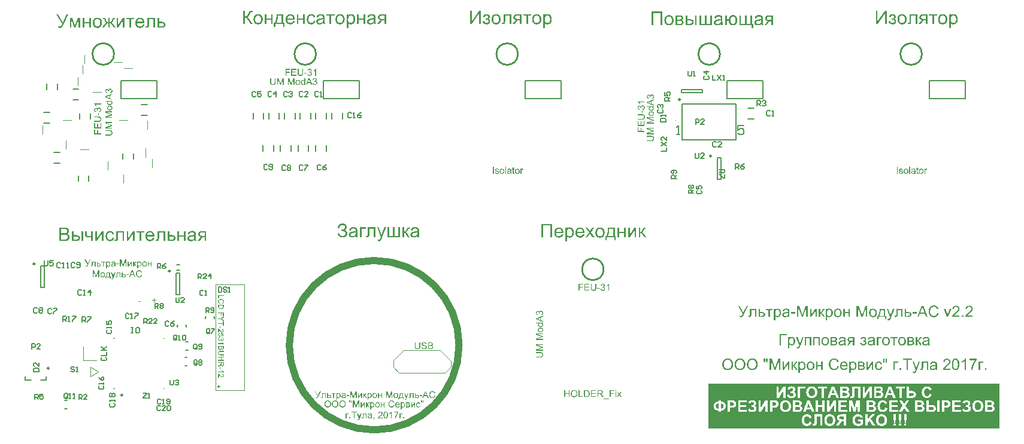
<source format=gto>
G04 Layer_Color=65535*
%FSLAX25Y25*%
%MOIN*%
G70*
G01*
G75*
%ADD40C,0.00984*%
%ADD42C,0.00787*%
%ADD57C,0.00800*%
%ADD63C,0.03937*%
%ADD64C,0.01000*%
%ADD83C,0.00394*%
%ADD84C,0.00591*%
%ADD85C,0.00606*%
G36*
X535463Y254871D02*
X535529D01*
X535602Y254862D01*
X535676Y254846D01*
X535766Y254830D01*
X535963Y254788D01*
X536168Y254723D01*
X536381Y254633D01*
X536488Y254575D01*
X536586Y254510D01*
X536595D01*
X536611Y254493D01*
X536636Y254469D01*
X536677Y254444D01*
X536775Y254362D01*
X536890Y254247D01*
X537021Y254100D01*
X537160Y253927D01*
X537283Y253723D01*
X537398Y253493D01*
Y253485D01*
X537406Y253460D01*
X537423Y253427D01*
X537439Y253378D01*
X537464Y253321D01*
X537488Y253247D01*
X537513Y253157D01*
X537538Y253066D01*
X537562Y252960D01*
X537587Y252853D01*
X537636Y252607D01*
X537669Y252337D01*
X537677Y252050D01*
Y252042D01*
Y252009D01*
Y251968D01*
X537669Y251910D01*
Y251836D01*
X537661Y251746D01*
X537652Y251648D01*
X537636Y251541D01*
X537603Y251312D01*
X537546Y251058D01*
X537472Y250795D01*
X537374Y250533D01*
Y250524D01*
X537357Y250500D01*
X537341Y250467D01*
X537316Y250426D01*
X537283Y250369D01*
X537251Y250303D01*
X537152Y250155D01*
X537029Y249983D01*
X536873Y249811D01*
X536701Y249647D01*
X536496Y249500D01*
X536488D01*
X536472Y249483D01*
X536439Y249467D01*
X536398Y249442D01*
X536340Y249417D01*
X536283Y249385D01*
X536209Y249360D01*
X536127Y249327D01*
X535947Y249262D01*
X535742Y249204D01*
X535520Y249163D01*
X535406Y249155D01*
X535283Y249147D01*
X535201D01*
X535119Y249155D01*
X535004Y249171D01*
X534873Y249196D01*
X534733Y249229D01*
X534586Y249270D01*
X534446Y249336D01*
X534430Y249344D01*
X534389Y249368D01*
X534315Y249417D01*
X534233Y249475D01*
X534135Y249540D01*
X534036Y249631D01*
X533938Y249729D01*
X533848Y249836D01*
Y247171D01*
X532921D01*
Y254756D01*
X533766D01*
Y254042D01*
X533782Y254050D01*
X533815Y254100D01*
X533880Y254182D01*
X533962Y254272D01*
X534061Y254370D01*
X534176Y254477D01*
X534299Y254575D01*
X534438Y254665D01*
X534446D01*
X534454Y254674D01*
X534504Y254698D01*
X534586Y254731D01*
X534692Y254772D01*
X534823Y254813D01*
X534979Y254846D01*
X535160Y254871D01*
X535348Y254879D01*
X535414D01*
X535463Y254871D01*
D02*
G37*
G36*
X309479D02*
X309544D01*
X309618Y254862D01*
X309692Y254846D01*
X309782Y254830D01*
X309979Y254788D01*
X310184Y254723D01*
X310397Y254633D01*
X310504Y254575D01*
X310602Y254510D01*
X310610D01*
X310627Y254493D01*
X310651Y254469D01*
X310692Y254444D01*
X310791Y254362D01*
X310906Y254247D01*
X311037Y254100D01*
X311176Y253927D01*
X311299Y253723D01*
X311414Y253493D01*
Y253485D01*
X311422Y253460D01*
X311438Y253427D01*
X311455Y253378D01*
X311479Y253321D01*
X311504Y253247D01*
X311529Y253157D01*
X311553Y253066D01*
X311578Y252960D01*
X311602Y252853D01*
X311652Y252607D01*
X311684Y252337D01*
X311693Y252050D01*
Y252042D01*
Y252009D01*
Y251968D01*
X311684Y251910D01*
Y251836D01*
X311676Y251746D01*
X311668Y251648D01*
X311652Y251541D01*
X311619Y251312D01*
X311561Y251058D01*
X311488Y250795D01*
X311389Y250533D01*
Y250524D01*
X311373Y250500D01*
X311356Y250467D01*
X311332Y250426D01*
X311299Y250369D01*
X311266Y250303D01*
X311168Y250155D01*
X311045Y249983D01*
X310889Y249811D01*
X310717Y249647D01*
X310512Y249500D01*
X310504D01*
X310487Y249483D01*
X310455Y249467D01*
X310414Y249442D01*
X310356Y249417D01*
X310299Y249385D01*
X310225Y249360D01*
X310143Y249327D01*
X309963Y249262D01*
X309757Y249204D01*
X309536Y249163D01*
X309421Y249155D01*
X309298Y249147D01*
X309216D01*
X309134Y249155D01*
X309019Y249171D01*
X308888Y249196D01*
X308749Y249229D01*
X308601Y249270D01*
X308462Y249336D01*
X308446Y249344D01*
X308404Y249368D01*
X308331Y249417D01*
X308249Y249475D01*
X308150Y249540D01*
X308052Y249631D01*
X307954Y249729D01*
X307863Y249836D01*
Y247171D01*
X306937D01*
Y254756D01*
X307781D01*
Y254042D01*
X307798Y254050D01*
X307831Y254100D01*
X307896Y254182D01*
X307978Y254272D01*
X308077Y254370D01*
X308191Y254477D01*
X308314Y254575D01*
X308454Y254665D01*
X308462D01*
X308470Y254674D01*
X308519Y254698D01*
X308601Y254731D01*
X308708Y254772D01*
X308839Y254813D01*
X308995Y254846D01*
X309175Y254871D01*
X309364Y254879D01*
X309430D01*
X309479Y254871D01*
D02*
G37*
G36*
X200017D02*
X200083D01*
X200157Y254862D01*
X200231Y254846D01*
X200321Y254830D01*
X200518Y254788D01*
X200723Y254723D01*
X200936Y254633D01*
X201042Y254575D01*
X201141Y254510D01*
X201149D01*
X201165Y254493D01*
X201190Y254469D01*
X201231Y254444D01*
X201329Y254362D01*
X201444Y254247D01*
X201575Y254100D01*
X201715Y253927D01*
X201838Y253723D01*
X201953Y253493D01*
Y253485D01*
X201961Y253460D01*
X201977Y253427D01*
X201994Y253378D01*
X202018Y253321D01*
X202043Y253247D01*
X202067Y253157D01*
X202092Y253066D01*
X202117Y252960D01*
X202141Y252853D01*
X202190Y252607D01*
X202223Y252337D01*
X202231Y252050D01*
Y252042D01*
Y252009D01*
Y251968D01*
X202223Y251910D01*
Y251836D01*
X202215Y251746D01*
X202207Y251648D01*
X202190Y251541D01*
X202158Y251312D01*
X202100Y251058D01*
X202026Y250795D01*
X201928Y250533D01*
Y250524D01*
X201912Y250500D01*
X201895Y250467D01*
X201871Y250426D01*
X201838Y250369D01*
X201805Y250303D01*
X201707Y250155D01*
X201584Y249983D01*
X201428Y249811D01*
X201256Y249647D01*
X201051Y249500D01*
X201042D01*
X201026Y249483D01*
X200993Y249467D01*
X200952Y249442D01*
X200895Y249417D01*
X200837Y249385D01*
X200764Y249360D01*
X200682Y249327D01*
X200501Y249262D01*
X200296Y249204D01*
X200075Y249163D01*
X199960Y249155D01*
X199837Y249147D01*
X199755D01*
X199673Y249155D01*
X199558Y249171D01*
X199427Y249196D01*
X199288Y249229D01*
X199140Y249270D01*
X199001Y249336D01*
X198984Y249344D01*
X198943Y249368D01*
X198869Y249417D01*
X198787Y249475D01*
X198689Y249540D01*
X198591Y249631D01*
X198492Y249729D01*
X198402Y249836D01*
Y247171D01*
X197475D01*
Y254756D01*
X198320D01*
Y254042D01*
X198336Y254050D01*
X198369Y254100D01*
X198435Y254182D01*
X198517Y254272D01*
X198615Y254370D01*
X198730Y254477D01*
X198853Y254575D01*
X198992Y254665D01*
X199001D01*
X199009Y254674D01*
X199058Y254698D01*
X199140Y254731D01*
X199247Y254772D01*
X199378Y254813D01*
X199534Y254846D01*
X199714Y254871D01*
X199903Y254879D01*
X199968D01*
X200017Y254871D01*
D02*
G37*
G36*
X145077Y256847D02*
X145151D01*
X145176Y256838D01*
X145184D01*
Y255969D01*
X145077D01*
X145028Y255978D01*
X144922D01*
X144889Y255986D01*
X144700D01*
X144610Y255978D01*
X144503Y255953D01*
X144389Y255928D01*
X144274Y255887D01*
X144159Y255830D01*
X144061Y255748D01*
X144052Y255740D01*
X144020Y255699D01*
X143970Y255633D01*
X143938Y255592D01*
X143905Y255535D01*
X143864Y255477D01*
X143823Y255403D01*
X143782Y255322D01*
X143733Y255231D01*
X143683Y255133D01*
X143626Y255018D01*
X143577Y254895D01*
X143519Y254756D01*
Y254748D01*
X143503Y254715D01*
X143487Y254665D01*
X143454Y254600D01*
X143421Y254526D01*
X143388Y254436D01*
X143298Y254247D01*
X143200Y254034D01*
X143085Y253837D01*
X143036Y253747D01*
X142978Y253665D01*
X142921Y253600D01*
X142872Y253542D01*
X142863Y253534D01*
X142822Y253501D01*
X142773Y253460D01*
X142691Y253403D01*
X142601Y253337D01*
X142494Y253272D01*
X142371Y253206D01*
X142240Y253149D01*
X142248D01*
X142273Y253140D01*
X142314Y253124D01*
X142363Y253099D01*
X142437Y253066D01*
X142511Y253026D01*
X142601Y252968D01*
X142699Y252903D01*
X142806Y252820D01*
X142921Y252730D01*
X143036Y252615D01*
X143167Y252492D01*
X143290Y252345D01*
X143421Y252181D01*
X143560Y252000D01*
X143692Y251796D01*
X145258Y249270D01*
X144011D01*
X142740Y251328D01*
X142732Y251336D01*
X142716Y251369D01*
X142691Y251410D01*
X142650Y251467D01*
X142609Y251533D01*
X142560Y251615D01*
X142437Y251796D01*
X142298Y251992D01*
X142150Y252181D01*
X142076Y252271D01*
X142002Y252361D01*
X141929Y252435D01*
X141863Y252501D01*
X141847Y252517D01*
X141797Y252550D01*
X141724Y252599D01*
X141617Y252665D01*
X141486Y252722D01*
X141330Y252771D01*
X141158Y252804D01*
X140961Y252820D01*
Y249270D01*
X139961D01*
Y256838D01*
X140961D01*
Y253534D01*
X141027D01*
X141076Y253542D01*
X141125D01*
X141191Y253550D01*
X141338Y253567D01*
X141494Y253600D01*
X141650Y253649D01*
X141797Y253706D01*
X141863Y253747D01*
X141920Y253796D01*
X141937Y253813D01*
X141953Y253829D01*
X141970Y253854D01*
X142002Y253887D01*
X142035Y253936D01*
X142076Y253985D01*
X142117Y254059D01*
X142166Y254133D01*
X142224Y254223D01*
X142281Y254329D01*
X142347Y254444D01*
X142412Y254584D01*
X142478Y254731D01*
X142552Y254895D01*
X142634Y255076D01*
Y255084D01*
X142650Y255108D01*
X142667Y255149D01*
X142691Y255199D01*
X142716Y255256D01*
X142749Y255330D01*
X142822Y255486D01*
X142904Y255658D01*
X142986Y255830D01*
X143068Y255994D01*
X143109Y256060D01*
X143150Y256125D01*
X143159Y256141D01*
X143191Y256174D01*
X143232Y256232D01*
X143298Y256306D01*
X143380Y256387D01*
X143487Y256478D01*
X143601Y256560D01*
X143733Y256642D01*
X143741D01*
X143749Y256650D01*
X143798Y256675D01*
X143880Y256707D01*
X143979Y256748D01*
X144110Y256789D01*
X144249Y256822D01*
X144405Y256847D01*
X144569Y256855D01*
X144979D01*
X145077Y256847D01*
D02*
G37*
G36*
X177951Y254871D02*
X178025Y254862D01*
X178115Y254854D01*
X178214Y254838D01*
X178320Y254821D01*
X178550Y254764D01*
X178796Y254682D01*
X178919Y254633D01*
X179042Y254575D01*
X179157Y254502D01*
X179263Y254419D01*
X179271Y254411D01*
X179288Y254395D01*
X179321Y254370D01*
X179353Y254338D01*
X179403Y254288D01*
X179452Y254231D01*
X179509Y254165D01*
X179567Y254092D01*
X179632Y254001D01*
X179690Y253911D01*
X179755Y253804D01*
X179813Y253690D01*
X179862Y253567D01*
X179911Y253435D01*
X179960Y253288D01*
X179993Y253140D01*
X179091Y253001D01*
Y253009D01*
X179083Y253026D01*
X179075Y253050D01*
X179066Y253091D01*
X179034Y253189D01*
X178984Y253312D01*
X178919Y253444D01*
X178845Y253583D01*
X178747Y253714D01*
X178632Y253829D01*
X178615Y253846D01*
X178574Y253878D01*
X178501Y253919D01*
X178410Y253977D01*
X178296Y254026D01*
X178164Y254075D01*
X178009Y254108D01*
X177845Y254116D01*
X177779D01*
X177730Y254108D01*
X177664Y254100D01*
X177599Y254092D01*
X177435Y254050D01*
X177254Y253993D01*
X177164Y253952D01*
X177066Y253903D01*
X176975Y253846D01*
X176877Y253772D01*
X176787Y253698D01*
X176705Y253608D01*
X176697Y253600D01*
X176688Y253583D01*
X176664Y253558D01*
X176639Y253509D01*
X176606Y253460D01*
X176565Y253395D01*
X176524Y253312D01*
X176492Y253222D01*
X176451Y253116D01*
X176410Y253001D01*
X176369Y252870D01*
X176336Y252722D01*
X176311Y252566D01*
X176287Y252402D01*
X176278Y252214D01*
X176270Y252017D01*
Y252009D01*
Y251968D01*
Y251910D01*
X176278Y251836D01*
X176287Y251746D01*
X176295Y251640D01*
X176303Y251525D01*
X176319Y251402D01*
X176369Y251139D01*
X176451Y250869D01*
X176492Y250746D01*
X176549Y250623D01*
X176615Y250508D01*
X176688Y250410D01*
X176697Y250401D01*
X176705Y250385D01*
X176729Y250360D01*
X176762Y250336D01*
X176811Y250295D01*
X176861Y250254D01*
X176918Y250205D01*
X176984Y250164D01*
X177148Y250065D01*
X177336Y249991D01*
X177443Y249959D01*
X177549Y249934D01*
X177672Y249918D01*
X177795Y249909D01*
X177845D01*
X177886Y249918D01*
X177935D01*
X177984Y249926D01*
X178115Y249951D01*
X178255Y249991D01*
X178410Y250049D01*
X178558Y250131D01*
X178706Y250237D01*
X178714Y250246D01*
X178722Y250254D01*
X178763Y250303D01*
X178829Y250385D01*
X178861Y250434D01*
X178902Y250492D01*
X178943Y250566D01*
X178984Y250639D01*
X179017Y250721D01*
X179058Y250820D01*
X179091Y250918D01*
X179124Y251033D01*
X179148Y251148D01*
X179173Y251279D01*
X180083Y251156D01*
Y251148D01*
X180075Y251115D01*
X180067Y251066D01*
X180050Y251000D01*
X180026Y250918D01*
X180001Y250828D01*
X179968Y250729D01*
X179927Y250615D01*
X179829Y250385D01*
X179763Y250262D01*
X179690Y250139D01*
X179616Y250016D01*
X179526Y249893D01*
X179419Y249786D01*
X179312Y249680D01*
X179304Y249672D01*
X179288Y249655D01*
X179247Y249631D01*
X179206Y249598D01*
X179140Y249557D01*
X179075Y249508D01*
X178984Y249467D01*
X178894Y249417D01*
X178788Y249360D01*
X178673Y249319D01*
X178550Y249270D01*
X178419Y249229D01*
X178271Y249196D01*
X178123Y249171D01*
X177968Y249155D01*
X177804Y249147D01*
X177754D01*
X177697Y249155D01*
X177615D01*
X177525Y249171D01*
X177410Y249188D01*
X177287Y249204D01*
X177156Y249237D01*
X177016Y249278D01*
X176869Y249327D01*
X176721Y249385D01*
X176565Y249459D01*
X176418Y249540D01*
X176270Y249639D01*
X176131Y249745D01*
X176000Y249877D01*
X175991Y249885D01*
X175967Y249909D01*
X175934Y249951D01*
X175893Y250016D01*
X175844Y250090D01*
X175786Y250180D01*
X175721Y250295D01*
X175663Y250418D01*
X175598Y250557D01*
X175532Y250713D01*
X175475Y250885D01*
X175426Y251074D01*
X175385Y251279D01*
X175352Y251500D01*
X175327Y251738D01*
X175319Y251984D01*
Y251992D01*
Y252025D01*
Y252074D01*
X175327Y252132D01*
Y252214D01*
X175335Y252304D01*
X175344Y252402D01*
X175352Y252517D01*
X175393Y252755D01*
X175442Y253017D01*
X175508Y253288D01*
X175606Y253542D01*
Y253550D01*
X175622Y253575D01*
X175639Y253608D01*
X175663Y253649D01*
X175696Y253706D01*
X175729Y253772D01*
X175827Y253919D01*
X175950Y254075D01*
X176106Y254247D01*
X176287Y254403D01*
X176500Y254542D01*
X176508D01*
X176524Y254559D01*
X176557Y254575D01*
X176606Y254592D01*
X176664Y254625D01*
X176729Y254649D01*
X176803Y254682D01*
X176885Y254715D01*
X176984Y254739D01*
X177082Y254772D01*
X177303Y254830D01*
X177549Y254862D01*
X177804Y254879D01*
X177894D01*
X177951Y254871D01*
D02*
G37*
G36*
X207791Y249270D02*
X206864D01*
Y251705D01*
X204290D01*
Y249270D01*
X203363D01*
Y254756D01*
X204290D01*
Y252468D01*
X206864D01*
Y254756D01*
X207791D01*
Y249270D01*
D02*
G37*
G36*
X174187D02*
X173261D01*
Y251705D01*
X170686D01*
Y249270D01*
X169759D01*
Y254756D01*
X170686D01*
Y252468D01*
X173261D01*
Y254756D01*
X174187D01*
Y249270D01*
D02*
G37*
G36*
X156303D02*
X155377D01*
Y251705D01*
X152802D01*
Y249270D01*
X151875D01*
Y254756D01*
X152802D01*
Y252468D01*
X155377D01*
Y254756D01*
X156303D01*
Y249270D01*
D02*
G37*
G36*
X412661Y254321D02*
X412726D01*
X412808Y254313D01*
X412898Y254305D01*
X412997Y254288D01*
X413202Y254247D01*
X413423Y254190D01*
X413636Y254108D01*
X413735Y254050D01*
X413825Y253993D01*
X413833D01*
X413850Y253977D01*
X413874Y253960D01*
X413907Y253936D01*
X413997Y253854D01*
X414104Y253755D01*
X414235Y253616D01*
X414366Y253460D01*
X414497Y253280D01*
X414620Y253066D01*
Y253058D01*
X414637Y253042D01*
X414653Y253009D01*
X414670Y252960D01*
X414694Y252903D01*
X414719Y252829D01*
X414752Y252747D01*
X414784Y252648D01*
X414809Y252542D01*
X414842Y252419D01*
X414866Y252288D01*
X414891Y252148D01*
X414907Y252000D01*
X414924Y251836D01*
X414940Y251664D01*
Y251484D01*
Y251467D01*
Y251418D01*
Y251344D01*
X414932Y251246D01*
X414924Y251131D01*
X414907Y250992D01*
X414883Y250844D01*
X414858Y250680D01*
X414825Y250508D01*
X414784Y250328D01*
X414727Y250147D01*
X414670Y249975D01*
X414596Y249795D01*
X414506Y249631D01*
X414407Y249475D01*
X414292Y249327D01*
X414284Y249319D01*
X414260Y249294D01*
X414227Y249262D01*
X414178Y249213D01*
X414112Y249155D01*
X414030Y249098D01*
X413940Y249032D01*
X413833Y248967D01*
X413710Y248893D01*
X413579Y248827D01*
X413431Y248770D01*
X413276Y248712D01*
X413112Y248663D01*
X412931Y248630D01*
X412743Y248606D01*
X412538Y248598D01*
X412497D01*
X412439Y248606D01*
X412365D01*
X412283Y248622D01*
X412177Y248630D01*
X412070Y248655D01*
X411947Y248679D01*
X411816Y248721D01*
X411685Y248762D01*
X411545Y248819D01*
X411414Y248885D01*
X411275Y248967D01*
X411135Y249057D01*
X411012Y249155D01*
X410889Y249278D01*
X410881Y249286D01*
X410865Y249311D01*
X410832Y249352D01*
X410791Y249401D01*
X410742Y249475D01*
X410693Y249557D01*
X410635Y249655D01*
X410570Y249770D01*
X410512Y249893D01*
X410455Y250032D01*
X410397Y250188D01*
X410340Y250352D01*
X410291Y250533D01*
X410250Y250729D01*
X410217Y250935D01*
X410201Y251148D01*
X409069D01*
Y248721D01*
X408142D01*
Y254206D01*
X409069D01*
Y251910D01*
X410201D01*
Y251927D01*
X410209Y251959D01*
X410217Y252025D01*
X410233Y252107D01*
X410250Y252205D01*
X410274Y252312D01*
X410299Y252443D01*
X410340Y252574D01*
X410430Y252861D01*
X410496Y253017D01*
X410561Y253165D01*
X410635Y253312D01*
X410725Y253452D01*
X410824Y253583D01*
X410930Y253706D01*
X410939Y253714D01*
X410955Y253731D01*
X410996Y253764D01*
X411045Y253804D01*
X411103Y253854D01*
X411176Y253903D01*
X411267Y253960D01*
X411357Y254018D01*
X411472Y254075D01*
X411586Y254133D01*
X411718Y254182D01*
X411865Y254231D01*
X412013Y254272D01*
X412177Y254305D01*
X412341Y254321D01*
X412521Y254329D01*
X412603D01*
X412661Y254321D01*
D02*
G37*
G36*
X498063Y249270D02*
X497153D01*
Y255248D01*
X493126Y249270D01*
X492126D01*
Y256838D01*
X493036D01*
Y250844D01*
X497054Y256838D01*
X498063D01*
Y249270D01*
D02*
G37*
G36*
X272078D02*
X271168D01*
Y255248D01*
X267142Y249270D01*
X266142D01*
Y256838D01*
X267052D01*
Y250844D01*
X271070Y256838D01*
X272078D01*
Y249270D01*
D02*
G37*
G36*
X55089Y247294D02*
X54162D01*
Y249729D01*
X51587D01*
Y247294D01*
X50661D01*
Y252780D01*
X51587D01*
Y250492D01*
X54162D01*
Y252780D01*
X55089D01*
Y247294D01*
D02*
G37*
G36*
X68561Y252009D02*
X68307Y252017D01*
X68250D01*
X68184Y252009D01*
X68110Y252000D01*
X68028Y251992D01*
X67946Y251968D01*
X67881Y251943D01*
X67831Y251902D01*
X67823Y251894D01*
X67815Y251877D01*
X67782Y251836D01*
X67749Y251779D01*
X67708Y251689D01*
X67676Y251631D01*
X67651Y251574D01*
X67618Y251500D01*
X67585Y251418D01*
X67544Y251328D01*
X67503Y251230D01*
Y251221D01*
X67495Y251205D01*
X67479Y251181D01*
X67471Y251139D01*
X67430Y251049D01*
X67372Y250935D01*
X67315Y250812D01*
X67249Y250689D01*
X67184Y250574D01*
X67118Y250483D01*
X67110Y250475D01*
X67085Y250451D01*
X67044Y250410D01*
X66987Y250360D01*
X66905Y250303D01*
X66815Y250237D01*
X66700Y250172D01*
X66569Y250106D01*
X66577D01*
X66593Y250098D01*
X66626Y250082D01*
X66675Y250065D01*
X66724Y250041D01*
X66790Y250008D01*
X66864Y249959D01*
X66946Y249909D01*
X67028Y249844D01*
X67126Y249762D01*
X67225Y249672D01*
X67323Y249565D01*
X67430Y249450D01*
X67536Y249311D01*
X67643Y249163D01*
X67749Y248991D01*
X68774Y247294D01*
X67749D01*
X66757Y248991D01*
Y248999D01*
X66741Y249016D01*
X66724Y249040D01*
X66708Y249073D01*
X66651Y249163D01*
X66577Y249270D01*
X66487Y249385D01*
X66396Y249491D01*
X66306Y249590D01*
X66257Y249631D01*
X66216Y249663D01*
X66208Y249672D01*
X66175Y249688D01*
X66126Y249713D01*
X66068Y249745D01*
X65986Y249778D01*
X65896Y249803D01*
X65798Y249819D01*
X65683Y249828D01*
Y247294D01*
X64732D01*
Y249828D01*
X64683D01*
X64625Y249819D01*
X64551Y249811D01*
X64461Y249786D01*
X64371Y249762D01*
X64281Y249721D01*
X64191Y249663D01*
X64182Y249655D01*
X64150Y249631D01*
X64109Y249590D01*
X64043Y249524D01*
X63969Y249426D01*
X63879Y249311D01*
X63772Y249163D01*
X63723Y249081D01*
X63666Y248983D01*
X62665Y247294D01*
X61649D01*
X62657Y248991D01*
X62665Y248999D01*
X62682Y249032D01*
X62715Y249081D01*
X62756Y249139D01*
X62813Y249221D01*
X62870Y249303D01*
X62944Y249393D01*
X63026Y249491D01*
X63198Y249680D01*
X63297Y249778D01*
X63403Y249860D01*
X63510Y249942D01*
X63617Y250008D01*
X63723Y250065D01*
X63838Y250106D01*
X63830D01*
X63822Y250114D01*
X63772Y250139D01*
X63699Y250180D01*
X63617Y250229D01*
X63518Y250287D01*
X63420Y250360D01*
X63338Y250434D01*
X63264Y250516D01*
X63256Y250524D01*
X63231Y250566D01*
X63215Y250598D01*
X63198Y250631D01*
X63174Y250680D01*
X63141Y250738D01*
X63108Y250803D01*
X63075Y250877D01*
X63034Y250967D01*
X62985Y251066D01*
X62936Y251181D01*
X62887Y251304D01*
X62829Y251443D01*
X62772Y251590D01*
X62764Y251607D01*
X62756Y251640D01*
X62731Y251689D01*
X62698Y251746D01*
X62665Y251804D01*
X62616Y251861D01*
X62575Y251910D01*
X62526Y251943D01*
X62518D01*
X62501Y251951D01*
X62469Y251968D01*
X62428Y251976D01*
X62370Y251992D01*
X62305Y252000D01*
X62223Y252009D01*
X61862D01*
Y252780D01*
X62165D01*
X62280Y252771D01*
X62403Y252763D01*
X62534Y252755D01*
X62649Y252738D01*
X62739Y252714D01*
X62747D01*
X62780Y252697D01*
X62821Y252681D01*
X62870Y252657D01*
X62936Y252615D01*
X63002Y252566D01*
X63067Y252509D01*
X63133Y252435D01*
X63141Y252427D01*
X63166Y252394D01*
X63198Y252337D01*
X63256Y252246D01*
X63289Y252197D01*
X63321Y252132D01*
X63354Y252066D01*
X63395Y251984D01*
X63436Y251894D01*
X63485Y251796D01*
X63535Y251689D01*
X63584Y251566D01*
X63592Y251558D01*
X63600Y251533D01*
X63617Y251492D01*
X63641Y251435D01*
X63666Y251369D01*
X63699Y251304D01*
X63781Y251139D01*
X63863Y250967D01*
X63945Y250812D01*
X63986Y250738D01*
X64027Y250672D01*
X64068Y250623D01*
X64100Y250582D01*
X64109Y250574D01*
X64133Y250557D01*
X64182Y250524D01*
X64248Y250500D01*
X64330Y250467D01*
X64445Y250434D01*
X64576Y250418D01*
X64732Y250410D01*
Y252780D01*
X65683D01*
Y250410D01*
X65757D01*
X65831Y250418D01*
X65929Y250434D01*
X66027Y250451D01*
X66134Y250475D01*
X66224Y250516D01*
X66306Y250574D01*
X66314Y250582D01*
X66339Y250615D01*
X66355Y250639D01*
X66380Y250672D01*
X66405Y250713D01*
X66437Y250762D01*
X66478Y250820D01*
X66511Y250893D01*
X66560Y250975D01*
X66601Y251066D01*
X66659Y251172D01*
X66708Y251287D01*
X66765Y251418D01*
X66831Y251566D01*
Y251574D01*
X66847Y251599D01*
X66864Y251640D01*
X66888Y251689D01*
X66913Y251754D01*
X66946Y251828D01*
X67028Y251984D01*
X67118Y252156D01*
X67208Y252320D01*
X67266Y252394D01*
X67315Y252460D01*
X67364Y252517D01*
X67413Y252566D01*
X67421Y252574D01*
X67462Y252599D01*
X67520Y252632D01*
X67610Y252673D01*
X67725Y252714D01*
X67856Y252747D01*
X68028Y252771D01*
X68217Y252780D01*
X68561D01*
Y252009D01*
D02*
G37*
G36*
X39812Y248967D02*
X39804Y248958D01*
X39787Y248917D01*
X39763Y248860D01*
X39722Y248786D01*
X39681Y248704D01*
X39632Y248598D01*
X39566Y248491D01*
X39509Y248376D01*
X39369Y248130D01*
X39222Y247892D01*
X39148Y247786D01*
X39082Y247687D01*
X39008Y247597D01*
X38943Y247523D01*
X38926Y247507D01*
X38877Y247474D01*
X38803Y247417D01*
X38697Y247359D01*
X38557Y247294D01*
X38393Y247236D01*
X38197Y247203D01*
X37967Y247187D01*
X37901D01*
X37819Y247195D01*
X37705Y247212D01*
X37565Y247228D01*
X37409Y247261D01*
X37221Y247302D01*
X37024Y247359D01*
Y248212D01*
X37032D01*
X37040Y248204D01*
X37065Y248196D01*
X37098Y248179D01*
X37172Y248138D01*
X37278Y248106D01*
X37409Y248064D01*
X37549Y248024D01*
X37705Y247999D01*
X37869Y247991D01*
X37934D01*
X38000Y248007D01*
X38090Y248024D01*
X38188Y248048D01*
X38295Y248089D01*
X38402Y248147D01*
X38500Y248220D01*
X38516Y248229D01*
X38549Y248270D01*
X38574Y248302D01*
X38607Y248343D01*
X38639Y248384D01*
X38672Y248442D01*
X38721Y248507D01*
X38762Y248589D01*
X38812Y248671D01*
X38861Y248778D01*
X38918Y248885D01*
X38976Y249008D01*
X39033Y249147D01*
X39090Y249294D01*
X36024Y254862D01*
X37032D01*
X39500Y250213D01*
X41665Y254862D01*
X42657D01*
X39812Y248967D01*
D02*
G37*
G36*
X501458Y254871D02*
X501531Y254862D01*
X501613Y254854D01*
X501712Y254838D01*
X501810Y254821D01*
X502032Y254764D01*
X502146Y254723D01*
X502261Y254674D01*
X502376Y254616D01*
X502483Y254559D01*
X502589Y254477D01*
X502688Y254395D01*
X502696Y254387D01*
X502712Y254370D01*
X502737Y254346D01*
X502770Y254313D01*
X502802Y254264D01*
X502843Y254206D01*
X502893Y254141D01*
X502942Y254067D01*
X503032Y253903D01*
X503114Y253706D01*
X503139Y253600D01*
X503163Y253485D01*
X503180Y253370D01*
X503188Y253247D01*
Y253239D01*
Y253214D01*
Y253181D01*
X503180Y253132D01*
X503171Y253083D01*
X503155Y253017D01*
X503106Y252861D01*
X503073Y252780D01*
X503032Y252689D01*
X502975Y252599D01*
X502909Y252517D01*
X502835Y252427D01*
X502745Y252337D01*
X502647Y252255D01*
X502532Y252181D01*
X502540D01*
X502548Y252173D01*
X502597Y252140D01*
X502671Y252091D01*
X502761Y252025D01*
X502860Y251943D01*
X502966Y251845D01*
X503065Y251730D01*
X503147Y251607D01*
X503155Y251590D01*
X503180Y251550D01*
X503212Y251476D01*
X503253Y251377D01*
X503294Y251262D01*
X503327Y251123D01*
X503352Y250975D01*
X503360Y250803D01*
Y250795D01*
Y250770D01*
Y250729D01*
X503352Y250680D01*
X503344Y250615D01*
X503335Y250549D01*
X503319Y250467D01*
X503294Y250377D01*
X503229Y250188D01*
X503188Y250090D01*
X503130Y249983D01*
X503073Y249885D01*
X502999Y249786D01*
X502917Y249696D01*
X502819Y249606D01*
X502811Y249598D01*
X502794Y249590D01*
X502761Y249565D01*
X502720Y249532D01*
X502663Y249500D01*
X502597Y249459D01*
X502515Y249417D01*
X502425Y249377D01*
X502327Y249336D01*
X502212Y249294D01*
X502089Y249254D01*
X501958Y249221D01*
X501810Y249188D01*
X501654Y249163D01*
X501490Y249155D01*
X501318Y249147D01*
X501236D01*
X501195Y249155D01*
X501146D01*
X501023Y249171D01*
X500875Y249196D01*
X500711Y249237D01*
X500531Y249286D01*
X500342Y249352D01*
X500154Y249442D01*
X499965Y249557D01*
X499777Y249688D01*
X499613Y249852D01*
X499457Y250041D01*
X499383Y250147D01*
X499326Y250262D01*
X499268Y250385D01*
X499219Y250516D01*
X499178Y250664D01*
X499145Y250812D01*
X500014Y251000D01*
Y250992D01*
X500023Y250975D01*
X500031Y250951D01*
X500039Y250910D01*
X500072Y250820D01*
X500121Y250697D01*
X500178Y250566D01*
X500260Y250426D01*
X500367Y250295D01*
X500490Y250180D01*
X500498D01*
X500506Y250172D01*
X500556Y250139D01*
X500629Y250090D01*
X500736Y250041D01*
X500859Y249983D01*
X500998Y249942D01*
X501162Y249909D01*
X501335Y249893D01*
X501384D01*
X501417Y249901D01*
X501499Y249909D01*
X501605Y249926D01*
X501728Y249959D01*
X501859Y250008D01*
X501991Y250065D01*
X502114Y250155D01*
X502130Y250172D01*
X502163Y250205D01*
X502212Y250262D01*
X502278Y250336D01*
X502335Y250434D01*
X502384Y250557D01*
X502417Y250689D01*
X502433Y250836D01*
Y250852D01*
Y250893D01*
X502425Y250951D01*
X502409Y251025D01*
X502384Y251115D01*
X502351Y251205D01*
X502302Y251304D01*
X502237Y251394D01*
X502228Y251402D01*
X502204Y251435D01*
X502163Y251476D01*
X502114Y251517D01*
X502048Y251574D01*
X501974Y251615D01*
X501892Y251656D01*
X501810Y251689D01*
X501802D01*
X501769Y251697D01*
X501712Y251705D01*
X501630Y251722D01*
X501515Y251730D01*
X501376Y251738D01*
X501212Y251746D01*
X500802D01*
Y252476D01*
X500998D01*
X501121Y252484D01*
X501253D01*
X501384Y252492D01*
X501499Y252501D01*
X501556Y252509D01*
X501597Y252517D01*
X501605D01*
X501638Y252525D01*
X501679Y252542D01*
X501728Y252566D01*
X501794Y252599D01*
X501868Y252640D01*
X501933Y252697D01*
X502007Y252763D01*
X502015Y252771D01*
X502040Y252804D01*
X502073Y252845D01*
X502105Y252911D01*
X502138Y252984D01*
X502171Y253075D01*
X502196Y253173D01*
X502204Y253288D01*
Y253296D01*
Y253304D01*
Y253354D01*
X502187Y253419D01*
X502171Y253501D01*
X502138Y253600D01*
X502097Y253698D01*
X502032Y253796D01*
X501950Y253887D01*
X501941Y253895D01*
X501900Y253919D01*
X501851Y253960D01*
X501777Y254001D01*
X501679Y254042D01*
X501572Y254083D01*
X501441Y254108D01*
X501302Y254116D01*
X501269D01*
X501228Y254108D01*
X501171Y254100D01*
X501113Y254092D01*
X501039Y254067D01*
X500957Y254042D01*
X500867Y254001D01*
X500777Y253952D01*
X500687Y253887D01*
X500597Y253813D01*
X500506Y253723D01*
X500424Y253616D01*
X500342Y253493D01*
X500269Y253354D01*
X500203Y253189D01*
X499317Y253337D01*
Y253345D01*
X499326Y253354D01*
X499342Y253403D01*
X499367Y253477D01*
X499408Y253575D01*
X499465Y253698D01*
X499531Y253829D01*
X499621Y253960D01*
X499719Y254108D01*
X499842Y254256D01*
X499982Y254395D01*
X500146Y254518D01*
X500334Y254641D01*
X500539Y254739D01*
X500769Y254813D01*
X501023Y254862D01*
X501162Y254871D01*
X501310Y254879D01*
X501392D01*
X501458Y254871D01*
D02*
G37*
G36*
X275473D02*
X275547Y254862D01*
X275629Y254854D01*
X275728Y254838D01*
X275826Y254821D01*
X276047Y254764D01*
X276162Y254723D01*
X276277Y254674D01*
X276392Y254616D01*
X276498Y254559D01*
X276605Y254477D01*
X276703Y254395D01*
X276712Y254387D01*
X276728Y254370D01*
X276752Y254346D01*
X276785Y254313D01*
X276818Y254264D01*
X276859Y254206D01*
X276908Y254141D01*
X276958Y254067D01*
X277048Y253903D01*
X277130Y253706D01*
X277154Y253600D01*
X277179Y253485D01*
X277195Y253370D01*
X277203Y253247D01*
Y253239D01*
Y253214D01*
Y253181D01*
X277195Y253132D01*
X277187Y253083D01*
X277171Y253017D01*
X277121Y252861D01*
X277089Y252780D01*
X277048Y252689D01*
X276990Y252599D01*
X276925Y252517D01*
X276851Y252427D01*
X276761Y252337D01*
X276662Y252255D01*
X276548Y252181D01*
X276556D01*
X276564Y252173D01*
X276613Y252140D01*
X276687Y252091D01*
X276777Y252025D01*
X276875Y251943D01*
X276982Y251845D01*
X277080Y251730D01*
X277163Y251607D01*
X277171Y251590D01*
X277195Y251550D01*
X277228Y251476D01*
X277269Y251377D01*
X277310Y251262D01*
X277343Y251123D01*
X277367Y250975D01*
X277376Y250803D01*
Y250795D01*
Y250770D01*
Y250729D01*
X277367Y250680D01*
X277359Y250615D01*
X277351Y250549D01*
X277335Y250467D01*
X277310Y250377D01*
X277244Y250188D01*
X277203Y250090D01*
X277146Y249983D01*
X277089Y249885D01*
X277015Y249786D01*
X276933Y249696D01*
X276835Y249606D01*
X276826Y249598D01*
X276810Y249590D01*
X276777Y249565D01*
X276736Y249532D01*
X276679Y249500D01*
X276613Y249459D01*
X276531Y249417D01*
X276441Y249377D01*
X276343Y249336D01*
X276228Y249294D01*
X276105Y249254D01*
X275974Y249221D01*
X275826Y249188D01*
X275670Y249163D01*
X275506Y249155D01*
X275334Y249147D01*
X275252D01*
X275211Y249155D01*
X275162D01*
X275039Y249171D01*
X274891Y249196D01*
X274727Y249237D01*
X274547Y249286D01*
X274358Y249352D01*
X274169Y249442D01*
X273981Y249557D01*
X273792Y249688D01*
X273628Y249852D01*
X273472Y250041D01*
X273399Y250147D01*
X273341Y250262D01*
X273284Y250385D01*
X273235Y250516D01*
X273194Y250664D01*
X273161Y250812D01*
X274030Y251000D01*
Y250992D01*
X274038Y250975D01*
X274046Y250951D01*
X274055Y250910D01*
X274088Y250820D01*
X274137Y250697D01*
X274194Y250566D01*
X274276Y250426D01*
X274383Y250295D01*
X274506Y250180D01*
X274514D01*
X274522Y250172D01*
X274571Y250139D01*
X274645Y250090D01*
X274752Y250041D01*
X274875Y249983D01*
X275014Y249942D01*
X275178Y249909D01*
X275350Y249893D01*
X275399D01*
X275432Y249901D01*
X275514Y249909D01*
X275621Y249926D01*
X275744Y249959D01*
X275875Y250008D01*
X276006Y250065D01*
X276129Y250155D01*
X276146Y250172D01*
X276179Y250205D01*
X276228Y250262D01*
X276293Y250336D01*
X276351Y250434D01*
X276400Y250557D01*
X276433Y250689D01*
X276449Y250836D01*
Y250852D01*
Y250893D01*
X276441Y250951D01*
X276425Y251025D01*
X276400Y251115D01*
X276367Y251205D01*
X276318Y251304D01*
X276252Y251394D01*
X276244Y251402D01*
X276220Y251435D01*
X276179Y251476D01*
X276129Y251517D01*
X276064Y251574D01*
X275990Y251615D01*
X275908Y251656D01*
X275826Y251689D01*
X275818D01*
X275785Y251697D01*
X275728Y251705D01*
X275645Y251722D01*
X275531Y251730D01*
X275391Y251738D01*
X275227Y251746D01*
X274817D01*
Y252476D01*
X275014D01*
X275137Y252484D01*
X275268D01*
X275399Y252492D01*
X275514Y252501D01*
X275572Y252509D01*
X275613Y252517D01*
X275621D01*
X275654Y252525D01*
X275695Y252542D01*
X275744Y252566D01*
X275810Y252599D01*
X275883Y252640D01*
X275949Y252697D01*
X276023Y252763D01*
X276031Y252771D01*
X276056Y252804D01*
X276088Y252845D01*
X276121Y252911D01*
X276154Y252984D01*
X276187Y253075D01*
X276211Y253173D01*
X276220Y253288D01*
Y253296D01*
Y253304D01*
Y253354D01*
X276203Y253419D01*
X276187Y253501D01*
X276154Y253600D01*
X276113Y253698D01*
X276047Y253796D01*
X275965Y253887D01*
X275957Y253895D01*
X275916Y253919D01*
X275867Y253960D01*
X275793Y254001D01*
X275695Y254042D01*
X275588Y254083D01*
X275457Y254108D01*
X275318Y254116D01*
X275285D01*
X275244Y254108D01*
X275186Y254100D01*
X275129Y254092D01*
X275055Y254067D01*
X274973Y254042D01*
X274883Y254001D01*
X274793Y253952D01*
X274703Y253887D01*
X274612Y253813D01*
X274522Y253723D01*
X274440Y253616D01*
X274358Y253493D01*
X274284Y253354D01*
X274219Y253189D01*
X273333Y253337D01*
Y253345D01*
X273341Y253354D01*
X273358Y253403D01*
X273382Y253477D01*
X273423Y253575D01*
X273481Y253698D01*
X273546Y253829D01*
X273637Y253960D01*
X273735Y254108D01*
X273858Y254256D01*
X273997Y254395D01*
X274161Y254518D01*
X274350Y254641D01*
X274555Y254739D01*
X274784Y254813D01*
X275039Y254862D01*
X275178Y254871D01*
X275326Y254879D01*
X275408D01*
X275473Y254871D01*
D02*
G37*
G36*
X423124Y249483D02*
X423731D01*
Y247171D01*
X422968D01*
Y248721D01*
X416096D01*
Y254206D01*
X417023D01*
Y249483D01*
X419147D01*
Y254206D01*
X420073D01*
Y249483D01*
X422197D01*
Y254206D01*
X423124D01*
Y249483D01*
D02*
G37*
G36*
X400836Y248721D02*
X393809D01*
Y254206D01*
X394735D01*
Y249483D01*
X396859D01*
Y254206D01*
X397786D01*
Y249483D01*
X399910D01*
Y254206D01*
X400836D01*
Y248721D01*
D02*
G37*
G36*
X526156Y253993D02*
X524393D01*
Y249270D01*
X523466D01*
Y253993D01*
X521703D01*
Y254756D01*
X526156D01*
Y253993D01*
D02*
G37*
G36*
X520793Y249270D02*
X519867D01*
Y251410D01*
X519243D01*
X519161Y251402D01*
X519055Y251394D01*
X518940Y251377D01*
X518817Y251353D01*
X518702Y251320D01*
X518604Y251279D01*
X518596Y251271D01*
X518563Y251246D01*
X518505Y251205D01*
X518423Y251131D01*
X518382Y251082D01*
X518325Y251025D01*
X518268Y250951D01*
X518210Y250877D01*
X518136Y250787D01*
X518063Y250689D01*
X517981Y250582D01*
X517899Y250459D01*
X517087Y249270D01*
X515939D01*
X516939Y250746D01*
X516947Y250754D01*
X516964Y250779D01*
X516988Y250812D01*
X517021Y250852D01*
X517062Y250902D01*
X517111Y250967D01*
X517226Y251090D01*
X517366Y251230D01*
X517513Y251353D01*
X517595Y251402D01*
X517677Y251451D01*
X517767Y251484D01*
X517849Y251508D01*
X517841D01*
X517817Y251517D01*
X517776Y251525D01*
X517718Y251533D01*
X517653Y251550D01*
X517579Y251566D01*
X517407Y251623D01*
X517210Y251697D01*
X517013Y251796D01*
X516833Y251927D01*
X516742Y252000D01*
X516669Y252082D01*
Y252091D01*
X516652Y252107D01*
X516636Y252132D01*
X516611Y252165D01*
X516578Y252205D01*
X516546Y252263D01*
X516480Y252394D01*
X516414Y252550D01*
X516349Y252730D01*
X516308Y252927D01*
X516300Y253042D01*
X516291Y253149D01*
Y253157D01*
Y253181D01*
Y253214D01*
X516300Y253263D01*
X516308Y253329D01*
X516316Y253395D01*
X516357Y253558D01*
X516414Y253747D01*
X516455Y253837D01*
X516505Y253936D01*
X516562Y254034D01*
X516628Y254124D01*
X516701Y254223D01*
X516792Y254305D01*
X516800Y254313D01*
X516816Y254321D01*
X516841Y254346D01*
X516882Y254379D01*
X516939Y254411D01*
X517005Y254444D01*
X517079Y254485D01*
X517161Y254534D01*
X517259Y254575D01*
X517366Y254616D01*
X517489Y254649D01*
X517620Y254682D01*
X517759Y254715D01*
X517915Y254739D01*
X518079Y254748D01*
X518251Y254756D01*
X520793D01*
Y249270D01*
D02*
G37*
G36*
X515078D02*
X514151D01*
Y253993D01*
X511691D01*
Y251254D01*
Y251246D01*
Y251213D01*
Y251164D01*
Y251098D01*
Y251025D01*
Y250935D01*
X511683Y250836D01*
Y250738D01*
X511675Y250524D01*
X511667Y250320D01*
X511658Y250221D01*
X511650Y250131D01*
X511634Y250057D01*
X511626Y249991D01*
Y249975D01*
X511609Y249942D01*
X511593Y249885D01*
X511560Y249811D01*
X511511Y249729D01*
X511453Y249639D01*
X511380Y249549D01*
X511281Y249459D01*
X511265Y249450D01*
X511232Y249426D01*
X511166Y249385D01*
X511084Y249352D01*
X510970Y249311D01*
X510830Y249270D01*
X510674Y249245D01*
X510486Y249237D01*
X510363D01*
X510273Y249245D01*
X510158D01*
X510035Y249254D01*
X509895Y249262D01*
X509740Y249278D01*
Y250049D01*
X510240D01*
X510297Y250057D01*
X510437Y250074D01*
X510502Y250090D01*
X510551Y250106D01*
X510560D01*
X510568Y250114D01*
X510617Y250155D01*
X510674Y250213D01*
X510715Y250295D01*
Y250303D01*
X510724Y250328D01*
X510732Y250377D01*
Y250410D01*
X510740Y250451D01*
X510748Y250500D01*
Y250557D01*
X510756Y250623D01*
Y250705D01*
Y250795D01*
X510765Y250893D01*
Y251008D01*
Y251131D01*
Y254756D01*
X515078D01*
Y249270D01*
D02*
G37*
G36*
X300172Y253993D02*
X298409D01*
Y249270D01*
X297482D01*
Y253993D01*
X295719D01*
Y254756D01*
X300172D01*
Y253993D01*
D02*
G37*
G36*
X294809Y249270D02*
X293882D01*
Y251410D01*
X293259D01*
X293177Y251402D01*
X293071Y251394D01*
X292956Y251377D01*
X292833Y251353D01*
X292718Y251320D01*
X292619Y251279D01*
X292611Y251271D01*
X292579Y251246D01*
X292521Y251205D01*
X292439Y251131D01*
X292398Y251082D01*
X292341Y251025D01*
X292283Y250951D01*
X292226Y250877D01*
X292152Y250787D01*
X292078Y250689D01*
X291996Y250582D01*
X291914Y250459D01*
X291103Y249270D01*
X289954D01*
X290955Y250746D01*
X290963Y250754D01*
X290980Y250779D01*
X291004Y250812D01*
X291037Y250852D01*
X291078Y250902D01*
X291127Y250967D01*
X291242Y251090D01*
X291381Y251230D01*
X291529Y251353D01*
X291611Y251402D01*
X291693Y251451D01*
X291783Y251484D01*
X291865Y251508D01*
X291857D01*
X291832Y251517D01*
X291791Y251525D01*
X291734Y251533D01*
X291668Y251550D01*
X291595Y251566D01*
X291422Y251623D01*
X291226Y251697D01*
X291029Y251796D01*
X290848Y251927D01*
X290758Y252000D01*
X290684Y252082D01*
Y252091D01*
X290668Y252107D01*
X290651Y252132D01*
X290627Y252165D01*
X290594Y252205D01*
X290561Y252263D01*
X290496Y252394D01*
X290430Y252550D01*
X290365Y252730D01*
X290323Y252927D01*
X290315Y253042D01*
X290307Y253149D01*
Y253157D01*
Y253181D01*
Y253214D01*
X290315Y253263D01*
X290323Y253329D01*
X290332Y253395D01*
X290373Y253558D01*
X290430Y253747D01*
X290471Y253837D01*
X290520Y253936D01*
X290578Y254034D01*
X290643Y254124D01*
X290717Y254223D01*
X290807Y254305D01*
X290815Y254313D01*
X290832Y254321D01*
X290857Y254346D01*
X290897Y254379D01*
X290955Y254411D01*
X291020Y254444D01*
X291094Y254485D01*
X291176Y254534D01*
X291275Y254575D01*
X291381Y254616D01*
X291504Y254649D01*
X291635Y254682D01*
X291775Y254715D01*
X291931Y254739D01*
X292095Y254748D01*
X292267Y254756D01*
X294809D01*
Y249270D01*
D02*
G37*
G36*
X289093D02*
X288167D01*
Y253993D01*
X285707D01*
Y251254D01*
Y251246D01*
Y251213D01*
Y251164D01*
Y251098D01*
Y251025D01*
Y250935D01*
X285699Y250836D01*
Y250738D01*
X285690Y250524D01*
X285682Y250320D01*
X285674Y250221D01*
X285666Y250131D01*
X285649Y250057D01*
X285641Y249991D01*
Y249975D01*
X285625Y249942D01*
X285609Y249885D01*
X285576Y249811D01*
X285526Y249729D01*
X285469Y249639D01*
X285395Y249549D01*
X285297Y249459D01*
X285280Y249450D01*
X285248Y249426D01*
X285182Y249385D01*
X285100Y249352D01*
X284985Y249311D01*
X284846Y249270D01*
X284690Y249245D01*
X284502Y249237D01*
X284379D01*
X284288Y249245D01*
X284173D01*
X284050Y249254D01*
X283911Y249262D01*
X283755Y249278D01*
Y250049D01*
X284256D01*
X284313Y250057D01*
X284452Y250074D01*
X284518Y250090D01*
X284567Y250106D01*
X284575D01*
X284583Y250114D01*
X284633Y250155D01*
X284690Y250213D01*
X284731Y250295D01*
Y250303D01*
X284739Y250328D01*
X284748Y250377D01*
Y250410D01*
X284756Y250451D01*
X284764Y250500D01*
Y250557D01*
X284772Y250623D01*
Y250705D01*
Y250795D01*
X284780Y250893D01*
Y251008D01*
Y251131D01*
Y254756D01*
X289093D01*
Y249270D01*
D02*
G37*
G36*
X219386D02*
X218459D01*
Y251410D01*
X217836D01*
X217754Y251402D01*
X217647Y251394D01*
X217533Y251377D01*
X217410Y251353D01*
X217295Y251320D01*
X217196Y251279D01*
X217188Y251271D01*
X217155Y251246D01*
X217098Y251205D01*
X217016Y251131D01*
X216975Y251082D01*
X216918Y251025D01*
X216860Y250951D01*
X216803Y250877D01*
X216729Y250787D01*
X216655Y250689D01*
X216573Y250582D01*
X216491Y250459D01*
X215679Y249270D01*
X214531D01*
X215532Y250746D01*
X215540Y250754D01*
X215556Y250779D01*
X215581Y250812D01*
X215614Y250852D01*
X215655Y250902D01*
X215704Y250967D01*
X215819Y251090D01*
X215958Y251230D01*
X216106Y251353D01*
X216188Y251402D01*
X216270Y251451D01*
X216360Y251484D01*
X216442Y251508D01*
X216434D01*
X216409Y251517D01*
X216368Y251525D01*
X216311Y251533D01*
X216245Y251550D01*
X216171Y251566D01*
X215999Y251623D01*
X215802Y251697D01*
X215606Y251796D01*
X215425Y251927D01*
X215335Y252000D01*
X215261Y252082D01*
Y252091D01*
X215245Y252107D01*
X215228Y252132D01*
X215204Y252165D01*
X215171Y252205D01*
X215138Y252263D01*
X215073Y252394D01*
X215007Y252550D01*
X214941Y252730D01*
X214900Y252927D01*
X214892Y253042D01*
X214884Y253149D01*
Y253157D01*
Y253181D01*
Y253214D01*
X214892Y253263D01*
X214900Y253329D01*
X214909Y253395D01*
X214950Y253558D01*
X215007Y253747D01*
X215048Y253837D01*
X215097Y253936D01*
X215155Y254034D01*
X215220Y254124D01*
X215294Y254223D01*
X215384Y254305D01*
X215392Y254313D01*
X215409Y254321D01*
X215433Y254346D01*
X215474Y254379D01*
X215532Y254411D01*
X215597Y254444D01*
X215671Y254485D01*
X215753Y254534D01*
X215852Y254575D01*
X215958Y254616D01*
X216081Y254649D01*
X216212Y254682D01*
X216352Y254715D01*
X216508Y254739D01*
X216672Y254748D01*
X216844Y254756D01*
X219386D01*
Y249270D01*
D02*
G37*
G36*
X211686Y254871D02*
X211760D01*
X211916Y254854D01*
X212096Y254838D01*
X212285Y254805D01*
X212473Y254764D01*
X212645Y254707D01*
X212654D01*
X212662Y254698D01*
X212686Y254690D01*
X212719Y254674D01*
X212793Y254641D01*
X212891Y254592D01*
X212998Y254534D01*
X213105Y254461D01*
X213203Y254379D01*
X213293Y254288D01*
X213301Y254280D01*
X213326Y254247D01*
X213367Y254190D01*
X213408Y254116D01*
X213457Y254026D01*
X213506Y253919D01*
X213556Y253796D01*
X213588Y253657D01*
Y253649D01*
X213597Y253608D01*
X213605Y253550D01*
X213613Y253460D01*
X213621Y253345D01*
X213629Y253198D01*
Y253108D01*
X213638Y253017D01*
Y252919D01*
Y252804D01*
Y251566D01*
Y251550D01*
Y251508D01*
Y251443D01*
Y251361D01*
Y251254D01*
Y251139D01*
X213646Y251008D01*
Y250877D01*
X213654Y250598D01*
Y250459D01*
X213662Y250328D01*
X213670Y250205D01*
X213679Y250098D01*
X213687Y250000D01*
X213695Y249926D01*
Y249909D01*
X213703Y249868D01*
X213720Y249803D01*
X213744Y249713D01*
X213777Y249614D01*
X213818Y249508D01*
X213867Y249385D01*
X213925Y249270D01*
X212957D01*
X212949Y249286D01*
X212932Y249319D01*
X212908Y249385D01*
X212883Y249467D01*
X212850Y249565D01*
X212818Y249680D01*
X212793Y249811D01*
X212777Y249959D01*
X212768Y249951D01*
X212752Y249942D01*
X212727Y249918D01*
X212686Y249885D01*
X212637Y249852D01*
X212588Y249803D01*
X212457Y249713D01*
X212301Y249606D01*
X212137Y249500D01*
X211957Y249409D01*
X211776Y249327D01*
X211768D01*
X211752Y249319D01*
X211727Y249311D01*
X211694Y249303D01*
X211653Y249286D01*
X211596Y249270D01*
X211473Y249237D01*
X211317Y249204D01*
X211145Y249171D01*
X210956Y249155D01*
X210751Y249147D01*
X210661D01*
X210604Y249155D01*
X210530Y249163D01*
X210440Y249171D01*
X210341Y249180D01*
X210243Y249204D01*
X210013Y249254D01*
X209784Y249327D01*
X209677Y249377D01*
X209562Y249442D01*
X209464Y249508D01*
X209365Y249582D01*
X209357Y249590D01*
X209341Y249606D01*
X209324Y249631D01*
X209292Y249663D01*
X209251Y249705D01*
X209210Y249762D01*
X209169Y249819D01*
X209128Y249893D01*
X209037Y250049D01*
X208955Y250246D01*
X208923Y250352D01*
X208906Y250467D01*
X208890Y250590D01*
X208882Y250713D01*
Y250721D01*
Y250729D01*
Y250779D01*
X208890Y250861D01*
X208906Y250959D01*
X208923Y251074D01*
X208955Y251197D01*
X209005Y251320D01*
X209062Y251451D01*
X209070Y251467D01*
X209095Y251508D01*
X209136Y251566D01*
X209193Y251648D01*
X209259Y251730D01*
X209341Y251820D01*
X209431Y251902D01*
X209538Y251984D01*
X209554Y251992D01*
X209595Y252017D01*
X209652Y252058D01*
X209734Y252099D01*
X209833Y252148D01*
X209948Y252197D01*
X210079Y252246D01*
X210210Y252288D01*
X210226D01*
X210259Y252304D01*
X210325Y252312D01*
X210415Y252337D01*
X210530Y252353D01*
X210677Y252378D01*
X210841Y252402D01*
X211038Y252427D01*
X211055D01*
X211087Y252435D01*
X211145Y252443D01*
X211219Y252451D01*
X211317Y252468D01*
X211424Y252484D01*
X211538Y252501D01*
X211670Y252517D01*
X211940Y252566D01*
X212211Y252624D01*
X212342Y252657D01*
X212473Y252689D01*
X212588Y252722D01*
X212695Y252755D01*
Y252763D01*
Y252788D01*
Y252820D01*
X212703Y252853D01*
Y252935D01*
Y252968D01*
Y252993D01*
Y253001D01*
Y253017D01*
Y253050D01*
Y253083D01*
X212686Y253181D01*
X212670Y253304D01*
X212637Y253435D01*
X212588Y253567D01*
X212522Y253690D01*
X212432Y253788D01*
X212416Y253804D01*
X212399Y253821D01*
X212367Y253837D01*
X212326Y253862D01*
X212285Y253887D01*
X212170Y253952D01*
X212022Y254010D01*
X211842Y254059D01*
X211629Y254092D01*
X211383Y254108D01*
X211276D01*
X211219Y254100D01*
X211161D01*
X211014Y254083D01*
X210858Y254050D01*
X210702Y254010D01*
X210546Y253952D01*
X210415Y253878D01*
X210399Y253870D01*
X210366Y253837D01*
X210308Y253772D01*
X210243Y253690D01*
X210169Y253583D01*
X210087Y253435D01*
X210021Y253272D01*
X209989Y253173D01*
X209956Y253066D01*
X209046Y253189D01*
Y253198D01*
X209054Y253214D01*
X209062Y253247D01*
X209070Y253288D01*
X209087Y253337D01*
X209103Y253395D01*
X209144Y253526D01*
X209201Y253673D01*
X209267Y253829D01*
X209349Y253985D01*
X209447Y254124D01*
Y254133D01*
X209464Y254141D01*
X209505Y254182D01*
X209570Y254247D01*
X209661Y254329D01*
X209775Y254419D01*
X209915Y254510D01*
X210079Y254600D01*
X210267Y254682D01*
X210276D01*
X210292Y254690D01*
X210325Y254698D01*
X210366Y254715D01*
X210415Y254731D01*
X210472Y254748D01*
X210546Y254764D01*
X210628Y254780D01*
X210710Y254797D01*
X210809Y254813D01*
X211022Y254846D01*
X211260Y254871D01*
X211514Y254879D01*
X211629D01*
X211686Y254871D01*
D02*
G37*
G36*
X190710Y253993D02*
X188947D01*
Y249270D01*
X188021D01*
Y253993D01*
X186258D01*
Y254756D01*
X190710D01*
Y253993D01*
D02*
G37*
G36*
X183371Y254871D02*
X183445D01*
X183601Y254854D01*
X183781Y254838D01*
X183970Y254805D01*
X184159Y254764D01*
X184331Y254707D01*
X184339D01*
X184347Y254698D01*
X184372Y254690D01*
X184405Y254674D01*
X184478Y254641D01*
X184577Y254592D01*
X184683Y254534D01*
X184790Y254461D01*
X184888Y254379D01*
X184979Y254288D01*
X184987Y254280D01*
X185011Y254247D01*
X185052Y254190D01*
X185093Y254116D01*
X185143Y254026D01*
X185192Y253919D01*
X185241Y253796D01*
X185274Y253657D01*
Y253649D01*
X185282Y253608D01*
X185290Y253550D01*
X185298Y253460D01*
X185307Y253345D01*
X185315Y253198D01*
Y253108D01*
X185323Y253017D01*
Y252919D01*
Y252804D01*
Y251566D01*
Y251550D01*
Y251508D01*
Y251443D01*
Y251361D01*
Y251254D01*
Y251139D01*
X185331Y251008D01*
Y250877D01*
X185339Y250598D01*
Y250459D01*
X185348Y250328D01*
X185356Y250205D01*
X185364Y250098D01*
X185372Y250000D01*
X185380Y249926D01*
Y249909D01*
X185389Y249868D01*
X185405Y249803D01*
X185430Y249713D01*
X185462Y249614D01*
X185503Y249508D01*
X185553Y249385D01*
X185610Y249270D01*
X184642D01*
X184634Y249286D01*
X184618Y249319D01*
X184593Y249385D01*
X184569Y249467D01*
X184536Y249565D01*
X184503Y249680D01*
X184478Y249811D01*
X184462Y249959D01*
X184454Y249951D01*
X184437Y249942D01*
X184413Y249918D01*
X184372Y249885D01*
X184323Y249852D01*
X184273Y249803D01*
X184142Y249713D01*
X183986Y249606D01*
X183822Y249500D01*
X183642Y249409D01*
X183462Y249327D01*
X183453D01*
X183437Y249319D01*
X183412Y249311D01*
X183380Y249303D01*
X183339Y249286D01*
X183281Y249270D01*
X183158Y249237D01*
X183002Y249204D01*
X182830Y249171D01*
X182642Y249155D01*
X182437Y249147D01*
X182346D01*
X182289Y249155D01*
X182215Y249163D01*
X182125Y249171D01*
X182027Y249180D01*
X181928Y249204D01*
X181699Y249254D01*
X181469Y249327D01*
X181362Y249377D01*
X181248Y249442D01*
X181149Y249508D01*
X181051Y249582D01*
X181043Y249590D01*
X181026Y249606D01*
X181010Y249631D01*
X180977Y249663D01*
X180936Y249705D01*
X180895Y249762D01*
X180854Y249819D01*
X180813Y249893D01*
X180723Y250049D01*
X180641Y250246D01*
X180608Y250352D01*
X180592Y250467D01*
X180575Y250590D01*
X180567Y250713D01*
Y250721D01*
Y250729D01*
Y250779D01*
X180575Y250861D01*
X180592Y250959D01*
X180608Y251074D01*
X180641Y251197D01*
X180690Y251320D01*
X180747Y251451D01*
X180756Y251467D01*
X180780Y251508D01*
X180821Y251566D01*
X180879Y251648D01*
X180944Y251730D01*
X181026Y251820D01*
X181116Y251902D01*
X181223Y251984D01*
X181239Y251992D01*
X181280Y252017D01*
X181338Y252058D01*
X181420Y252099D01*
X181518Y252148D01*
X181633Y252197D01*
X181764Y252246D01*
X181895Y252288D01*
X181912D01*
X181945Y252304D01*
X182010Y252312D01*
X182100Y252337D01*
X182215Y252353D01*
X182363Y252378D01*
X182527Y252402D01*
X182724Y252427D01*
X182740D01*
X182773Y252435D01*
X182830Y252443D01*
X182904Y252451D01*
X183002Y252468D01*
X183109Y252484D01*
X183224Y252501D01*
X183355Y252517D01*
X183626Y252566D01*
X183896Y252624D01*
X184027Y252657D01*
X184159Y252689D01*
X184273Y252722D01*
X184380Y252755D01*
Y252763D01*
Y252788D01*
Y252820D01*
X184388Y252853D01*
Y252935D01*
Y252968D01*
Y252993D01*
Y253001D01*
Y253017D01*
Y253050D01*
Y253083D01*
X184372Y253181D01*
X184355Y253304D01*
X184323Y253435D01*
X184273Y253567D01*
X184208Y253690D01*
X184118Y253788D01*
X184101Y253804D01*
X184085Y253821D01*
X184052Y253837D01*
X184011Y253862D01*
X183970Y253887D01*
X183855Y253952D01*
X183708Y254010D01*
X183527Y254059D01*
X183314Y254092D01*
X183068Y254108D01*
X182961D01*
X182904Y254100D01*
X182847D01*
X182699Y254083D01*
X182543Y254050D01*
X182387Y254010D01*
X182232Y253952D01*
X182100Y253878D01*
X182084Y253870D01*
X182051Y253837D01*
X181994Y253772D01*
X181928Y253690D01*
X181854Y253583D01*
X181772Y253435D01*
X181707Y253272D01*
X181674Y253173D01*
X181641Y253066D01*
X180731Y253189D01*
Y253198D01*
X180739Y253214D01*
X180747Y253247D01*
X180756Y253288D01*
X180772Y253337D01*
X180788Y253395D01*
X180829Y253526D01*
X180887Y253673D01*
X180952Y253829D01*
X181034Y253985D01*
X181133Y254124D01*
Y254133D01*
X181149Y254141D01*
X181190Y254182D01*
X181256Y254247D01*
X181346Y254329D01*
X181461Y254419D01*
X181600Y254510D01*
X181764Y254600D01*
X181953Y254682D01*
X181961D01*
X181977Y254690D01*
X182010Y254698D01*
X182051Y254715D01*
X182100Y254731D01*
X182158Y254748D01*
X182232Y254764D01*
X182314Y254780D01*
X182396Y254797D01*
X182494Y254813D01*
X182707Y254846D01*
X182945Y254871D01*
X183199Y254879D01*
X183314D01*
X183371Y254871D01*
D02*
G37*
G36*
X529370D02*
X529452D01*
X529551Y254854D01*
X529657Y254838D01*
X529780Y254813D01*
X529920Y254788D01*
X530059Y254748D01*
X530215Y254698D01*
X530363Y254633D01*
X530518Y254567D01*
X530674Y254477D01*
X530822Y254379D01*
X530969Y254264D01*
X531109Y254133D01*
X531117Y254124D01*
X531142Y254100D01*
X531174Y254059D01*
X531224Y253993D01*
X531273Y253919D01*
X531338Y253829D01*
X531404Y253723D01*
X531470Y253600D01*
X531535Y253460D01*
X531601Y253304D01*
X531666Y253140D01*
X531716Y252960D01*
X531765Y252763D01*
X531798Y252550D01*
X531822Y252320D01*
X531830Y252082D01*
Y252074D01*
Y252033D01*
Y251984D01*
X531822Y251910D01*
Y251820D01*
X531814Y251713D01*
X531806Y251599D01*
X531789Y251476D01*
X531757Y251213D01*
X531699Y250935D01*
X531617Y250664D01*
X531568Y250541D01*
X531511Y250418D01*
Y250410D01*
X531494Y250393D01*
X531478Y250360D01*
X531453Y250320D01*
X531420Y250270D01*
X531379Y250205D01*
X531273Y250074D01*
X531142Y249918D01*
X530986Y249762D01*
X530797Y249614D01*
X530584Y249475D01*
X530576D01*
X530559Y249459D01*
X530527Y249442D01*
X530477Y249426D01*
X530420Y249401D01*
X530354Y249368D01*
X530281Y249344D01*
X530190Y249311D01*
X530100Y249278D01*
X529994Y249254D01*
X529772Y249196D01*
X529526Y249163D01*
X529264Y249147D01*
X529215D01*
X529157Y249155D01*
X529075D01*
X528977Y249171D01*
X528862Y249188D01*
X528739Y249213D01*
X528600Y249237D01*
X528452Y249278D01*
X528304Y249327D01*
X528149Y249385D01*
X527993Y249459D01*
X527837Y249540D01*
X527689Y249639D01*
X527542Y249754D01*
X527402Y249885D01*
X527394Y249893D01*
X527370Y249918D01*
X527337Y249959D01*
X527296Y250024D01*
X527238Y250098D01*
X527181Y250188D01*
X527115Y250303D01*
X527050Y250426D01*
X526984Y250574D01*
X526919Y250729D01*
X526861Y250902D01*
X526804Y251090D01*
X526763Y251295D01*
X526730Y251517D01*
X526705Y251754D01*
X526697Y252009D01*
Y252017D01*
Y252025D01*
Y252074D01*
X526705Y252156D01*
X526714Y252255D01*
X526722Y252386D01*
X526738Y252534D01*
X526771Y252689D01*
X526804Y252861D01*
X526845Y253042D01*
X526902Y253231D01*
X526976Y253419D01*
X527050Y253608D01*
X527148Y253788D01*
X527263Y253960D01*
X527394Y254116D01*
X527542Y254264D01*
X527550Y254272D01*
X527575Y254288D01*
X527616Y254321D01*
X527665Y254362D01*
X527739Y254403D01*
X527821Y254461D01*
X527911Y254518D01*
X528026Y254575D01*
X528140Y254633D01*
X528272Y254682D01*
X528411Y254739D01*
X528567Y254780D01*
X528731Y254821D01*
X528895Y254854D01*
X529075Y254871D01*
X529264Y254879D01*
X529313D01*
X529370Y254871D01*
D02*
G37*
G36*
X506763D02*
X506845D01*
X506943Y254854D01*
X507050Y254838D01*
X507173Y254813D01*
X507312Y254788D01*
X507452Y254748D01*
X507608Y254698D01*
X507755Y254633D01*
X507911Y254567D01*
X508067Y254477D01*
X508214Y254379D01*
X508362Y254264D01*
X508501Y254133D01*
X508510Y254124D01*
X508534Y254100D01*
X508567Y254059D01*
X508616Y253993D01*
X508665Y253919D01*
X508731Y253829D01*
X508797Y253723D01*
X508862Y253600D01*
X508928Y253460D01*
X508993Y253304D01*
X509059Y253140D01*
X509108Y252960D01*
X509157Y252763D01*
X509190Y252550D01*
X509215Y252320D01*
X509223Y252082D01*
Y252074D01*
Y252033D01*
Y251984D01*
X509215Y251910D01*
Y251820D01*
X509207Y251713D01*
X509198Y251599D01*
X509182Y251476D01*
X509149Y251213D01*
X509092Y250935D01*
X509010Y250664D01*
X508961Y250541D01*
X508903Y250418D01*
Y250410D01*
X508887Y250393D01*
X508870Y250360D01*
X508846Y250320D01*
X508813Y250270D01*
X508772Y250205D01*
X508665Y250074D01*
X508534Y249918D01*
X508378Y249762D01*
X508190Y249614D01*
X507977Y249475D01*
X507968D01*
X507952Y249459D01*
X507919Y249442D01*
X507870Y249426D01*
X507813Y249401D01*
X507747Y249368D01*
X507673Y249344D01*
X507583Y249311D01*
X507493Y249278D01*
X507386Y249254D01*
X507165Y249196D01*
X506919Y249163D01*
X506656Y249147D01*
X506607D01*
X506550Y249155D01*
X506468D01*
X506369Y249171D01*
X506255Y249188D01*
X506132Y249213D01*
X505992Y249237D01*
X505845Y249278D01*
X505697Y249327D01*
X505541Y249385D01*
X505385Y249459D01*
X505230Y249540D01*
X505082Y249639D01*
X504934Y249754D01*
X504795Y249885D01*
X504787Y249893D01*
X504762Y249918D01*
X504729Y249959D01*
X504688Y250024D01*
X504631Y250098D01*
X504574Y250188D01*
X504508Y250303D01*
X504442Y250426D01*
X504377Y250574D01*
X504311Y250729D01*
X504254Y250902D01*
X504196Y251090D01*
X504155Y251295D01*
X504123Y251517D01*
X504098Y251754D01*
X504090Y252009D01*
Y252017D01*
Y252025D01*
Y252074D01*
X504098Y252156D01*
X504106Y252255D01*
X504114Y252386D01*
X504131Y252534D01*
X504164Y252689D01*
X504196Y252861D01*
X504237Y253042D01*
X504295Y253231D01*
X504369Y253419D01*
X504442Y253608D01*
X504541Y253788D01*
X504656Y253960D01*
X504787Y254116D01*
X504934Y254264D01*
X504943Y254272D01*
X504967Y254288D01*
X505008Y254321D01*
X505057Y254362D01*
X505131Y254403D01*
X505213Y254461D01*
X505303Y254518D01*
X505418Y254575D01*
X505533Y254633D01*
X505664Y254682D01*
X505804Y254739D01*
X505959Y254780D01*
X506123Y254821D01*
X506287Y254854D01*
X506468Y254871D01*
X506656Y254879D01*
X506706D01*
X506763Y254871D01*
D02*
G37*
G36*
X303386D02*
X303468D01*
X303567Y254854D01*
X303673Y254838D01*
X303796Y254813D01*
X303936Y254788D01*
X304075Y254748D01*
X304231Y254698D01*
X304378Y254633D01*
X304534Y254567D01*
X304690Y254477D01*
X304837Y254379D01*
X304985Y254264D01*
X305124Y254133D01*
X305133Y254124D01*
X305157Y254100D01*
X305190Y254059D01*
X305239Y253993D01*
X305289Y253919D01*
X305354Y253829D01*
X305420Y253723D01*
X305485Y253600D01*
X305551Y253460D01*
X305616Y253304D01*
X305682Y253140D01*
X305731Y252960D01*
X305781Y252763D01*
X305813Y252550D01*
X305838Y252320D01*
X305846Y252082D01*
Y252074D01*
Y252033D01*
Y251984D01*
X305838Y251910D01*
Y251820D01*
X305830Y251713D01*
X305821Y251599D01*
X305805Y251476D01*
X305772Y251213D01*
X305715Y250935D01*
X305633Y250664D01*
X305584Y250541D01*
X305526Y250418D01*
Y250410D01*
X305510Y250393D01*
X305493Y250360D01*
X305469Y250320D01*
X305436Y250270D01*
X305395Y250205D01*
X305289Y250074D01*
X305157Y249918D01*
X305001Y249762D01*
X304813Y249614D01*
X304600Y249475D01*
X304591D01*
X304575Y249459D01*
X304542Y249442D01*
X304493Y249426D01*
X304436Y249401D01*
X304370Y249368D01*
X304296Y249344D01*
X304206Y249311D01*
X304116Y249278D01*
X304009Y249254D01*
X303788Y249196D01*
X303542Y249163D01*
X303279Y249147D01*
X303230D01*
X303173Y249155D01*
X303091D01*
X302993Y249171D01*
X302878Y249188D01*
X302755Y249213D01*
X302615Y249237D01*
X302468Y249278D01*
X302320Y249327D01*
X302164Y249385D01*
X302009Y249459D01*
X301853Y249540D01*
X301705Y249639D01*
X301557Y249754D01*
X301418Y249885D01*
X301410Y249893D01*
X301385Y249918D01*
X301353Y249959D01*
X301311Y250024D01*
X301254Y250098D01*
X301197Y250188D01*
X301131Y250303D01*
X301065Y250426D01*
X301000Y250574D01*
X300934Y250729D01*
X300877Y250902D01*
X300819Y251090D01*
X300779Y251295D01*
X300746Y251517D01*
X300721Y251754D01*
X300713Y252009D01*
Y252017D01*
Y252025D01*
Y252074D01*
X300721Y252156D01*
X300729Y252255D01*
X300738Y252386D01*
X300754Y252534D01*
X300787Y252689D01*
X300819Y252861D01*
X300861Y253042D01*
X300918Y253231D01*
X300992Y253419D01*
X301065Y253608D01*
X301164Y253788D01*
X301279Y253960D01*
X301410Y254116D01*
X301557Y254264D01*
X301566Y254272D01*
X301590Y254288D01*
X301631Y254321D01*
X301680Y254362D01*
X301754Y254403D01*
X301836Y254461D01*
X301926Y254518D01*
X302041Y254575D01*
X302156Y254633D01*
X302287Y254682D01*
X302427Y254739D01*
X302583Y254780D01*
X302747Y254821D01*
X302910Y254854D01*
X303091Y254871D01*
X303279Y254879D01*
X303329D01*
X303386Y254871D01*
D02*
G37*
G36*
X280779D02*
X280861D01*
X280959Y254854D01*
X281066Y254838D01*
X281189Y254813D01*
X281328Y254788D01*
X281468Y254748D01*
X281623Y254698D01*
X281771Y254633D01*
X281927Y254567D01*
X282083Y254477D01*
X282230Y254379D01*
X282378Y254264D01*
X282517Y254133D01*
X282525Y254124D01*
X282550Y254100D01*
X282583Y254059D01*
X282632Y253993D01*
X282681Y253919D01*
X282747Y253829D01*
X282812Y253723D01*
X282878Y253600D01*
X282944Y253460D01*
X283009Y253304D01*
X283075Y253140D01*
X283124Y252960D01*
X283173Y252763D01*
X283206Y252550D01*
X283230Y252320D01*
X283239Y252082D01*
Y252074D01*
Y252033D01*
Y251984D01*
X283230Y251910D01*
Y251820D01*
X283222Y251713D01*
X283214Y251599D01*
X283198Y251476D01*
X283165Y251213D01*
X283107Y250935D01*
X283026Y250664D01*
X282976Y250541D01*
X282919Y250418D01*
Y250410D01*
X282903Y250393D01*
X282886Y250360D01*
X282861Y250320D01*
X282829Y250270D01*
X282788Y250205D01*
X282681Y250074D01*
X282550Y249918D01*
X282394Y249762D01*
X282206Y249614D01*
X281992Y249475D01*
X281984D01*
X281968Y249459D01*
X281935Y249442D01*
X281886Y249426D01*
X281828Y249401D01*
X281763Y249368D01*
X281689Y249344D01*
X281599Y249311D01*
X281508Y249278D01*
X281402Y249254D01*
X281181Y249196D01*
X280935Y249163D01*
X280672Y249147D01*
X280623D01*
X280566Y249155D01*
X280484D01*
X280385Y249171D01*
X280270Y249188D01*
X280147Y249213D01*
X280008Y249237D01*
X279860Y249278D01*
X279713Y249327D01*
X279557Y249385D01*
X279401Y249459D01*
X279245Y249540D01*
X279098Y249639D01*
X278950Y249754D01*
X278811Y249885D01*
X278802Y249893D01*
X278778Y249918D01*
X278745Y249959D01*
X278704Y250024D01*
X278647Y250098D01*
X278589Y250188D01*
X278524Y250303D01*
X278458Y250426D01*
X278393Y250574D01*
X278327Y250729D01*
X278270Y250902D01*
X278212Y251090D01*
X278171Y251295D01*
X278138Y251517D01*
X278114Y251754D01*
X278105Y252009D01*
Y252017D01*
Y252025D01*
Y252074D01*
X278114Y252156D01*
X278122Y252255D01*
X278130Y252386D01*
X278147Y252534D01*
X278179Y252689D01*
X278212Y252861D01*
X278253Y253042D01*
X278310Y253231D01*
X278384Y253419D01*
X278458Y253608D01*
X278556Y253788D01*
X278671Y253960D01*
X278802Y254116D01*
X278950Y254264D01*
X278958Y254272D01*
X278983Y254288D01*
X279024Y254321D01*
X279073Y254362D01*
X279147Y254403D01*
X279229Y254461D01*
X279319Y254518D01*
X279434Y254575D01*
X279549Y254633D01*
X279680Y254682D01*
X279819Y254739D01*
X279975Y254780D01*
X280139Y254821D01*
X280303Y254854D01*
X280484Y254871D01*
X280672Y254879D01*
X280721D01*
X280779Y254871D01*
D02*
G37*
G36*
X193925D02*
X194007D01*
X194105Y254854D01*
X194212Y254838D01*
X194335Y254813D01*
X194474Y254788D01*
X194614Y254748D01*
X194769Y254698D01*
X194917Y254633D01*
X195073Y254567D01*
X195229Y254477D01*
X195376Y254379D01*
X195524Y254264D01*
X195663Y254133D01*
X195671Y254124D01*
X195696Y254100D01*
X195729Y254059D01*
X195778Y253993D01*
X195827Y253919D01*
X195893Y253829D01*
X195958Y253723D01*
X196024Y253600D01*
X196090Y253460D01*
X196155Y253304D01*
X196221Y253140D01*
X196270Y252960D01*
X196319Y252763D01*
X196352Y252550D01*
X196377Y252320D01*
X196385Y252082D01*
Y252074D01*
Y252033D01*
Y251984D01*
X196377Y251910D01*
Y251820D01*
X196368Y251713D01*
X196360Y251599D01*
X196344Y251476D01*
X196311Y251213D01*
X196254Y250935D01*
X196172Y250664D01*
X196122Y250541D01*
X196065Y250418D01*
Y250410D01*
X196049Y250393D01*
X196032Y250360D01*
X196008Y250320D01*
X195975Y250270D01*
X195934Y250205D01*
X195827Y250074D01*
X195696Y249918D01*
X195540Y249762D01*
X195352Y249614D01*
X195138Y249475D01*
X195130D01*
X195114Y249459D01*
X195081Y249442D01*
X195032Y249426D01*
X194974Y249401D01*
X194909Y249368D01*
X194835Y249344D01*
X194745Y249311D01*
X194655Y249278D01*
X194548Y249254D01*
X194327Y249196D01*
X194081Y249163D01*
X193818Y249147D01*
X193769D01*
X193712Y249155D01*
X193630D01*
X193531Y249171D01*
X193416Y249188D01*
X193293Y249213D01*
X193154Y249237D01*
X193006Y249278D01*
X192859Y249327D01*
X192703Y249385D01*
X192547Y249459D01*
X192391Y249540D01*
X192244Y249639D01*
X192096Y249754D01*
X191957Y249885D01*
X191949Y249893D01*
X191924Y249918D01*
X191891Y249959D01*
X191850Y250024D01*
X191793Y250098D01*
X191735Y250188D01*
X191670Y250303D01*
X191604Y250426D01*
X191539Y250574D01*
X191473Y250729D01*
X191416Y250902D01*
X191358Y251090D01*
X191317Y251295D01*
X191284Y251517D01*
X191260Y251754D01*
X191252Y252009D01*
Y252017D01*
Y252025D01*
Y252074D01*
X191260Y252156D01*
X191268Y252255D01*
X191276Y252386D01*
X191293Y252534D01*
X191325Y252689D01*
X191358Y252861D01*
X191399Y253042D01*
X191457Y253231D01*
X191530Y253419D01*
X191604Y253608D01*
X191703Y253788D01*
X191817Y253960D01*
X191949Y254116D01*
X192096Y254264D01*
X192104Y254272D01*
X192129Y254288D01*
X192170Y254321D01*
X192219Y254362D01*
X192293Y254403D01*
X192375Y254461D01*
X192465Y254518D01*
X192580Y254575D01*
X192695Y254633D01*
X192826Y254682D01*
X192965Y254739D01*
X193121Y254780D01*
X193285Y254821D01*
X193449Y254854D01*
X193630Y254871D01*
X193818Y254879D01*
X193867D01*
X193925Y254871D01*
D02*
G37*
G36*
X166225D02*
X166299D01*
X166397Y254854D01*
X166504Y254838D01*
X166627Y254813D01*
X166758Y254788D01*
X166898Y254748D01*
X167037Y254698D01*
X167193Y254633D01*
X167340Y254559D01*
X167488Y254477D01*
X167636Y254370D01*
X167783Y254256D01*
X167914Y254124D01*
X167923Y254116D01*
X167947Y254092D01*
X167980Y254050D01*
X168021Y253985D01*
X168078Y253911D01*
X168136Y253821D01*
X168201Y253706D01*
X168267Y253583D01*
X168324Y253444D01*
X168390Y253288D01*
X168447Y253116D01*
X168505Y252927D01*
X168546Y252722D01*
X168579Y252501D01*
X168603Y252271D01*
X168611Y252025D01*
Y252009D01*
Y251968D01*
Y251886D01*
X168603Y251779D01*
X164511D01*
Y251771D01*
Y251738D01*
X164520Y251689D01*
X164528Y251631D01*
X164536Y251550D01*
X164552Y251467D01*
X164569Y251369D01*
X164593Y251262D01*
X164659Y251041D01*
X164749Y250803D01*
X164807Y250697D01*
X164864Y250582D01*
X164938Y250483D01*
X165020Y250385D01*
X165028Y250377D01*
X165044Y250369D01*
X165069Y250344D01*
X165102Y250311D01*
X165151Y250278D01*
X165200Y250237D01*
X165266Y250188D01*
X165340Y250147D01*
X165504Y250057D01*
X165700Y249983D01*
X165807Y249951D01*
X165922Y249934D01*
X166045Y249918D01*
X166168Y249909D01*
X166217D01*
X166250Y249918D01*
X166348Y249926D01*
X166471Y249942D01*
X166602Y249975D01*
X166750Y250024D01*
X166898Y250082D01*
X167037Y250172D01*
X167045D01*
X167053Y250188D01*
X167094Y250221D01*
X167160Y250287D01*
X167242Y250385D01*
X167332Y250500D01*
X167431Y250656D01*
X167529Y250836D01*
X167611Y251041D01*
X168579Y250918D01*
Y250910D01*
X168570Y250877D01*
X168554Y250836D01*
X168529Y250779D01*
X168505Y250705D01*
X168472Y250623D01*
X168431Y250533D01*
X168390Y250434D01*
X168275Y250229D01*
X168128Y250008D01*
X168037Y249901D01*
X167947Y249795D01*
X167849Y249696D01*
X167734Y249606D01*
X167726Y249598D01*
X167709Y249590D01*
X167668Y249565D01*
X167627Y249532D01*
X167562Y249500D01*
X167488Y249459D01*
X167406Y249417D01*
X167308Y249377D01*
X167201Y249336D01*
X167078Y249294D01*
X166955Y249254D01*
X166816Y249221D01*
X166668Y249188D01*
X166512Y249163D01*
X166340Y249155D01*
X166168Y249147D01*
X166119D01*
X166053Y249155D01*
X165971D01*
X165864Y249171D01*
X165750Y249188D01*
X165618Y249213D01*
X165479Y249237D01*
X165331Y249278D01*
X165176Y249327D01*
X165012Y249385D01*
X164856Y249459D01*
X164692Y249540D01*
X164544Y249639D01*
X164397Y249754D01*
X164257Y249885D01*
X164249Y249893D01*
X164224Y249918D01*
X164192Y249959D01*
X164151Y250024D01*
X164093Y250098D01*
X164036Y250188D01*
X163970Y250295D01*
X163913Y250418D01*
X163847Y250557D01*
X163782Y250713D01*
X163724Y250885D01*
X163667Y251074D01*
X163626Y251271D01*
X163593Y251484D01*
X163568Y251713D01*
X163560Y251959D01*
Y251976D01*
Y252017D01*
X163568Y252091D01*
Y252189D01*
X163585Y252304D01*
X163601Y252435D01*
X163618Y252591D01*
X163650Y252747D01*
X163683Y252919D01*
X163732Y253091D01*
X163790Y253272D01*
X163855Y253452D01*
X163937Y253624D01*
X164036Y253796D01*
X164142Y253960D01*
X164265Y254108D01*
X164274Y254116D01*
X164298Y254141D01*
X164339Y254182D01*
X164397Y254231D01*
X164462Y254288D01*
X164552Y254354D01*
X164651Y254419D01*
X164766Y254493D01*
X164889Y254567D01*
X165028Y254633D01*
X165184Y254698D01*
X165348Y254756D01*
X165528Y254805D01*
X165709Y254846D01*
X165914Y254871D01*
X166119Y254879D01*
X166168D01*
X166225Y254871D01*
D02*
G37*
G36*
X148316D02*
X148398D01*
X148497Y254854D01*
X148603Y254838D01*
X148726Y254813D01*
X148866Y254788D01*
X149005Y254748D01*
X149161Y254698D01*
X149309Y254633D01*
X149464Y254567D01*
X149620Y254477D01*
X149768Y254379D01*
X149915Y254264D01*
X150055Y254133D01*
X150063Y254124D01*
X150088Y254100D01*
X150120Y254059D01*
X150170Y253993D01*
X150219Y253919D01*
X150284Y253829D01*
X150350Y253723D01*
X150416Y253600D01*
X150481Y253460D01*
X150547Y253304D01*
X150612Y253140D01*
X150662Y252960D01*
X150711Y252763D01*
X150744Y252550D01*
X150768Y252320D01*
X150776Y252082D01*
Y252074D01*
Y252033D01*
Y251984D01*
X150768Y251910D01*
Y251820D01*
X150760Y251713D01*
X150752Y251599D01*
X150735Y251476D01*
X150703Y251213D01*
X150645Y250935D01*
X150563Y250664D01*
X150514Y250541D01*
X150457Y250418D01*
Y250410D01*
X150440Y250393D01*
X150424Y250360D01*
X150399Y250320D01*
X150366Y250270D01*
X150325Y250205D01*
X150219Y250074D01*
X150088Y249918D01*
X149932Y249762D01*
X149743Y249614D01*
X149530Y249475D01*
X149522D01*
X149505Y249459D01*
X149473Y249442D01*
X149423Y249426D01*
X149366Y249401D01*
X149300Y249368D01*
X149227Y249344D01*
X149136Y249311D01*
X149046Y249278D01*
X148940Y249254D01*
X148718Y249196D01*
X148472Y249163D01*
X148210Y249147D01*
X148161D01*
X148103Y249155D01*
X148021D01*
X147923Y249171D01*
X147808Y249188D01*
X147685Y249213D01*
X147546Y249237D01*
X147398Y249278D01*
X147250Y249327D01*
X147095Y249385D01*
X146939Y249459D01*
X146783Y249540D01*
X146635Y249639D01*
X146488Y249754D01*
X146348Y249885D01*
X146340Y249893D01*
X146316Y249918D01*
X146283Y249959D01*
X146242Y250024D01*
X146184Y250098D01*
X146127Y250188D01*
X146061Y250303D01*
X145996Y250426D01*
X145930Y250574D01*
X145865Y250729D01*
X145807Y250902D01*
X145750Y251090D01*
X145709Y251295D01*
X145676Y251517D01*
X145651Y251754D01*
X145643Y252009D01*
Y252017D01*
Y252025D01*
Y252074D01*
X145651Y252156D01*
X145660Y252255D01*
X145668Y252386D01*
X145684Y252534D01*
X145717Y252689D01*
X145750Y252861D01*
X145791Y253042D01*
X145848Y253231D01*
X145922Y253419D01*
X145996Y253608D01*
X146094Y253788D01*
X146209Y253960D01*
X146340Y254116D01*
X146488Y254264D01*
X146496Y254272D01*
X146521Y254288D01*
X146562Y254321D01*
X146611Y254362D01*
X146685Y254403D01*
X146767Y254461D01*
X146857Y254518D01*
X146972Y254575D01*
X147086Y254633D01*
X147218Y254682D01*
X147357Y254739D01*
X147513Y254780D01*
X147677Y254821D01*
X147841Y254854D01*
X148021Y254871D01*
X148210Y254879D01*
X148259D01*
X148316Y254871D01*
D02*
G37*
G36*
X434956Y248721D02*
X434030D01*
Y250861D01*
X433407D01*
X433325Y250852D01*
X433218Y250844D01*
X433103Y250828D01*
X432980Y250803D01*
X432865Y250770D01*
X432767Y250729D01*
X432759Y250721D01*
X432726Y250697D01*
X432669Y250656D01*
X432587Y250582D01*
X432546Y250533D01*
X432488Y250475D01*
X432431Y250401D01*
X432373Y250328D01*
X432300Y250237D01*
X432226Y250139D01*
X432144Y250032D01*
X432062Y249909D01*
X431250Y248721D01*
X430102D01*
X431102Y250197D01*
X431111Y250205D01*
X431127Y250229D01*
X431152Y250262D01*
X431184Y250303D01*
X431225Y250352D01*
X431275Y250418D01*
X431389Y250541D01*
X431529Y250680D01*
X431676Y250803D01*
X431758Y250852D01*
X431840Y250902D01*
X431931Y250935D01*
X432013Y250959D01*
X432004D01*
X431980Y250967D01*
X431939Y250975D01*
X431881Y250984D01*
X431816Y251000D01*
X431742Y251016D01*
X431570Y251074D01*
X431373Y251148D01*
X431176Y251246D01*
X430996Y251377D01*
X430906Y251451D01*
X430832Y251533D01*
Y251541D01*
X430815Y251558D01*
X430799Y251582D01*
X430774Y251615D01*
X430742Y251656D01*
X430709Y251713D01*
X430643Y251845D01*
X430578Y252000D01*
X430512Y252181D01*
X430471Y252378D01*
X430463Y252492D01*
X430455Y252599D01*
Y252607D01*
Y252632D01*
Y252665D01*
X430463Y252714D01*
X430471Y252780D01*
X430479Y252845D01*
X430520Y253009D01*
X430578Y253198D01*
X430619Y253288D01*
X430668Y253386D01*
X430725Y253485D01*
X430791Y253575D01*
X430865Y253673D01*
X430955Y253755D01*
X430963Y253764D01*
X430979Y253772D01*
X431004Y253796D01*
X431045Y253829D01*
X431102Y253862D01*
X431168Y253895D01*
X431242Y253936D01*
X431324Y253985D01*
X431422Y254026D01*
X431529Y254067D01*
X431652Y254100D01*
X431783Y254133D01*
X431922Y254165D01*
X432078Y254190D01*
X432242Y254198D01*
X432414Y254206D01*
X434956D01*
Y248721D01*
D02*
G37*
G36*
X427257Y254321D02*
X427330D01*
X427486Y254305D01*
X427667Y254288D01*
X427855Y254256D01*
X428044Y254215D01*
X428216Y254157D01*
X428224D01*
X428232Y254149D01*
X428257Y254141D01*
X428290Y254124D01*
X428364Y254092D01*
X428462Y254042D01*
X428569Y253985D01*
X428675Y253911D01*
X428774Y253829D01*
X428864Y253739D01*
X428872Y253731D01*
X428897Y253698D01*
X428938Y253641D01*
X428979Y253567D01*
X429028Y253477D01*
X429077Y253370D01*
X429126Y253247D01*
X429159Y253108D01*
Y253099D01*
X429167Y253058D01*
X429175Y253001D01*
X429184Y252911D01*
X429192Y252796D01*
X429200Y252648D01*
Y252558D01*
X429208Y252468D01*
Y252369D01*
Y252255D01*
Y251016D01*
Y251000D01*
Y250959D01*
Y250893D01*
Y250812D01*
Y250705D01*
Y250590D01*
X429216Y250459D01*
Y250328D01*
X429225Y250049D01*
Y249909D01*
X429233Y249778D01*
X429241Y249655D01*
X429249Y249549D01*
X429257Y249450D01*
X429266Y249377D01*
Y249360D01*
X429274Y249319D01*
X429290Y249254D01*
X429315Y249163D01*
X429348Y249065D01*
X429389Y248958D01*
X429438Y248835D01*
X429495Y248721D01*
X428528D01*
X428519Y248737D01*
X428503Y248770D01*
X428478Y248835D01*
X428454Y248917D01*
X428421Y249016D01*
X428388Y249131D01*
X428364Y249262D01*
X428347Y249409D01*
X428339Y249401D01*
X428323Y249393D01*
X428298Y249368D01*
X428257Y249336D01*
X428208Y249303D01*
X428159Y249254D01*
X428027Y249163D01*
X427872Y249057D01*
X427708Y248950D01*
X427527Y248860D01*
X427347Y248778D01*
X427339D01*
X427322Y248770D01*
X427298Y248762D01*
X427265Y248753D01*
X427224Y248737D01*
X427166Y248721D01*
X427043Y248688D01*
X426888Y248655D01*
X426715Y248622D01*
X426527Y248606D01*
X426322Y248598D01*
X426232D01*
X426174Y248606D01*
X426100Y248614D01*
X426010Y248622D01*
X425912Y248630D01*
X425813Y248655D01*
X425584Y248704D01*
X425354Y248778D01*
X425248Y248827D01*
X425133Y248893D01*
X425034Y248958D01*
X424936Y249032D01*
X424928Y249040D01*
X424911Y249057D01*
X424895Y249081D01*
X424862Y249114D01*
X424821Y249155D01*
X424780Y249213D01*
X424739Y249270D01*
X424698Y249344D01*
X424608Y249500D01*
X424526Y249696D01*
X424493Y249803D01*
X424477Y249918D01*
X424460Y250041D01*
X424452Y250164D01*
Y250172D01*
Y250180D01*
Y250229D01*
X424460Y250311D01*
X424477Y250410D01*
X424493Y250524D01*
X424526Y250647D01*
X424575Y250770D01*
X424633Y250902D01*
X424641Y250918D01*
X424665Y250959D01*
X424706Y251016D01*
X424764Y251098D01*
X424829Y251181D01*
X424911Y251271D01*
X425002Y251353D01*
X425108Y251435D01*
X425125Y251443D01*
X425166Y251467D01*
X425223Y251508D01*
X425305Y251550D01*
X425403Y251599D01*
X425518Y251648D01*
X425649Y251697D01*
X425781Y251738D01*
X425797D01*
X425830Y251754D01*
X425895Y251763D01*
X425986Y251787D01*
X426100Y251804D01*
X426248Y251828D01*
X426412Y251853D01*
X426609Y251877D01*
X426625D01*
X426658Y251886D01*
X426715Y251894D01*
X426789Y251902D01*
X426888Y251919D01*
X426994Y251935D01*
X427109Y251951D01*
X427240Y251968D01*
X427511Y252017D01*
X427781Y252074D01*
X427913Y252107D01*
X428044Y252140D01*
X428159Y252173D01*
X428265Y252205D01*
Y252214D01*
Y252238D01*
Y252271D01*
X428273Y252304D01*
Y252386D01*
Y252419D01*
Y252443D01*
Y252451D01*
Y252468D01*
Y252501D01*
Y252534D01*
X428257Y252632D01*
X428241Y252755D01*
X428208Y252886D01*
X428159Y253017D01*
X428093Y253140D01*
X428003Y253239D01*
X427986Y253255D01*
X427970Y253272D01*
X427937Y253288D01*
X427896Y253312D01*
X427855Y253337D01*
X427740Y253403D01*
X427593Y253460D01*
X427412Y253509D01*
X427199Y253542D01*
X426953Y253558D01*
X426847D01*
X426789Y253550D01*
X426732D01*
X426584Y253534D01*
X426428Y253501D01*
X426273Y253460D01*
X426117Y253403D01*
X425986Y253329D01*
X425969Y253321D01*
X425936Y253288D01*
X425879Y253222D01*
X425813Y253140D01*
X425740Y253034D01*
X425658Y252886D01*
X425592Y252722D01*
X425559Y252624D01*
X425526Y252517D01*
X424616Y252640D01*
Y252648D01*
X424624Y252665D01*
X424633Y252697D01*
X424641Y252738D01*
X424657Y252788D01*
X424674Y252845D01*
X424715Y252976D01*
X424772Y253124D01*
X424838Y253280D01*
X424920Y253435D01*
X425018Y253575D01*
Y253583D01*
X425034Y253591D01*
X425075Y253632D01*
X425141Y253698D01*
X425231Y253780D01*
X425346Y253870D01*
X425485Y253960D01*
X425649Y254050D01*
X425838Y254133D01*
X425846D01*
X425863Y254141D01*
X425895Y254149D01*
X425936Y254165D01*
X425986Y254182D01*
X426043Y254198D01*
X426117Y254215D01*
X426199Y254231D01*
X426281Y254247D01*
X426379Y254264D01*
X426592Y254296D01*
X426830Y254321D01*
X427084Y254329D01*
X427199D01*
X427257Y254321D01*
D02*
G37*
G36*
X404748D02*
X404821D01*
X404977Y254305D01*
X405158Y254288D01*
X405346Y254256D01*
X405535Y254215D01*
X405707Y254157D01*
X405715D01*
X405723Y254149D01*
X405748Y254141D01*
X405781Y254124D01*
X405855Y254092D01*
X405953Y254042D01*
X406060Y253985D01*
X406166Y253911D01*
X406265Y253829D01*
X406355Y253739D01*
X406363Y253731D01*
X406388Y253698D01*
X406429Y253641D01*
X406470Y253567D01*
X406519Y253477D01*
X406568Y253370D01*
X406617Y253247D01*
X406650Y253108D01*
Y253099D01*
X406658Y253058D01*
X406666Y253001D01*
X406675Y252911D01*
X406683Y252796D01*
X406691Y252648D01*
Y252558D01*
X406699Y252468D01*
Y252369D01*
Y252255D01*
Y251016D01*
Y251000D01*
Y250959D01*
Y250893D01*
Y250812D01*
Y250705D01*
Y250590D01*
X406707Y250459D01*
Y250328D01*
X406716Y250049D01*
Y249909D01*
X406724Y249778D01*
X406732Y249655D01*
X406740Y249549D01*
X406748Y249450D01*
X406757Y249377D01*
Y249360D01*
X406765Y249319D01*
X406781Y249254D01*
X406806Y249163D01*
X406839Y249065D01*
X406880Y248958D01*
X406929Y248835D01*
X406986Y248721D01*
X406019D01*
X406010Y248737D01*
X405994Y248770D01*
X405969Y248835D01*
X405945Y248917D01*
X405912Y249016D01*
X405879Y249131D01*
X405855Y249262D01*
X405838Y249409D01*
X405830Y249401D01*
X405814Y249393D01*
X405789Y249368D01*
X405748Y249336D01*
X405699Y249303D01*
X405650Y249254D01*
X405518Y249163D01*
X405363Y249057D01*
X405199Y248950D01*
X405018Y248860D01*
X404838Y248778D01*
X404830D01*
X404813Y248770D01*
X404789Y248762D01*
X404756Y248753D01*
X404715Y248737D01*
X404657Y248721D01*
X404534Y248688D01*
X404379Y248655D01*
X404206Y248622D01*
X404018Y248606D01*
X403813Y248598D01*
X403723D01*
X403665Y248606D01*
X403591Y248614D01*
X403501Y248622D01*
X403403Y248630D01*
X403304Y248655D01*
X403075Y248704D01*
X402845Y248778D01*
X402739Y248827D01*
X402624Y248893D01*
X402525Y248958D01*
X402427Y249032D01*
X402419Y249040D01*
X402402Y249057D01*
X402386Y249081D01*
X402353Y249114D01*
X402312Y249155D01*
X402271Y249213D01*
X402230Y249270D01*
X402189Y249344D01*
X402099Y249500D01*
X402017Y249696D01*
X401984Y249803D01*
X401968Y249918D01*
X401951Y250041D01*
X401943Y250164D01*
Y250172D01*
Y250180D01*
Y250229D01*
X401951Y250311D01*
X401968Y250410D01*
X401984Y250524D01*
X402017Y250647D01*
X402066Y250770D01*
X402124Y250902D01*
X402132Y250918D01*
X402156Y250959D01*
X402197Y251016D01*
X402255Y251098D01*
X402320Y251181D01*
X402402Y251271D01*
X402493Y251353D01*
X402599Y251435D01*
X402616Y251443D01*
X402657Y251467D01*
X402714Y251508D01*
X402796Y251550D01*
X402894Y251599D01*
X403009Y251648D01*
X403140Y251697D01*
X403272Y251738D01*
X403288D01*
X403321Y251754D01*
X403386Y251763D01*
X403477Y251787D01*
X403591Y251804D01*
X403739Y251828D01*
X403903Y251853D01*
X404100Y251877D01*
X404116D01*
X404149Y251886D01*
X404206Y251894D01*
X404280Y251902D01*
X404379Y251919D01*
X404485Y251935D01*
X404600Y251951D01*
X404731Y251968D01*
X405002Y252017D01*
X405272Y252074D01*
X405404Y252107D01*
X405535Y252140D01*
X405650Y252173D01*
X405756Y252205D01*
Y252214D01*
Y252238D01*
Y252271D01*
X405764Y252304D01*
Y252386D01*
Y252419D01*
Y252443D01*
Y252451D01*
Y252468D01*
Y252501D01*
Y252534D01*
X405748Y252632D01*
X405732Y252755D01*
X405699Y252886D01*
X405650Y253017D01*
X405584Y253140D01*
X405494Y253239D01*
X405477Y253255D01*
X405461Y253272D01*
X405428Y253288D01*
X405387Y253312D01*
X405346Y253337D01*
X405231Y253403D01*
X405084Y253460D01*
X404903Y253509D01*
X404690Y253542D01*
X404444Y253558D01*
X404338D01*
X404280Y253550D01*
X404223D01*
X404075Y253534D01*
X403919Y253501D01*
X403764Y253460D01*
X403608Y253403D01*
X403477Y253329D01*
X403460Y253321D01*
X403427Y253288D01*
X403370Y253222D01*
X403304Y253140D01*
X403231Y253034D01*
X403149Y252886D01*
X403083Y252722D01*
X403050Y252624D01*
X403017Y252517D01*
X402107Y252640D01*
Y252648D01*
X402115Y252665D01*
X402124Y252697D01*
X402132Y252738D01*
X402148Y252788D01*
X402165Y252845D01*
X402206Y252976D01*
X402263Y253124D01*
X402329Y253280D01*
X402411Y253435D01*
X402509Y253575D01*
Y253583D01*
X402525Y253591D01*
X402566Y253632D01*
X402632Y253698D01*
X402722Y253780D01*
X402837Y253870D01*
X402976Y253960D01*
X403140Y254050D01*
X403329Y254133D01*
X403337D01*
X403354Y254141D01*
X403386Y254149D01*
X403427Y254165D01*
X403477Y254182D01*
X403534Y254198D01*
X403608Y254215D01*
X403690Y254231D01*
X403772Y254247D01*
X403870Y254264D01*
X404083Y254296D01*
X404321Y254321D01*
X404575Y254329D01*
X404690D01*
X404748Y254321D01*
D02*
G37*
G36*
X392325Y248721D02*
X391398D01*
Y254206D01*
X392325D01*
Y248721D01*
D02*
G37*
G36*
X387142Y252058D02*
X388421D01*
X388503Y252050D01*
X388602Y252042D01*
X388708Y252033D01*
X388831Y252017D01*
X388963Y252000D01*
X389250Y251951D01*
X389537Y251869D01*
X389684Y251820D01*
X389824Y251754D01*
X389955Y251689D01*
X390078Y251607D01*
X390086Y251599D01*
X390102Y251590D01*
X390135Y251558D01*
X390176Y251525D01*
X390225Y251484D01*
X390275Y251427D01*
X390332Y251361D01*
X390389Y251287D01*
X390447Y251205D01*
X390504Y251115D01*
X390553Y251008D01*
X390603Y250902D01*
X390644Y250787D01*
X390676Y250656D01*
X390693Y250524D01*
X390701Y250377D01*
Y250369D01*
Y250344D01*
Y250311D01*
X390693Y250262D01*
X390685Y250205D01*
X390676Y250131D01*
X390660Y250057D01*
X390635Y249975D01*
X390570Y249786D01*
X390529Y249688D01*
X390480Y249590D01*
X390422Y249491D01*
X390348Y249393D01*
X390266Y249294D01*
X390176Y249204D01*
X390168Y249196D01*
X390152Y249180D01*
X390119Y249163D01*
X390078Y249131D01*
X390020Y249090D01*
X389955Y249048D01*
X389873Y249008D01*
X389774Y248967D01*
X389668Y248917D01*
X389545Y248876D01*
X389414Y248835D01*
X389266Y248794D01*
X389102Y248762D01*
X388922Y248745D01*
X388733Y248729D01*
X388528Y248721D01*
X386216D01*
Y254206D01*
X387142D01*
Y252058D01*
D02*
G37*
G36*
X382977Y254198D02*
X383149Y254190D01*
X383337Y254173D01*
X383526Y254149D01*
X383715Y254116D01*
X383797Y254092D01*
X383870Y254067D01*
X383879D01*
X383887Y254059D01*
X383936Y254042D01*
X384010Y254010D01*
X384100Y253960D01*
X384198Y253895D01*
X384313Y253804D01*
X384428Y253706D01*
X384535Y253583D01*
X384543Y253567D01*
X384576Y253526D01*
X384625Y253452D01*
X384674Y253354D01*
X384723Y253231D01*
X384772Y253083D01*
X384805Y252927D01*
X384813Y252747D01*
Y252738D01*
Y252730D01*
Y252681D01*
X384805Y252607D01*
X384797Y252517D01*
X384772Y252402D01*
X384748Y252288D01*
X384707Y252173D01*
X384649Y252058D01*
X384641Y252042D01*
X384617Y252009D01*
X384584Y251959D01*
X384526Y251894D01*
X384461Y251812D01*
X384371Y251730D01*
X384272Y251648D01*
X384157Y251574D01*
X384166D01*
X384174Y251566D01*
X384223Y251550D01*
X384297Y251517D01*
X384379Y251467D01*
X384485Y251402D01*
X384592Y251312D01*
X384699Y251213D01*
X384797Y251090D01*
X384805Y251074D01*
X384838Y251025D01*
X384879Y250951D01*
X384928Y250852D01*
X384977Y250729D01*
X385018Y250582D01*
X385051Y250426D01*
X385059Y250246D01*
Y250237D01*
Y250213D01*
X385051Y250172D01*
X385043Y250114D01*
X385035Y250057D01*
X385018Y249983D01*
X384969Y249811D01*
X384895Y249623D01*
X384854Y249524D01*
X384797Y249426D01*
X384731Y249336D01*
X384666Y249245D01*
X384584Y249163D01*
X384494Y249090D01*
X384485D01*
X384469Y249073D01*
X384444Y249057D01*
X384403Y249032D01*
X384346Y249008D01*
X384289Y248975D01*
X384207Y248942D01*
X384125Y248909D01*
X384026Y248868D01*
X383920Y248835D01*
X383797Y248802D01*
X383665Y248778D01*
X383526Y248753D01*
X383370Y248737D01*
X383206Y248729D01*
X383034Y248721D01*
X380574D01*
Y254206D01*
X382903D01*
X382977Y254198D01*
D02*
G37*
G36*
X373161Y248721D02*
X372161D01*
Y255395D01*
X368225D01*
Y248721D01*
X367224D01*
Y256289D01*
X373161D01*
Y248721D01*
D02*
G37*
G36*
X377015Y254321D02*
X377097D01*
X377196Y254305D01*
X377302Y254288D01*
X377425Y254264D01*
X377565Y254239D01*
X377704Y254198D01*
X377860Y254149D01*
X378007Y254083D01*
X378163Y254018D01*
X378319Y253927D01*
X378467Y253829D01*
X378614Y253714D01*
X378754Y253583D01*
X378762Y253575D01*
X378786Y253550D01*
X378819Y253509D01*
X378868Y253444D01*
X378918Y253370D01*
X378983Y253280D01*
X379049Y253173D01*
X379114Y253050D01*
X379180Y252911D01*
X379246Y252755D01*
X379311Y252591D01*
X379360Y252411D01*
X379410Y252214D01*
X379442Y252000D01*
X379467Y251771D01*
X379475Y251533D01*
Y251525D01*
Y251484D01*
Y251435D01*
X379467Y251361D01*
Y251271D01*
X379459Y251164D01*
X379451Y251049D01*
X379434Y250926D01*
X379401Y250664D01*
X379344Y250385D01*
X379262Y250114D01*
X379213Y249991D01*
X379155Y249868D01*
Y249860D01*
X379139Y249844D01*
X379123Y249811D01*
X379098Y249770D01*
X379065Y249721D01*
X379024Y249655D01*
X378918Y249524D01*
X378786Y249368D01*
X378631Y249213D01*
X378442Y249065D01*
X378229Y248925D01*
X378221D01*
X378204Y248909D01*
X378171Y248893D01*
X378122Y248876D01*
X378065Y248852D01*
X377999Y248819D01*
X377925Y248794D01*
X377835Y248762D01*
X377745Y248729D01*
X377638Y248704D01*
X377417Y248647D01*
X377171Y248614D01*
X376909Y248598D01*
X376859D01*
X376802Y248606D01*
X376720D01*
X376622Y248622D01*
X376507Y248639D01*
X376384Y248663D01*
X376244Y248688D01*
X376097Y248729D01*
X375949Y248778D01*
X375793Y248835D01*
X375638Y248909D01*
X375482Y248991D01*
X375334Y249090D01*
X375187Y249204D01*
X375047Y249336D01*
X375039Y249344D01*
X375014Y249368D01*
X374982Y249409D01*
X374941Y249475D01*
X374883Y249549D01*
X374826Y249639D01*
X374760Y249754D01*
X374695Y249877D01*
X374629Y250024D01*
X374563Y250180D01*
X374506Y250352D01*
X374449Y250541D01*
X374408Y250746D01*
X374375Y250967D01*
X374350Y251205D01*
X374342Y251459D01*
Y251467D01*
Y251476D01*
Y251525D01*
X374350Y251607D01*
X374358Y251705D01*
X374367Y251836D01*
X374383Y251984D01*
X374416Y252140D01*
X374449Y252312D01*
X374490Y252492D01*
X374547Y252681D01*
X374621Y252870D01*
X374695Y253058D01*
X374793Y253239D01*
X374908Y253411D01*
X375039Y253567D01*
X375187Y253714D01*
X375195Y253723D01*
X375219Y253739D01*
X375260Y253772D01*
X375310Y253813D01*
X375383Y253854D01*
X375465Y253911D01*
X375556Y253969D01*
X375670Y254026D01*
X375785Y254083D01*
X375916Y254133D01*
X376056Y254190D01*
X376212Y254231D01*
X376376Y254272D01*
X376540Y254305D01*
X376720Y254321D01*
X376909Y254329D01*
X376958D01*
X377015Y254321D01*
D02*
G37*
G36*
X73940Y247294D02*
X73014D01*
Y251451D01*
X70431Y247294D01*
X69439D01*
Y252780D01*
X70365D01*
Y248589D01*
X72948Y252780D01*
X73940D01*
Y247294D01*
D02*
G37*
G36*
X49226D02*
X48299D01*
Y251705D01*
X46684Y247294D01*
X45847D01*
X44330Y251919D01*
Y247294D01*
X43420D01*
Y252780D01*
X44855D01*
X46298Y248384D01*
X47889Y252780D01*
X49226D01*
Y247294D01*
D02*
G37*
G36*
X162256Y250032D02*
X162847D01*
Y247720D01*
X162084D01*
Y249270D01*
X157771D01*
Y247720D01*
X157008D01*
Y250032D01*
X157500D01*
X157509Y250049D01*
X157525Y250065D01*
X157541Y250098D01*
X157566Y250131D01*
X157591Y250180D01*
X157623Y250229D01*
X157656Y250295D01*
X157689Y250360D01*
X157730Y250443D01*
X157771Y250533D01*
X157812Y250631D01*
X157853Y250738D01*
X157894Y250861D01*
X157943Y250984D01*
X157984Y251123D01*
X158033Y251271D01*
X158074Y251427D01*
X158124Y251590D01*
X158165Y251771D01*
X158206Y251959D01*
X158247Y252156D01*
X158279Y252369D01*
X158312Y252583D01*
X158345Y252820D01*
X158370Y253058D01*
X158394Y253312D01*
X158419Y253575D01*
X158427Y253854D01*
X158443Y254141D01*
Y254444D01*
Y254756D01*
X162256D01*
Y250032D01*
D02*
G37*
G36*
X93137Y250631D02*
X94424D01*
X94498Y250623D01*
X94596Y250615D01*
X94711Y250606D01*
X94834Y250590D01*
X94965Y250574D01*
X95252Y250524D01*
X95547Y250443D01*
X95695Y250393D01*
X95834Y250328D01*
X95966Y250262D01*
X96089Y250180D01*
X96097Y250172D01*
X96113Y250164D01*
X96146Y250131D01*
X96187Y250098D01*
X96236Y250057D01*
X96285Y250000D01*
X96343Y249934D01*
X96400Y249860D01*
X96458Y249778D01*
X96515Y249688D01*
X96564Y249582D01*
X96613Y249475D01*
X96654Y249360D01*
X96687Y249229D01*
X96704Y249098D01*
X96712Y248950D01*
Y248942D01*
Y248917D01*
Y248885D01*
X96704Y248835D01*
X96695Y248778D01*
X96687Y248704D01*
X96671Y248630D01*
X96646Y248548D01*
X96581Y248360D01*
X96540Y248261D01*
X96490Y248163D01*
X96433Y248064D01*
X96359Y247966D01*
X96277Y247868D01*
X96187Y247778D01*
X96179Y247769D01*
X96162Y247753D01*
X96130Y247737D01*
X96089Y247704D01*
X96031Y247663D01*
X95966Y247622D01*
X95884Y247581D01*
X95785Y247540D01*
X95679Y247491D01*
X95556Y247449D01*
X95416Y247409D01*
X95269Y247368D01*
X95105Y247335D01*
X94932Y247318D01*
X94736Y247302D01*
X94531Y247294D01*
X92210D01*
Y252780D01*
X93137D01*
Y250631D01*
D02*
G37*
G36*
X90824Y247294D02*
X89898D01*
Y252017D01*
X87438D01*
Y249278D01*
Y249270D01*
Y249237D01*
Y249188D01*
Y249122D01*
Y249048D01*
Y248958D01*
X87429Y248860D01*
Y248762D01*
X87421Y248548D01*
X87413Y248343D01*
X87405Y248245D01*
X87397Y248155D01*
X87380Y248081D01*
X87372Y248015D01*
Y247999D01*
X87356Y247966D01*
X87339Y247909D01*
X87306Y247835D01*
X87257Y247753D01*
X87200Y247663D01*
X87126Y247572D01*
X87028Y247482D01*
X87011Y247474D01*
X86978Y247449D01*
X86913Y247409D01*
X86831Y247376D01*
X86716Y247335D01*
X86577Y247294D01*
X86421Y247269D01*
X86232Y247261D01*
X86109D01*
X86019Y247269D01*
X85904D01*
X85781Y247277D01*
X85642Y247286D01*
X85486Y247302D01*
Y248073D01*
X85986D01*
X86044Y248081D01*
X86183Y248097D01*
X86249Y248114D01*
X86298Y248130D01*
X86306D01*
X86314Y248138D01*
X86363Y248179D01*
X86421Y248237D01*
X86462Y248319D01*
Y248327D01*
X86470Y248352D01*
X86478Y248401D01*
Y248433D01*
X86486Y248475D01*
X86495Y248524D01*
Y248581D01*
X86503Y248647D01*
Y248729D01*
Y248819D01*
X86511Y248917D01*
Y249032D01*
Y249155D01*
Y252780D01*
X90824D01*
Y247294D01*
D02*
G37*
G36*
X79295Y252017D02*
X77532D01*
Y247294D01*
X76605D01*
Y252017D01*
X74842D01*
Y252780D01*
X79295D01*
Y252017D01*
D02*
G37*
G36*
X82534Y252894D02*
X82608D01*
X82706Y252878D01*
X82813Y252861D01*
X82936Y252837D01*
X83067Y252812D01*
X83206Y252771D01*
X83346Y252722D01*
X83502Y252657D01*
X83649Y252583D01*
X83797Y252501D01*
X83944Y252394D01*
X84092Y252279D01*
X84223Y252148D01*
X84231Y252140D01*
X84256Y252115D01*
X84289Y252074D01*
X84330Y252009D01*
X84387Y251935D01*
X84445Y251845D01*
X84510Y251730D01*
X84576Y251607D01*
X84633Y251467D01*
X84699Y251312D01*
X84756Y251139D01*
X84814Y250951D01*
X84855Y250746D01*
X84887Y250524D01*
X84912Y250295D01*
X84920Y250049D01*
Y250032D01*
Y249991D01*
Y249909D01*
X84912Y249803D01*
X80820D01*
Y249795D01*
Y249762D01*
X80828Y249713D01*
X80837Y249655D01*
X80845Y249573D01*
X80861Y249491D01*
X80878Y249393D01*
X80902Y249286D01*
X80968Y249065D01*
X81058Y248827D01*
X81115Y248721D01*
X81173Y248606D01*
X81247Y248507D01*
X81329Y248409D01*
X81337Y248401D01*
X81353Y248393D01*
X81378Y248368D01*
X81411Y248335D01*
X81460Y248302D01*
X81509Y248261D01*
X81575Y248212D01*
X81648Y248171D01*
X81812Y248081D01*
X82009Y248007D01*
X82116Y247974D01*
X82231Y247958D01*
X82354Y247941D01*
X82477Y247933D01*
X82526D01*
X82559Y247941D01*
X82657Y247950D01*
X82780Y247966D01*
X82911Y247999D01*
X83059Y248048D01*
X83206Y248106D01*
X83346Y248196D01*
X83354D01*
X83362Y248212D01*
X83403Y248245D01*
X83469Y248310D01*
X83551Y248409D01*
X83641Y248524D01*
X83739Y248679D01*
X83838Y248860D01*
X83920Y249065D01*
X84887Y248942D01*
Y248934D01*
X84879Y248901D01*
X84863Y248860D01*
X84838Y248802D01*
X84814Y248729D01*
X84781Y248647D01*
X84740Y248556D01*
X84699Y248458D01*
X84584Y248253D01*
X84436Y248032D01*
X84346Y247925D01*
X84256Y247818D01*
X84158Y247720D01*
X84043Y247630D01*
X84035Y247622D01*
X84018Y247614D01*
X83977Y247589D01*
X83936Y247556D01*
X83871Y247523D01*
X83797Y247482D01*
X83715Y247441D01*
X83616Y247400D01*
X83510Y247359D01*
X83387Y247318D01*
X83264Y247277D01*
X83124Y247245D01*
X82977Y247212D01*
X82821Y247187D01*
X82649Y247179D01*
X82477Y247171D01*
X82427D01*
X82362Y247179D01*
X82280D01*
X82173Y247195D01*
X82058Y247212D01*
X81927Y247236D01*
X81788Y247261D01*
X81640Y247302D01*
X81484Y247351D01*
X81320Y247409D01*
X81165Y247482D01*
X81001Y247564D01*
X80853Y247663D01*
X80705Y247778D01*
X80566Y247909D01*
X80558Y247917D01*
X80533Y247941D01*
X80500Y247983D01*
X80459Y248048D01*
X80402Y248122D01*
X80345Y248212D01*
X80279Y248319D01*
X80222Y248442D01*
X80156Y248581D01*
X80090Y248737D01*
X80033Y248909D01*
X79976Y249098D01*
X79935Y249294D01*
X79902Y249508D01*
X79877Y249737D01*
X79869Y249983D01*
Y250000D01*
Y250041D01*
X79877Y250114D01*
Y250213D01*
X79894Y250328D01*
X79910Y250459D01*
X79926Y250615D01*
X79959Y250770D01*
X79992Y250943D01*
X80041Y251115D01*
X80099Y251295D01*
X80164Y251476D01*
X80246Y251648D01*
X80345Y251820D01*
X80451Y251984D01*
X80574Y252132D01*
X80582Y252140D01*
X80607Y252165D01*
X80648Y252205D01*
X80705Y252255D01*
X80771Y252312D01*
X80861Y252378D01*
X80960Y252443D01*
X81074Y252517D01*
X81197Y252591D01*
X81337Y252657D01*
X81493Y252722D01*
X81657Y252780D01*
X81837Y252829D01*
X82017Y252870D01*
X82222Y252894D01*
X82427Y252903D01*
X82477D01*
X82534Y252894D01*
D02*
G37*
G36*
X58820D02*
X58902D01*
X59000Y252878D01*
X59107Y252861D01*
X59230Y252837D01*
X59369Y252812D01*
X59508Y252771D01*
X59664Y252722D01*
X59812Y252657D01*
X59968Y252591D01*
X60123Y252501D01*
X60271Y252402D01*
X60419Y252288D01*
X60558Y252156D01*
X60566Y252148D01*
X60591Y252123D01*
X60624Y252082D01*
X60673Y252017D01*
X60722Y251943D01*
X60788Y251853D01*
X60853Y251746D01*
X60919Y251623D01*
X60984Y251484D01*
X61050Y251328D01*
X61116Y251164D01*
X61165Y250984D01*
X61214Y250787D01*
X61247Y250574D01*
X61271Y250344D01*
X61280Y250106D01*
Y250098D01*
Y250057D01*
Y250008D01*
X61271Y249934D01*
Y249844D01*
X61263Y249737D01*
X61255Y249623D01*
X61239Y249500D01*
X61206Y249237D01*
X61148Y248958D01*
X61066Y248688D01*
X61017Y248565D01*
X60960Y248442D01*
Y248433D01*
X60943Y248417D01*
X60927Y248384D01*
X60902Y248343D01*
X60870Y248294D01*
X60829Y248229D01*
X60722Y248097D01*
X60591Y247941D01*
X60435Y247786D01*
X60246Y247638D01*
X60033Y247499D01*
X60025D01*
X60009Y247482D01*
X59976Y247466D01*
X59927Y247449D01*
X59869Y247425D01*
X59804Y247392D01*
X59730Y247368D01*
X59640Y247335D01*
X59549Y247302D01*
X59443Y247277D01*
X59221Y247220D01*
X58975Y247187D01*
X58713Y247171D01*
X58664D01*
X58606Y247179D01*
X58524D01*
X58426Y247195D01*
X58311Y247212D01*
X58188Y247236D01*
X58049Y247261D01*
X57901Y247302D01*
X57754Y247351D01*
X57598Y247409D01*
X57442Y247482D01*
X57286Y247564D01*
X57139Y247663D01*
X56991Y247778D01*
X56852Y247909D01*
X56843Y247917D01*
X56819Y247941D01*
X56786Y247983D01*
X56745Y248048D01*
X56688Y248122D01*
X56630Y248212D01*
X56565Y248327D01*
X56499Y248450D01*
X56433Y248598D01*
X56368Y248753D01*
X56310Y248925D01*
X56253Y249114D01*
X56212Y249319D01*
X56179Y249540D01*
X56155Y249778D01*
X56146Y250032D01*
Y250041D01*
Y250049D01*
Y250098D01*
X56155Y250180D01*
X56163Y250278D01*
X56171Y250410D01*
X56187Y250557D01*
X56220Y250713D01*
X56253Y250885D01*
X56294Y251066D01*
X56351Y251254D01*
X56425Y251443D01*
X56499Y251631D01*
X56597Y251812D01*
X56712Y251984D01*
X56843Y252140D01*
X56991Y252288D01*
X56999Y252296D01*
X57024Y252312D01*
X57065Y252345D01*
X57114Y252386D01*
X57188Y252427D01*
X57270Y252484D01*
X57360Y252542D01*
X57475Y252599D01*
X57590Y252657D01*
X57721Y252706D01*
X57860Y252763D01*
X58016Y252804D01*
X58180Y252845D01*
X58344Y252878D01*
X58524Y252894D01*
X58713Y252903D01*
X58762D01*
X58820Y252894D01*
D02*
G37*
G36*
X176985Y224321D02*
X177014Y224316D01*
X177093Y224308D01*
X177180Y224291D01*
X177280Y224266D01*
X177380Y224233D01*
X177480Y224187D01*
X177484D01*
X177492Y224183D01*
X177505Y224175D01*
X177525Y224162D01*
X177571Y224133D01*
X177629Y224092D01*
X177696Y224038D01*
X177762Y223975D01*
X177829Y223904D01*
X177887Y223821D01*
Y223817D01*
X177891Y223813D01*
X177900Y223796D01*
X177908Y223780D01*
X177920Y223759D01*
X177933Y223734D01*
X177958Y223672D01*
X177983Y223597D01*
X178008Y223513D01*
X178024Y223422D01*
X178029Y223326D01*
Y223322D01*
Y223314D01*
Y223301D01*
Y223285D01*
X178020Y223235D01*
X178012Y223177D01*
X177995Y223106D01*
X177970Y223031D01*
X177937Y222952D01*
X177891Y222873D01*
Y222869D01*
X177887Y222865D01*
X177866Y222839D01*
X177837Y222802D01*
X177792Y222756D01*
X177737Y222702D01*
X177667Y222648D01*
X177588Y222598D01*
X177496Y222548D01*
X177500D01*
X177513Y222544D01*
X177530Y222540D01*
X177554Y222532D01*
X177579Y222523D01*
X177613Y222511D01*
X177692Y222478D01*
X177775Y222432D01*
X177862Y222378D01*
X177950Y222307D01*
X178024Y222220D01*
X178029Y222216D01*
X178033Y222207D01*
X178041Y222195D01*
X178054Y222174D01*
X178070Y222153D01*
X178087Y222124D01*
X178103Y222091D01*
X178120Y222049D01*
X178137Y222007D01*
X178154Y221962D01*
X178187Y221858D01*
X178208Y221737D01*
X178216Y221671D01*
Y221604D01*
Y221600D01*
Y221583D01*
X178212Y221554D01*
Y221521D01*
X178203Y221475D01*
X178195Y221425D01*
X178187Y221371D01*
X178170Y221309D01*
X178149Y221242D01*
X178124Y221176D01*
X178095Y221105D01*
X178058Y221034D01*
X178016Y220959D01*
X177966Y220888D01*
X177912Y220818D01*
X177846Y220751D01*
X177841Y220747D01*
X177829Y220735D01*
X177808Y220718D01*
X177779Y220697D01*
X177746Y220672D01*
X177700Y220643D01*
X177650Y220610D01*
X177592Y220581D01*
X177530Y220547D01*
X177459Y220514D01*
X177384Y220485D01*
X177301Y220460D01*
X177213Y220439D01*
X177122Y220423D01*
X177026Y220410D01*
X176922Y220406D01*
X176901D01*
X176872Y220410D01*
X176839D01*
X176793Y220414D01*
X176743Y220423D01*
X176689Y220431D01*
X176627Y220443D01*
X176560Y220460D01*
X176494Y220481D01*
X176423Y220502D01*
X176352Y220531D01*
X176281Y220568D01*
X176215Y220606D01*
X176144Y220651D01*
X176082Y220705D01*
X176078Y220710D01*
X176069Y220718D01*
X176053Y220735D01*
X176028Y220760D01*
X176003Y220789D01*
X175974Y220826D01*
X175944Y220868D01*
X175911Y220918D01*
X175878Y220968D01*
X175845Y221030D01*
X175811Y221092D01*
X175782Y221163D01*
X175757Y221238D01*
X175732Y221317D01*
X175716Y221400D01*
X175703Y221487D01*
X176173Y221550D01*
Y221546D01*
X176178Y221533D01*
X176182Y221513D01*
X176190Y221483D01*
X176198Y221450D01*
X176207Y221413D01*
X176236Y221325D01*
X176273Y221230D01*
X176319Y221134D01*
X176377Y221046D01*
X176410Y221009D01*
X176444Y220972D01*
X176448D01*
X176452Y220963D01*
X176464Y220955D01*
X176477Y220942D01*
X176519Y220918D01*
X176577Y220884D01*
X176648Y220851D01*
X176727Y220826D01*
X176822Y220805D01*
X176922Y220797D01*
X176955D01*
X176980Y220801D01*
X177005Y220805D01*
X177043Y220809D01*
X177118Y220826D01*
X177209Y220851D01*
X177305Y220893D01*
X177351Y220922D01*
X177396Y220951D01*
X177442Y220984D01*
X177488Y221026D01*
X177492Y221030D01*
X177496Y221038D01*
X177509Y221051D01*
X177525Y221067D01*
X177542Y221088D01*
X177559Y221117D01*
X177579Y221146D01*
X177604Y221184D01*
X177646Y221267D01*
X177679Y221363D01*
X177708Y221475D01*
X177713Y221533D01*
X177717Y221596D01*
Y221600D01*
Y221608D01*
Y221629D01*
X177713Y221650D01*
X177708Y221679D01*
X177704Y221708D01*
X177692Y221783D01*
X177663Y221870D01*
X177625Y221958D01*
X177600Y222003D01*
X177571Y222045D01*
X177538Y222087D01*
X177500Y222128D01*
X177496Y222132D01*
X177492Y222136D01*
X177480Y222149D01*
X177463Y222161D01*
X177442Y222178D01*
X177417Y222195D01*
X177355Y222236D01*
X177276Y222274D01*
X177184Y222307D01*
X177080Y222332D01*
X177022Y222336D01*
X176964Y222340D01*
X176939D01*
X176910Y222336D01*
X176872D01*
X176822Y222328D01*
X176768Y222320D01*
X176702Y222307D01*
X176631Y222290D01*
X176681Y222702D01*
X176689D01*
X176710Y222698D01*
X176735Y222694D01*
X176789D01*
X176810Y222698D01*
X176839D01*
X176868Y222702D01*
X176939Y222715D01*
X177022Y222731D01*
X177113Y222761D01*
X177209Y222798D01*
X177301Y222852D01*
X177305D01*
X177313Y222860D01*
X177322Y222869D01*
X177338Y222881D01*
X177380Y222919D01*
X177426Y222973D01*
X177467Y223039D01*
X177509Y223122D01*
X177525Y223168D01*
X177534Y223222D01*
X177542Y223276D01*
X177546Y223335D01*
Y223339D01*
Y223347D01*
Y223359D01*
X177542Y223380D01*
X177538Y223426D01*
X177525Y223488D01*
X177505Y223555D01*
X177471Y223626D01*
X177426Y223701D01*
X177401Y223734D01*
X177367Y223767D01*
X177359Y223776D01*
X177334Y223792D01*
X177296Y223821D01*
X177247Y223855D01*
X177180Y223884D01*
X177101Y223913D01*
X177014Y223929D01*
X176914Y223938D01*
X176889D01*
X176868Y223934D01*
X176843D01*
X176818Y223929D01*
X176751Y223917D01*
X176681Y223896D01*
X176602Y223863D01*
X176527Y223821D01*
X176452Y223763D01*
X176444Y223755D01*
X176423Y223730D01*
X176390Y223692D01*
X176356Y223634D01*
X176315Y223563D01*
X176277Y223472D01*
X176244Y223368D01*
X176219Y223247D01*
X175749Y223330D01*
Y223335D01*
X175753Y223351D01*
X175757Y223376D01*
X175766Y223409D01*
X175778Y223447D01*
X175791Y223493D01*
X175807Y223542D01*
X175828Y223597D01*
X175882Y223717D01*
X175911Y223776D01*
X175949Y223838D01*
X175990Y223896D01*
X176036Y223954D01*
X176086Y224013D01*
X176140Y224063D01*
X176144Y224067D01*
X176153Y224075D01*
X176173Y224088D01*
X176194Y224104D01*
X176227Y224125D01*
X176261Y224146D01*
X176302Y224171D01*
X176352Y224196D01*
X176402Y224217D01*
X176460Y224241D01*
X176523Y224262D01*
X176589Y224283D01*
X176664Y224300D01*
X176739Y224312D01*
X176818Y224321D01*
X176901Y224325D01*
X176955D01*
X176985Y224321D01*
D02*
G37*
G36*
X175312Y221625D02*
X173860D01*
Y222099D01*
X175312D01*
Y221625D01*
D02*
G37*
G36*
X173261Y222095D02*
Y222087D01*
Y222070D01*
Y222041D01*
Y221999D01*
X173257Y221949D01*
X173253Y221895D01*
X173249Y221833D01*
X173245Y221762D01*
X173228Y221617D01*
X173207Y221463D01*
X173174Y221313D01*
X173153Y221242D01*
X173128Y221176D01*
Y221171D01*
X173124Y221159D01*
X173116Y221142D01*
X173103Y221117D01*
X173087Y221088D01*
X173070Y221055D01*
X173020Y220980D01*
X172991Y220934D01*
X172958Y220893D01*
X172916Y220843D01*
X172874Y220797D01*
X172825Y220751D01*
X172775Y220705D01*
X172716Y220664D01*
X172654Y220622D01*
X172650Y220618D01*
X172637Y220614D01*
X172621Y220601D01*
X172592Y220589D01*
X172558Y220572D01*
X172517Y220556D01*
X172471Y220535D01*
X172413Y220518D01*
X172354Y220497D01*
X172288Y220477D01*
X172213Y220460D01*
X172134Y220443D01*
X172047Y220431D01*
X171955Y220418D01*
X171859Y220414D01*
X171759Y220410D01*
X171705D01*
X171668Y220414D01*
X171622D01*
X171572Y220418D01*
X171510Y220427D01*
X171448Y220435D01*
X171306Y220456D01*
X171156Y220489D01*
X171011Y220535D01*
X170940Y220560D01*
X170873Y220593D01*
X170869Y220597D01*
X170857Y220601D01*
X170840Y220614D01*
X170819Y220626D01*
X170790Y220647D01*
X170757Y220672D01*
X170724Y220697D01*
X170686Y220730D01*
X170603Y220805D01*
X170524Y220897D01*
X170449Y221005D01*
X170416Y221067D01*
X170387Y221130D01*
Y221134D01*
X170383Y221146D01*
X170374Y221167D01*
X170366Y221196D01*
X170353Y221230D01*
X170341Y221275D01*
X170328Y221325D01*
X170316Y221384D01*
X170299Y221450D01*
X170287Y221521D01*
X170274Y221600D01*
X170266Y221687D01*
X170254Y221779D01*
X170249Y221879D01*
X170241Y221983D01*
Y222095D01*
Y224312D01*
X170749D01*
Y222095D01*
Y222091D01*
Y222074D01*
Y222049D01*
Y222012D01*
X170753Y221970D01*
Y221924D01*
X170757Y221870D01*
X170761Y221816D01*
X170770Y221695D01*
X170786Y221575D01*
X170811Y221458D01*
X170824Y221404D01*
X170840Y221359D01*
Y221354D01*
X170844Y221350D01*
X170849Y221338D01*
X170857Y221321D01*
X170882Y221275D01*
X170915Y221225D01*
X170957Y221163D01*
X171011Y221105D01*
X171077Y221046D01*
X171156Y220992D01*
X171160D01*
X171169Y220988D01*
X171181Y220980D01*
X171198Y220972D01*
X171219Y220963D01*
X171248Y220955D01*
X171277Y220942D01*
X171310Y220930D01*
X171394Y220909D01*
X171489Y220888D01*
X171597Y220872D01*
X171714Y220868D01*
X171768D01*
X171805Y220872D01*
X171851Y220876D01*
X171905Y220880D01*
X171963Y220888D01*
X172026Y220901D01*
X172155Y220930D01*
X172221Y220951D01*
X172288Y220976D01*
X172350Y221005D01*
X172408Y221038D01*
X172463Y221076D01*
X172512Y221121D01*
X172517Y221126D01*
X172525Y221134D01*
X172533Y221151D01*
X172550Y221171D01*
X172567Y221200D01*
X172587Y221238D01*
X172612Y221284D01*
X172633Y221338D01*
X172654Y221400D01*
X172679Y221471D01*
X172700Y221550D01*
X172716Y221637D01*
X172733Y221737D01*
X172746Y221845D01*
X172750Y221966D01*
X172754Y222095D01*
Y224312D01*
X173261D01*
Y222095D01*
D02*
G37*
G36*
X180458Y220473D02*
X179988D01*
Y223472D01*
X179980Y223464D01*
X179959Y223443D01*
X179921Y223414D01*
X179867Y223372D01*
X179805Y223322D01*
X179726Y223268D01*
X179639Y223210D01*
X179539Y223147D01*
X179535D01*
X179526Y223139D01*
X179514Y223131D01*
X179493Y223122D01*
X179468Y223106D01*
X179439Y223093D01*
X179372Y223056D01*
X179297Y223018D01*
X179214Y222977D01*
X179127Y222939D01*
X179044Y222906D01*
Y223359D01*
X179048Y223364D01*
X179060Y223368D01*
X179081Y223380D01*
X179110Y223393D01*
X179144Y223409D01*
X179185Y223434D01*
X179231Y223459D01*
X179277Y223484D01*
X179385Y223551D01*
X179501Y223630D01*
X179622Y223713D01*
X179734Y223809D01*
X179738Y223813D01*
X179747Y223821D01*
X179763Y223834D01*
X179784Y223855D01*
X179805Y223880D01*
X179834Y223904D01*
X179896Y223975D01*
X179967Y224050D01*
X180038Y224137D01*
X180100Y224229D01*
X180154Y224325D01*
X180458D01*
Y220473D01*
D02*
G37*
G36*
X169447Y223859D02*
X167175D01*
Y222686D01*
X169301D01*
Y222232D01*
X167175D01*
Y220926D01*
X169534D01*
Y220473D01*
X166668D01*
Y224312D01*
X169447D01*
Y223859D01*
D02*
G37*
G36*
X165998D02*
X163918D01*
Y222669D01*
X165719D01*
Y222216D01*
X163918D01*
Y220473D01*
X163410D01*
Y224312D01*
X165998D01*
Y223859D01*
D02*
G37*
G36*
X174398Y215354D02*
X173961D01*
Y215704D01*
X173957Y215700D01*
X173949Y215687D01*
X173932Y215666D01*
X173911Y215641D01*
X173882Y215608D01*
X173849Y215575D01*
X173811Y215537D01*
X173766Y215500D01*
X173712Y215458D01*
X173653Y215421D01*
X173591Y215388D01*
X173520Y215358D01*
X173441Y215329D01*
X173362Y215309D01*
X173275Y215296D01*
X173179Y215292D01*
X173146D01*
X173121Y215296D01*
X173092D01*
X173058Y215300D01*
X173021Y215309D01*
X172979Y215317D01*
X172884Y215338D01*
X172780Y215371D01*
X172676Y215417D01*
X172622Y215442D01*
X172568Y215475D01*
X172564Y215479D01*
X172555Y215483D01*
X172543Y215496D01*
X172522Y215508D01*
X172497Y215529D01*
X172472Y215550D01*
X172409Y215608D01*
X172339Y215679D01*
X172268Y215766D01*
X172197Y215870D01*
X172135Y215987D01*
Y215991D01*
X172127Y216003D01*
X172123Y216020D01*
X172110Y216045D01*
X172102Y216074D01*
X172089Y216111D01*
X172073Y216157D01*
X172060Y216203D01*
X172048Y216257D01*
X172031Y216315D01*
X172019Y216378D01*
X172010Y216444D01*
X171994Y216586D01*
X171985Y216740D01*
Y216744D01*
Y216760D01*
Y216781D01*
X171989Y216810D01*
Y216848D01*
X171994Y216889D01*
X171998Y216939D01*
X172002Y216993D01*
X172019Y217110D01*
X172044Y217235D01*
X172077Y217368D01*
X172123Y217497D01*
Y217501D01*
X172131Y217513D01*
X172139Y217530D01*
X172148Y217555D01*
X172164Y217580D01*
X172181Y217613D01*
X172227Y217688D01*
X172285Y217776D01*
X172355Y217859D01*
X172439Y217942D01*
X172538Y218017D01*
X172543Y218021D01*
X172551Y218025D01*
X172568Y218033D01*
X172588Y218046D01*
X172613Y218058D01*
X172647Y218075D01*
X172680Y218092D01*
X172722Y218108D01*
X172813Y218142D01*
X172917Y218171D01*
X173033Y218192D01*
X173096Y218200D01*
X173200D01*
X173250Y218196D01*
X173308Y218187D01*
X173379Y218175D01*
X173454Y218154D01*
X173533Y218129D01*
X173608Y218092D01*
X173612D01*
X173616Y218088D01*
X173641Y218071D01*
X173674Y218050D01*
X173720Y218017D01*
X173770Y217975D01*
X173824Y217929D01*
X173878Y217875D01*
X173928Y217813D01*
Y219194D01*
X174398D01*
Y215354D01*
D02*
G37*
G36*
X179873Y219202D02*
X179902Y219198D01*
X179981Y219190D01*
X180068Y219173D01*
X180168Y219148D01*
X180268Y219115D01*
X180368Y219069D01*
X180372D01*
X180380Y219065D01*
X180393Y219057D01*
X180413Y219044D01*
X180459Y219015D01*
X180517Y218974D01*
X180584Y218919D01*
X180650Y218857D01*
X180717Y218786D01*
X180775Y218703D01*
Y218699D01*
X180780Y218695D01*
X180788Y218678D01*
X180796Y218662D01*
X180809Y218641D01*
X180821Y218616D01*
X180846Y218553D01*
X180871Y218478D01*
X180896Y218395D01*
X180913Y218304D01*
X180917Y218208D01*
Y218204D01*
Y218196D01*
Y218183D01*
Y218166D01*
X180908Y218117D01*
X180900Y218058D01*
X180884Y217988D01*
X180859Y217913D01*
X180825Y217834D01*
X180780Y217755D01*
Y217751D01*
X180775Y217746D01*
X180754Y217721D01*
X180725Y217684D01*
X180680Y217638D01*
X180625Y217584D01*
X180555Y217530D01*
X180476Y217480D01*
X180384Y217430D01*
X180388D01*
X180401Y217426D01*
X180418Y217422D01*
X180443Y217414D01*
X180467Y217405D01*
X180501Y217393D01*
X180580Y217359D01*
X180663Y217314D01*
X180750Y217260D01*
X180838Y217189D01*
X180913Y217102D01*
X180917Y217097D01*
X180921Y217089D01*
X180929Y217077D01*
X180942Y217056D01*
X180958Y217035D01*
X180975Y217006D01*
X180992Y216973D01*
X181008Y216931D01*
X181025Y216889D01*
X181042Y216844D01*
X181075Y216740D01*
X181096Y216619D01*
X181104Y216552D01*
Y216486D01*
Y216482D01*
Y216465D01*
X181100Y216436D01*
Y216403D01*
X181091Y216357D01*
X181083Y216307D01*
X181075Y216253D01*
X181058Y216191D01*
X181037Y216124D01*
X181012Y216057D01*
X180983Y215987D01*
X180946Y215916D01*
X180904Y215841D01*
X180854Y215770D01*
X180800Y215700D01*
X180734Y215633D01*
X180729Y215629D01*
X180717Y215616D01*
X180696Y215600D01*
X180667Y215579D01*
X180634Y215554D01*
X180588Y215525D01*
X180538Y215492D01*
X180480Y215462D01*
X180418Y215429D01*
X180347Y215396D01*
X180272Y215367D01*
X180189Y215342D01*
X180101Y215321D01*
X180010Y215304D01*
X179914Y215292D01*
X179810Y215288D01*
X179789D01*
X179760Y215292D01*
X179727D01*
X179681Y215296D01*
X179631Y215304D01*
X179577Y215313D01*
X179515Y215325D01*
X179448Y215342D01*
X179382Y215363D01*
X179311Y215384D01*
X179240Y215413D01*
X179170Y215450D01*
X179103Y215488D01*
X179032Y215533D01*
X178970Y215587D01*
X178966Y215592D01*
X178957Y215600D01*
X178941Y215616D01*
X178916Y215641D01*
X178891Y215670D01*
X178862Y215708D01*
X178833Y215750D01*
X178799Y215799D01*
X178766Y215849D01*
X178733Y215912D01*
X178700Y215974D01*
X178670Y216045D01*
X178645Y216120D01*
X178620Y216199D01*
X178604Y216282D01*
X178591Y216369D01*
X179061Y216432D01*
Y216428D01*
X179066Y216415D01*
X179070Y216394D01*
X179078Y216365D01*
X179086Y216332D01*
X179095Y216295D01*
X179124Y216207D01*
X179161Y216111D01*
X179207Y216016D01*
X179265Y215928D01*
X179298Y215891D01*
X179332Y215854D01*
X179336D01*
X179340Y215845D01*
X179353Y215837D01*
X179365Y215824D01*
X179407Y215799D01*
X179465Y215766D01*
X179536Y215733D01*
X179615Y215708D01*
X179710Y215687D01*
X179810Y215679D01*
X179843D01*
X179868Y215683D01*
X179893Y215687D01*
X179931Y215691D01*
X180006Y215708D01*
X180097Y215733D01*
X180193Y215774D01*
X180239Y215804D01*
X180284Y215833D01*
X180330Y215866D01*
X180376Y215908D01*
X180380Y215912D01*
X180384Y215920D01*
X180397Y215933D01*
X180413Y215949D01*
X180430Y215970D01*
X180447Y215999D01*
X180467Y216028D01*
X180492Y216066D01*
X180534Y216149D01*
X180567Y216245D01*
X180596Y216357D01*
X180601Y216415D01*
X180605Y216478D01*
Y216482D01*
Y216490D01*
Y216511D01*
X180601Y216532D01*
X180596Y216561D01*
X180592Y216590D01*
X180580Y216665D01*
X180551Y216752D01*
X180513Y216840D01*
X180488Y216885D01*
X180459Y216927D01*
X180426Y216968D01*
X180388Y217010D01*
X180384Y217014D01*
X180380Y217018D01*
X180368Y217031D01*
X180351Y217043D01*
X180330Y217060D01*
X180305Y217077D01*
X180243Y217118D01*
X180164Y217156D01*
X180072Y217189D01*
X179968Y217214D01*
X179910Y217218D01*
X179852Y217222D01*
X179827D01*
X179798Y217218D01*
X179760D01*
X179710Y217210D01*
X179656Y217201D01*
X179590Y217189D01*
X179519Y217172D01*
X179569Y217584D01*
X179577D01*
X179598Y217580D01*
X179623Y217576D01*
X179677D01*
X179698Y217580D01*
X179727D01*
X179756Y217584D01*
X179827Y217597D01*
X179910Y217613D01*
X180001Y217642D01*
X180097Y217680D01*
X180189Y217734D01*
X180193D01*
X180201Y217742D01*
X180210Y217751D01*
X180226Y217763D01*
X180268Y217800D01*
X180314Y217854D01*
X180355Y217921D01*
X180397Y218004D01*
X180413Y218050D01*
X180422Y218104D01*
X180430Y218158D01*
X180434Y218216D01*
Y218221D01*
Y218229D01*
Y218241D01*
X180430Y218262D01*
X180426Y218308D01*
X180413Y218370D01*
X180393Y218437D01*
X180359Y218508D01*
X180314Y218583D01*
X180289Y218616D01*
X180255Y218649D01*
X180247Y218657D01*
X180222Y218674D01*
X180185Y218703D01*
X180135Y218736D01*
X180068Y218766D01*
X179989Y218795D01*
X179902Y218811D01*
X179802Y218820D01*
X179777D01*
X179756Y218815D01*
X179731D01*
X179706Y218811D01*
X179640Y218799D01*
X179569Y218778D01*
X179490Y218745D01*
X179415Y218703D01*
X179340Y218645D01*
X179332Y218637D01*
X179311Y218612D01*
X179278Y218574D01*
X179244Y218516D01*
X179203Y218445D01*
X179165Y218354D01*
X179132Y218250D01*
X179107Y218129D01*
X178637Y218212D01*
Y218216D01*
X178641Y218233D01*
X178645Y218258D01*
X178654Y218291D01*
X178666Y218329D01*
X178679Y218374D01*
X178695Y218424D01*
X178716Y218478D01*
X178770Y218599D01*
X178799Y218657D01*
X178837Y218720D01*
X178878Y218778D01*
X178924Y218836D01*
X178974Y218895D01*
X179028Y218944D01*
X179032Y218949D01*
X179041Y218957D01*
X179061Y218969D01*
X179082Y218986D01*
X179115Y219007D01*
X179149Y219028D01*
X179190Y219053D01*
X179240Y219078D01*
X179290Y219098D01*
X179348Y219123D01*
X179411Y219144D01*
X179477Y219165D01*
X179552Y219182D01*
X179627Y219194D01*
X179706Y219202D01*
X179789Y219207D01*
X179843D01*
X179873Y219202D01*
D02*
G37*
G36*
X168420Y215354D02*
X167929D01*
Y218570D01*
X166806Y215354D01*
X166348D01*
X165242Y218624D01*
Y215354D01*
X164751D01*
Y219194D01*
X165512D01*
X166423Y216473D01*
Y216469D01*
X166428Y216457D01*
X166436Y216436D01*
X166444Y216411D01*
X166452Y216382D01*
X166465Y216344D01*
X166494Y216261D01*
X166523Y216170D01*
X166552Y216074D01*
X166581Y215987D01*
X166594Y215945D01*
X166606Y215908D01*
Y215912D01*
X166611Y215916D01*
X166615Y215928D01*
X166619Y215945D01*
X166627Y215970D01*
X166636Y215995D01*
X166644Y216028D01*
X166656Y216062D01*
X166669Y216103D01*
X166685Y216149D01*
X166702Y216199D01*
X166719Y216257D01*
X166739Y216315D01*
X166760Y216382D01*
X166785Y216448D01*
X166810Y216523D01*
X167734Y219194D01*
X168420D01*
Y215354D01*
D02*
G37*
G36*
X162463D02*
X161972D01*
Y218570D01*
X160849Y215354D01*
X160391D01*
X159285Y218624D01*
Y215354D01*
X158794D01*
Y219194D01*
X159555D01*
X160466Y216473D01*
Y216469D01*
X160470Y216457D01*
X160479Y216436D01*
X160487Y216411D01*
X160495Y216382D01*
X160508Y216344D01*
X160537Y216261D01*
X160566Y216170D01*
X160595Y216074D01*
X160624Y215987D01*
X160637Y215945D01*
X160649Y215908D01*
Y215912D01*
X160653Y215916D01*
X160658Y215928D01*
X160662Y215945D01*
X160670Y215970D01*
X160678Y215995D01*
X160687Y216028D01*
X160699Y216062D01*
X160712Y216103D01*
X160728Y216149D01*
X160745Y216199D01*
X160762Y216257D01*
X160782Y216315D01*
X160803Y216382D01*
X160828Y216448D01*
X160853Y216523D01*
X161777Y219194D01*
X162463D01*
Y215354D01*
D02*
G37*
G36*
X157966Y216977D02*
Y216968D01*
Y216952D01*
Y216923D01*
Y216881D01*
X157962Y216831D01*
X157958Y216777D01*
X157954Y216715D01*
X157949Y216644D01*
X157933Y216498D01*
X157912Y216344D01*
X157879Y216195D01*
X157858Y216124D01*
X157833Y216057D01*
Y216053D01*
X157829Y216041D01*
X157820Y216024D01*
X157808Y215999D01*
X157791Y215970D01*
X157775Y215937D01*
X157725Y215862D01*
X157696Y215816D01*
X157662Y215774D01*
X157621Y215725D01*
X157579Y215679D01*
X157529Y215633D01*
X157479Y215587D01*
X157421Y215546D01*
X157359Y215504D01*
X157354Y215500D01*
X157342Y215496D01*
X157325Y215483D01*
X157296Y215471D01*
X157263Y215454D01*
X157221Y215438D01*
X157176Y215417D01*
X157117Y215400D01*
X157059Y215379D01*
X156993Y215358D01*
X156918Y215342D01*
X156839Y215325D01*
X156751Y215313D01*
X156660Y215300D01*
X156564Y215296D01*
X156464Y215292D01*
X156410D01*
X156373Y215296D01*
X156327D01*
X156277Y215300D01*
X156215Y215309D01*
X156152Y215317D01*
X156011Y215338D01*
X155861Y215371D01*
X155716Y215417D01*
X155645Y215442D01*
X155578Y215475D01*
X155574Y215479D01*
X155562Y215483D01*
X155545Y215496D01*
X155524Y215508D01*
X155495Y215529D01*
X155462Y215554D01*
X155428Y215579D01*
X155391Y215612D01*
X155308Y215687D01*
X155229Y215779D01*
X155154Y215887D01*
X155121Y215949D01*
X155092Y216012D01*
Y216016D01*
X155087Y216028D01*
X155079Y216049D01*
X155071Y216078D01*
X155058Y216111D01*
X155046Y216157D01*
X155033Y216207D01*
X155021Y216265D01*
X155004Y216332D01*
X154992Y216403D01*
X154979Y216482D01*
X154971Y216569D01*
X154958Y216661D01*
X154954Y216760D01*
X154946Y216864D01*
Y216977D01*
Y219194D01*
X155453D01*
Y216977D01*
Y216973D01*
Y216956D01*
Y216931D01*
Y216894D01*
X155457Y216852D01*
Y216806D01*
X155462Y216752D01*
X155466Y216698D01*
X155474Y216577D01*
X155491Y216457D01*
X155516Y216340D01*
X155528Y216286D01*
X155545Y216240D01*
Y216236D01*
X155549Y216232D01*
X155553Y216220D01*
X155562Y216203D01*
X155587Y216157D01*
X155620Y216107D01*
X155661Y216045D01*
X155716Y215987D01*
X155782Y215928D01*
X155861Y215874D01*
X155865D01*
X155874Y215870D01*
X155886Y215862D01*
X155903Y215854D01*
X155923Y215845D01*
X155953Y215837D01*
X155982Y215824D01*
X156015Y215812D01*
X156098Y215791D01*
X156194Y215770D01*
X156302Y215754D01*
X156419Y215750D01*
X156473D01*
X156510Y215754D01*
X156556Y215758D01*
X156610Y215762D01*
X156668Y215770D01*
X156730Y215783D01*
X156860Y215812D01*
X156926Y215833D01*
X156993Y215858D01*
X157055Y215887D01*
X157113Y215920D01*
X157167Y215958D01*
X157217Y216003D01*
X157221Y216007D01*
X157230Y216016D01*
X157238Y216032D01*
X157255Y216053D01*
X157271Y216082D01*
X157292Y216120D01*
X157317Y216166D01*
X157338Y216220D01*
X157359Y216282D01*
X157384Y216353D01*
X157404Y216432D01*
X157421Y216519D01*
X157438Y216619D01*
X157450Y216727D01*
X157454Y216848D01*
X157458Y216977D01*
Y219194D01*
X157966D01*
Y216977D01*
D02*
G37*
G36*
X178375Y215354D02*
X177797D01*
X177352Y216515D01*
X175738D01*
X175322Y215354D01*
X174785D01*
X176253Y219194D01*
X176803D01*
X178375Y215354D01*
D02*
G37*
G36*
X170359Y218196D02*
X170400D01*
X170450Y218187D01*
X170504Y218179D01*
X170567Y218166D01*
X170637Y218154D01*
X170708Y218133D01*
X170787Y218108D01*
X170862Y218075D01*
X170941Y218042D01*
X171020Y217996D01*
X171095Y217946D01*
X171170Y217888D01*
X171241Y217821D01*
X171245Y217817D01*
X171257Y217805D01*
X171274Y217784D01*
X171299Y217751D01*
X171324Y217713D01*
X171357Y217667D01*
X171390Y217613D01*
X171424Y217551D01*
X171457Y217480D01*
X171490Y217401D01*
X171523Y217318D01*
X171548Y217226D01*
X171573Y217126D01*
X171590Y217018D01*
X171602Y216902D01*
X171607Y216781D01*
Y216777D01*
Y216756D01*
Y216731D01*
X171602Y216694D01*
Y216648D01*
X171598Y216594D01*
X171594Y216536D01*
X171586Y216473D01*
X171569Y216340D01*
X171540Y216199D01*
X171499Y216062D01*
X171474Y215999D01*
X171444Y215937D01*
Y215933D01*
X171436Y215924D01*
X171428Y215908D01*
X171415Y215887D01*
X171399Y215862D01*
X171378Y215829D01*
X171324Y215762D01*
X171257Y215683D01*
X171178Y215604D01*
X171082Y215529D01*
X170974Y215458D01*
X170970D01*
X170962Y215450D01*
X170945Y215442D01*
X170920Y215433D01*
X170891Y215421D01*
X170858Y215404D01*
X170820Y215392D01*
X170775Y215375D01*
X170729Y215358D01*
X170675Y215346D01*
X170563Y215317D01*
X170438Y215300D01*
X170305Y215292D01*
X170280D01*
X170250Y215296D01*
X170209D01*
X170159Y215304D01*
X170101Y215313D01*
X170038Y215325D01*
X169968Y215338D01*
X169893Y215358D01*
X169818Y215384D01*
X169739Y215413D01*
X169660Y215450D01*
X169581Y215492D01*
X169506Y215542D01*
X169431Y215600D01*
X169360Y215666D01*
X169356Y215670D01*
X169344Y215683D01*
X169327Y215704D01*
X169306Y215737D01*
X169277Y215774D01*
X169248Y215820D01*
X169215Y215879D01*
X169181Y215941D01*
X169148Y216016D01*
X169115Y216095D01*
X169086Y216182D01*
X169057Y216278D01*
X169036Y216382D01*
X169019Y216494D01*
X169007Y216615D01*
X169002Y216744D01*
Y216748D01*
Y216752D01*
Y216777D01*
X169007Y216819D01*
X169011Y216869D01*
X169015Y216935D01*
X169023Y217010D01*
X169040Y217089D01*
X169057Y217176D01*
X169077Y217268D01*
X169106Y217364D01*
X169144Y217459D01*
X169181Y217555D01*
X169231Y217647D01*
X169290Y217734D01*
X169356Y217813D01*
X169431Y217888D01*
X169435Y217892D01*
X169448Y217900D01*
X169468Y217917D01*
X169493Y217938D01*
X169531Y217958D01*
X169572Y217988D01*
X169618Y218017D01*
X169676Y218046D01*
X169735Y218075D01*
X169801Y218100D01*
X169872Y218129D01*
X169951Y218150D01*
X170034Y218171D01*
X170117Y218187D01*
X170209Y218196D01*
X170305Y218200D01*
X170329D01*
X170359Y218196D01*
D02*
G37*
G36*
X65946Y213260D02*
X65979D01*
X66025Y213252D01*
X66075Y213244D01*
X66129Y213235D01*
X66191Y213219D01*
X66258Y213198D01*
X66325Y213173D01*
X66395Y213144D01*
X66466Y213106D01*
X66541Y213065D01*
X66612Y213015D01*
X66682Y212961D01*
X66749Y212894D01*
X66753Y212890D01*
X66765Y212877D01*
X66782Y212857D01*
X66803Y212828D01*
X66828Y212794D01*
X66857Y212749D01*
X66890Y212699D01*
X66919Y212640D01*
X66953Y212578D01*
X66986Y212507D01*
X67015Y212432D01*
X67040Y212349D01*
X67061Y212262D01*
X67077Y212170D01*
X67090Y212075D01*
X67094Y211971D01*
Y211966D01*
Y211950D01*
X67090Y211921D01*
Y211887D01*
X67086Y211842D01*
X67077Y211792D01*
X67069Y211738D01*
X67057Y211675D01*
X67040Y211609D01*
X67019Y211542D01*
X66998Y211472D01*
X66969Y211401D01*
X66932Y211330D01*
X66894Y211263D01*
X66849Y211193D01*
X66795Y211130D01*
X66790Y211126D01*
X66782Y211118D01*
X66765Y211101D01*
X66741Y211076D01*
X66711Y211051D01*
X66674Y211022D01*
X66632Y210993D01*
X66582Y210960D01*
X66532Y210927D01*
X66470Y210893D01*
X66408Y210860D01*
X66337Y210831D01*
X66262Y210806D01*
X66183Y210781D01*
X66100Y210764D01*
X66013Y210752D01*
X65950Y211222D01*
X65954D01*
X65967Y211226D01*
X65988Y211230D01*
X66017Y211239D01*
X66050Y211247D01*
X66087Y211255D01*
X66175Y211284D01*
X66270Y211322D01*
X66366Y211368D01*
X66453Y211426D01*
X66491Y211459D01*
X66528Y211492D01*
Y211496D01*
X66537Y211501D01*
X66545Y211513D01*
X66558Y211526D01*
X66582Y211567D01*
X66616Y211625D01*
X66649Y211696D01*
X66674Y211775D01*
X66695Y211871D01*
X66703Y211971D01*
Y211975D01*
Y211987D01*
Y212004D01*
X66699Y212029D01*
X66695Y212054D01*
X66691Y212091D01*
X66674Y212166D01*
X66649Y212258D01*
X66607Y212353D01*
X66578Y212399D01*
X66549Y212445D01*
X66516Y212491D01*
X66474Y212536D01*
X66470Y212541D01*
X66462Y212545D01*
X66449Y212557D01*
X66433Y212574D01*
X66412Y212591D01*
X66383Y212607D01*
X66354Y212628D01*
X66316Y212653D01*
X66233Y212695D01*
X66137Y212728D01*
X66025Y212757D01*
X65967Y212761D01*
X65904Y212765D01*
X65871D01*
X65850Y212761D01*
X65821Y212757D01*
X65792Y212753D01*
X65717Y212740D01*
X65630Y212711D01*
X65542Y212674D01*
X65497Y212649D01*
X65455Y212620D01*
X65413Y212586D01*
X65372Y212549D01*
X65368Y212545D01*
X65364Y212541D01*
X65351Y212528D01*
X65339Y212511D01*
X65322Y212491D01*
X65305Y212466D01*
X65264Y212403D01*
X65226Y212324D01*
X65193Y212233D01*
X65168Y212129D01*
X65164Y212070D01*
X65160Y212012D01*
Y212008D01*
Y211987D01*
X65164Y211958D01*
Y211921D01*
X65172Y211871D01*
X65180Y211817D01*
X65193Y211750D01*
X65210Y211679D01*
X64798Y211729D01*
Y211734D01*
Y211738D01*
X64802Y211758D01*
X64806Y211783D01*
Y211808D01*
Y211813D01*
Y211821D01*
Y211838D01*
X64802Y211858D01*
Y211887D01*
X64798Y211917D01*
X64785Y211987D01*
X64769Y212070D01*
X64740Y212162D01*
X64702Y212258D01*
X64648Y212349D01*
Y212353D01*
X64640Y212362D01*
X64631Y212370D01*
X64619Y212387D01*
X64582Y212428D01*
X64527Y212474D01*
X64461Y212516D01*
X64378Y212557D01*
X64332Y212574D01*
X64278Y212582D01*
X64224Y212591D01*
X64166Y212595D01*
X64140D01*
X64120Y212591D01*
X64074Y212586D01*
X64012Y212574D01*
X63945Y212553D01*
X63874Y212520D01*
X63799Y212474D01*
X63766Y212449D01*
X63733Y212416D01*
X63724Y212407D01*
X63708Y212383D01*
X63679Y212345D01*
X63645Y212295D01*
X63616Y212229D01*
X63587Y212150D01*
X63571Y212062D01*
X63562Y211962D01*
Y211958D01*
Y211950D01*
Y211937D01*
X63566Y211917D01*
Y211892D01*
X63571Y211867D01*
X63583Y211800D01*
X63604Y211729D01*
X63637Y211650D01*
X63679Y211576D01*
X63737Y211501D01*
X63745Y211492D01*
X63770Y211472D01*
X63808Y211438D01*
X63866Y211405D01*
X63937Y211363D01*
X64028Y211326D01*
X64132Y211293D01*
X64253Y211268D01*
X64170Y210798D01*
X64166D01*
X64149Y210802D01*
X64124Y210806D01*
X64091Y210814D01*
X64053Y210827D01*
X64007Y210839D01*
X63958Y210856D01*
X63903Y210877D01*
X63783Y210931D01*
X63724Y210960D01*
X63662Y210997D01*
X63604Y211039D01*
X63546Y211085D01*
X63487Y211135D01*
X63437Y211189D01*
X63433Y211193D01*
X63425Y211201D01*
X63412Y211222D01*
X63396Y211243D01*
X63375Y211276D01*
X63354Y211309D01*
X63329Y211351D01*
X63304Y211401D01*
X63284Y211451D01*
X63259Y211509D01*
X63238Y211571D01*
X63217Y211638D01*
X63200Y211713D01*
X63188Y211788D01*
X63180Y211867D01*
X63175Y211950D01*
Y211954D01*
Y211962D01*
Y211979D01*
Y212004D01*
X63180Y212033D01*
X63184Y212062D01*
X63192Y212141D01*
X63209Y212229D01*
X63234Y212328D01*
X63267Y212428D01*
X63313Y212528D01*
Y212532D01*
X63317Y212541D01*
X63325Y212553D01*
X63338Y212574D01*
X63367Y212620D01*
X63408Y212678D01*
X63462Y212744D01*
X63525Y212811D01*
X63596Y212877D01*
X63679Y212936D01*
X63683D01*
X63687Y212940D01*
X63704Y212948D01*
X63720Y212957D01*
X63741Y212969D01*
X63766Y212982D01*
X63828Y213006D01*
X63903Y213031D01*
X63987Y213056D01*
X64078Y213073D01*
X64174Y213077D01*
X64215D01*
X64265Y213069D01*
X64324Y213061D01*
X64394Y213044D01*
X64469Y213019D01*
X64548Y212986D01*
X64627Y212940D01*
X64631D01*
X64636Y212936D01*
X64661Y212915D01*
X64698Y212886D01*
X64744Y212840D01*
X64798Y212786D01*
X64852Y212715D01*
X64902Y212636D01*
X64952Y212545D01*
Y212549D01*
X64956Y212561D01*
X64960Y212578D01*
X64968Y212603D01*
X64977Y212628D01*
X64989Y212661D01*
X65022Y212740D01*
X65068Y212824D01*
X65122Y212911D01*
X65193Y212998D01*
X65280Y213073D01*
X65285Y213077D01*
X65293Y213081D01*
X65305Y213090D01*
X65326Y213102D01*
X65347Y213119D01*
X65376Y213135D01*
X65409Y213152D01*
X65451Y213169D01*
X65492Y213185D01*
X65538Y213202D01*
X65642Y213235D01*
X65763Y213256D01*
X65829Y213264D01*
X65917D01*
X65946Y213260D01*
D02*
G37*
G36*
X367398Y210111D02*
X367431D01*
X367477Y210102D01*
X367527Y210094D01*
X367581Y210086D01*
X367643Y210069D01*
X367710Y210048D01*
X367776Y210023D01*
X367847Y209994D01*
X367918Y209957D01*
X367993Y209915D01*
X368063Y209865D01*
X368134Y209811D01*
X368201Y209745D01*
X368205Y209740D01*
X368217Y209728D01*
X368234Y209707D01*
X368255Y209678D01*
X368280Y209645D01*
X368309Y209599D01*
X368342Y209549D01*
X368371Y209491D01*
X368404Y209428D01*
X368438Y209358D01*
X368467Y209283D01*
X368492Y209200D01*
X368513Y209112D01*
X368529Y209021D01*
X368542Y208925D01*
X368546Y208821D01*
Y208817D01*
Y208800D01*
X368542Y208771D01*
Y208738D01*
X368538Y208692D01*
X368529Y208642D01*
X368521Y208588D01*
X368508Y208526D01*
X368492Y208459D01*
X368471Y208393D01*
X368450Y208322D01*
X368421Y208251D01*
X368384Y208180D01*
X368346Y208114D01*
X368301Y208043D01*
X368246Y207981D01*
X368242Y207977D01*
X368234Y207968D01*
X368217Y207952D01*
X368192Y207927D01*
X368163Y207902D01*
X368126Y207873D01*
X368084Y207843D01*
X368034Y207810D01*
X367984Y207777D01*
X367922Y207744D01*
X367860Y207710D01*
X367789Y207681D01*
X367714Y207656D01*
X367635Y207631D01*
X367552Y207615D01*
X367464Y207602D01*
X367402Y208072D01*
X367406D01*
X367419Y208076D01*
X367439Y208081D01*
X367468Y208089D01*
X367502Y208097D01*
X367539Y208105D01*
X367627Y208135D01*
X367722Y208172D01*
X367818Y208218D01*
X367905Y208276D01*
X367943Y208309D01*
X367980Y208343D01*
Y208347D01*
X367988Y208351D01*
X367997Y208363D01*
X368009Y208376D01*
X368034Y208418D01*
X368068Y208476D01*
X368101Y208546D01*
X368126Y208626D01*
X368146Y208721D01*
X368155Y208821D01*
Y208825D01*
Y208838D01*
Y208854D01*
X368151Y208879D01*
X368146Y208904D01*
X368142Y208942D01*
X368126Y209017D01*
X368101Y209108D01*
X368059Y209204D01*
X368030Y209249D01*
X368001Y209295D01*
X367968Y209341D01*
X367926Y209387D01*
X367922Y209391D01*
X367914Y209395D01*
X367901Y209408D01*
X367884Y209424D01*
X367864Y209441D01*
X367834Y209457D01*
X367805Y209478D01*
X367768Y209503D01*
X367685Y209545D01*
X367589Y209578D01*
X367477Y209607D01*
X367419Y209611D01*
X367356Y209616D01*
X367323D01*
X367302Y209611D01*
X367273Y209607D01*
X367244Y209603D01*
X367169Y209591D01*
X367082Y209561D01*
X366994Y209524D01*
X366949Y209499D01*
X366907Y209470D01*
X366865Y209437D01*
X366824Y209399D01*
X366820Y209395D01*
X366815Y209391D01*
X366803Y209379D01*
X366790Y209362D01*
X366774Y209341D01*
X366757Y209316D01*
X366716Y209254D01*
X366678Y209175D01*
X366645Y209083D01*
X366620Y208979D01*
X366616Y208921D01*
X366612Y208863D01*
Y208858D01*
Y208838D01*
X366616Y208809D01*
Y208771D01*
X366624Y208721D01*
X366632Y208667D01*
X366645Y208601D01*
X366661Y208530D01*
X366250Y208580D01*
Y208584D01*
Y208588D01*
X366254Y208609D01*
X366258Y208634D01*
Y208659D01*
Y208663D01*
Y208671D01*
Y208688D01*
X366254Y208709D01*
Y208738D01*
X366250Y208767D01*
X366237Y208838D01*
X366220Y208921D01*
X366191Y209012D01*
X366154Y209108D01*
X366100Y209200D01*
Y209204D01*
X366091Y209212D01*
X366083Y209220D01*
X366071Y209237D01*
X366033Y209279D01*
X365979Y209324D01*
X365913Y209366D01*
X365829Y209408D01*
X365784Y209424D01*
X365730Y209433D01*
X365675Y209441D01*
X365617Y209445D01*
X365592D01*
X365571Y209441D01*
X365526Y209437D01*
X365463Y209424D01*
X365397Y209403D01*
X365326Y209370D01*
X365251Y209324D01*
X365218Y209299D01*
X365185Y209266D01*
X365176Y209258D01*
X365160Y209233D01*
X365130Y209195D01*
X365097Y209145D01*
X365068Y209079D01*
X365039Y209000D01*
X365022Y208913D01*
X365014Y208813D01*
Y208809D01*
Y208800D01*
Y208788D01*
X365018Y208767D01*
Y208742D01*
X365022Y208717D01*
X365035Y208650D01*
X365056Y208580D01*
X365089Y208501D01*
X365130Y208426D01*
X365189Y208351D01*
X365197Y208343D01*
X365222Y208322D01*
X365260Y208289D01*
X365318Y208255D01*
X365388Y208214D01*
X365480Y208176D01*
X365584Y208143D01*
X365705Y208118D01*
X365621Y207648D01*
X365617D01*
X365601Y207652D01*
X365576Y207656D01*
X365542Y207665D01*
X365505Y207677D01*
X365459Y207689D01*
X365409Y207706D01*
X365355Y207727D01*
X365234Y207781D01*
X365176Y207810D01*
X365114Y207848D01*
X365056Y207889D01*
X364997Y207935D01*
X364939Y207985D01*
X364889Y208039D01*
X364885Y208043D01*
X364877Y208051D01*
X364864Y208072D01*
X364848Y208093D01*
X364827Y208126D01*
X364806Y208160D01*
X364781Y208201D01*
X364756Y208251D01*
X364735Y208301D01*
X364710Y208359D01*
X364690Y208422D01*
X364669Y208488D01*
X364652Y208563D01*
X364640Y208638D01*
X364631Y208717D01*
X364627Y208800D01*
Y208804D01*
Y208813D01*
Y208829D01*
Y208854D01*
X364631Y208883D01*
X364635Y208913D01*
X364644Y208992D01*
X364660Y209079D01*
X364685Y209179D01*
X364719Y209279D01*
X364764Y209379D01*
Y209383D01*
X364769Y209391D01*
X364777Y209403D01*
X364789Y209424D01*
X364819Y209470D01*
X364860Y209528D01*
X364914Y209595D01*
X364977Y209661D01*
X365047Y209728D01*
X365130Y209786D01*
X365135D01*
X365139Y209790D01*
X365156Y209799D01*
X365172Y209807D01*
X365193Y209819D01*
X365218Y209832D01*
X365280Y209857D01*
X365355Y209882D01*
X365438Y209907D01*
X365530Y209923D01*
X365626Y209928D01*
X365667D01*
X365717Y209919D01*
X365775Y209911D01*
X365846Y209894D01*
X365921Y209869D01*
X366000Y209836D01*
X366079Y209790D01*
X366083D01*
X366087Y209786D01*
X366112Y209765D01*
X366150Y209736D01*
X366196Y209690D01*
X366250Y209636D01*
X366304Y209566D01*
X366354Y209487D01*
X366404Y209395D01*
Y209399D01*
X366408Y209412D01*
X366412Y209428D01*
X366420Y209453D01*
X366428Y209478D01*
X366441Y209512D01*
X366474Y209591D01*
X366520Y209674D01*
X366574Y209761D01*
X366645Y209849D01*
X366732Y209923D01*
X366736Y209928D01*
X366745Y209932D01*
X366757Y209940D01*
X366778Y209953D01*
X366799Y209969D01*
X366828Y209986D01*
X366861Y210002D01*
X366903Y210019D01*
X366944Y210036D01*
X366990Y210052D01*
X367094Y210086D01*
X367215Y210106D01*
X367281Y210115D01*
X367369D01*
X367398Y210111D01*
D02*
G37*
G36*
X67028Y209957D02*
X65867Y209512D01*
Y207898D01*
X67028Y207482D01*
Y206945D01*
X63188Y208414D01*
Y208963D01*
X67028Y210535D01*
Y209957D01*
D02*
G37*
G36*
X363361Y205751D02*
X360362D01*
X360370Y205743D01*
X360391Y205722D01*
X360420Y205684D01*
X360462Y205630D01*
X360512Y205568D01*
X360566Y205489D01*
X360624Y205401D01*
X360686Y205302D01*
Y205297D01*
X360695Y205289D01*
X360703Y205277D01*
X360711Y205256D01*
X360728Y205231D01*
X360740Y205202D01*
X360778Y205135D01*
X360815Y205060D01*
X360857Y204977D01*
X360894Y204890D01*
X360928Y204806D01*
X360474D01*
X360470Y204811D01*
X360466Y204823D01*
X360453Y204844D01*
X360441Y204873D01*
X360424Y204906D01*
X360399Y204948D01*
X360374Y204994D01*
X360349Y205040D01*
X360283Y205148D01*
X360204Y205264D01*
X360121Y205385D01*
X360025Y205497D01*
X360021Y205501D01*
X360012Y205510D01*
X360000Y205526D01*
X359979Y205547D01*
X359954Y205568D01*
X359929Y205597D01*
X359858Y205659D01*
X359784Y205730D01*
X359696Y205801D01*
X359605Y205863D01*
X359509Y205917D01*
Y206221D01*
X363361D01*
Y205751D01*
D02*
G37*
G36*
X67028Y206122D02*
X66678D01*
X66682Y206118D01*
X66695Y206109D01*
X66716Y206093D01*
X66741Y206072D01*
X66774Y206043D01*
X66807Y206009D01*
X66844Y205972D01*
X66882Y205926D01*
X66924Y205872D01*
X66961Y205814D01*
X66994Y205751D01*
X67023Y205681D01*
X67053Y205602D01*
X67073Y205523D01*
X67086Y205435D01*
X67090Y205340D01*
Y205335D01*
Y205323D01*
Y205306D01*
X67086Y205281D01*
Y205252D01*
X67082Y205219D01*
X67073Y205182D01*
X67065Y205140D01*
X67044Y205044D01*
X67011Y204940D01*
X66965Y204836D01*
X66940Y204782D01*
X66907Y204728D01*
X66903Y204724D01*
X66899Y204716D01*
X66886Y204703D01*
X66874Y204682D01*
X66853Y204657D01*
X66832Y204632D01*
X66774Y204570D01*
X66703Y204499D01*
X66616Y204429D01*
X66512Y204358D01*
X66395Y204295D01*
X66391D01*
X66379Y204287D01*
X66362Y204283D01*
X66337Y204271D01*
X66308Y204262D01*
X66270Y204250D01*
X66225Y204233D01*
X66179Y204221D01*
X66125Y204208D01*
X66067Y204191D01*
X66004Y204179D01*
X65938Y204171D01*
X65796Y204154D01*
X65642Y204146D01*
X65601D01*
X65572Y204150D01*
X65534D01*
X65492Y204154D01*
X65443Y204158D01*
X65389Y204162D01*
X65272Y204179D01*
X65147Y204204D01*
X65014Y204237D01*
X64885Y204283D01*
X64881D01*
X64868Y204291D01*
X64852Y204300D01*
X64827Y204308D01*
X64802Y204325D01*
X64769Y204341D01*
X64694Y204387D01*
X64606Y204445D01*
X64523Y204516D01*
X64440Y204599D01*
X64365Y204699D01*
X64361Y204703D01*
X64357Y204711D01*
X64349Y204728D01*
X64336Y204749D01*
X64324Y204774D01*
X64307Y204807D01*
X64290Y204840D01*
X64274Y204882D01*
X64240Y204974D01*
X64211Y205078D01*
X64190Y205194D01*
X64182Y205256D01*
Y205319D01*
Y205323D01*
Y205331D01*
Y205344D01*
Y205360D01*
X64186Y205410D01*
X64195Y205469D01*
X64207Y205539D01*
X64228Y205614D01*
X64253Y205693D01*
X64290Y205768D01*
Y205772D01*
X64294Y205776D01*
X64311Y205801D01*
X64332Y205835D01*
X64365Y205880D01*
X64407Y205930D01*
X64452Y205984D01*
X64507Y206038D01*
X64569Y206088D01*
X63188D01*
Y206558D01*
X67028D01*
Y206122D01*
D02*
G37*
G36*
X368479Y206808D02*
X367319Y206363D01*
Y204748D01*
X368479Y204332D01*
Y203796D01*
X364640Y205264D01*
Y205813D01*
X368479Y207386D01*
Y206808D01*
D02*
G37*
G36*
X60827Y204471D02*
X57827D01*
X57836Y204463D01*
X57857Y204442D01*
X57886Y204405D01*
X57927Y204351D01*
X57977Y204288D01*
X58031Y204209D01*
X58090Y204122D01*
X58152Y204022D01*
Y204018D01*
X58160Y204010D01*
X58169Y203997D01*
X58177Y203976D01*
X58193Y203951D01*
X58206Y203922D01*
X58243Y203856D01*
X58281Y203781D01*
X58323Y203698D01*
X58360Y203610D01*
X58393Y203527D01*
X57940D01*
X57936Y203531D01*
X57931Y203544D01*
X57919Y203565D01*
X57906Y203594D01*
X57890Y203627D01*
X57865Y203668D01*
X57840Y203714D01*
X57815Y203760D01*
X57748Y203868D01*
X57669Y203985D01*
X57586Y204105D01*
X57490Y204218D01*
X57486Y204222D01*
X57478Y204230D01*
X57465Y204247D01*
X57445Y204268D01*
X57420Y204288D01*
X57395Y204317D01*
X57324Y204380D01*
X57249Y204450D01*
X57162Y204521D01*
X57070Y204584D01*
X56975Y204638D01*
Y204941D01*
X60827D01*
Y204471D01*
D02*
G37*
G36*
X362280Y203975D02*
X362313D01*
X362359Y203966D01*
X362409Y203958D01*
X362463Y203950D01*
X362525Y203933D01*
X362592Y203912D01*
X362658Y203887D01*
X362729Y203858D01*
X362800Y203821D01*
X362875Y203779D01*
X362945Y203729D01*
X363016Y203675D01*
X363083Y203608D01*
X363087Y203604D01*
X363099Y203592D01*
X363116Y203571D01*
X363137Y203542D01*
X363161Y203509D01*
X363191Y203463D01*
X363224Y203413D01*
X363253Y203355D01*
X363286Y203292D01*
X363320Y203222D01*
X363349Y203147D01*
X363374Y203064D01*
X363394Y202976D01*
X363411Y202885D01*
X363424Y202789D01*
X363428Y202685D01*
Y202681D01*
Y202664D01*
X363424Y202635D01*
Y202602D01*
X363420Y202556D01*
X363411Y202506D01*
X363403Y202452D01*
X363390Y202390D01*
X363374Y202323D01*
X363353Y202256D01*
X363332Y202186D01*
X363303Y202115D01*
X363265Y202044D01*
X363228Y201978D01*
X363182Y201907D01*
X363128Y201845D01*
X363124Y201840D01*
X363116Y201832D01*
X363099Y201816D01*
X363074Y201790D01*
X363045Y201766D01*
X363008Y201736D01*
X362966Y201707D01*
X362916Y201674D01*
X362866Y201641D01*
X362804Y201607D01*
X362741Y201574D01*
X362671Y201545D01*
X362596Y201520D01*
X362517Y201495D01*
X362434Y201479D01*
X362346Y201466D01*
X362284Y201936D01*
X362288D01*
X362300Y201940D01*
X362321Y201944D01*
X362350Y201953D01*
X362384Y201961D01*
X362421Y201969D01*
X362508Y201998D01*
X362604Y202036D01*
X362700Y202082D01*
X362787Y202140D01*
X362825Y202173D01*
X362862Y202206D01*
Y202211D01*
X362870Y202215D01*
X362879Y202227D01*
X362891Y202240D01*
X362916Y202281D01*
X362949Y202340D01*
X362983Y202410D01*
X363008Y202489D01*
X363028Y202585D01*
X363037Y202685D01*
Y202689D01*
Y202702D01*
Y202718D01*
X363033Y202743D01*
X363028Y202768D01*
X363024Y202806D01*
X363008Y202881D01*
X362983Y202972D01*
X362941Y203068D01*
X362912Y203113D01*
X362883Y203159D01*
X362849Y203205D01*
X362808Y203251D01*
X362804Y203255D01*
X362795Y203259D01*
X362783Y203272D01*
X362766Y203288D01*
X362745Y203305D01*
X362716Y203321D01*
X362687Y203342D01*
X362650Y203367D01*
X362567Y203409D01*
X362471Y203442D01*
X362359Y203471D01*
X362300Y203475D01*
X362238Y203480D01*
X362205D01*
X362184Y203475D01*
X362155Y203471D01*
X362126Y203467D01*
X362051Y203454D01*
X361964Y203425D01*
X361876Y203388D01*
X361830Y203363D01*
X361789Y203334D01*
X361747Y203301D01*
X361705Y203263D01*
X361701Y203259D01*
X361697Y203255D01*
X361685Y203242D01*
X361672Y203226D01*
X361656Y203205D01*
X361639Y203180D01*
X361597Y203118D01*
X361560Y203039D01*
X361527Y202947D01*
X361502Y202843D01*
X361497Y202785D01*
X361493Y202727D01*
Y202722D01*
Y202702D01*
X361497Y202673D01*
Y202635D01*
X361506Y202585D01*
X361514Y202531D01*
X361527Y202465D01*
X361543Y202394D01*
X361132Y202444D01*
Y202448D01*
Y202452D01*
X361136Y202473D01*
X361140Y202498D01*
Y202523D01*
Y202527D01*
Y202535D01*
Y202552D01*
X361136Y202573D01*
Y202602D01*
X361132Y202631D01*
X361119Y202702D01*
X361102Y202785D01*
X361073Y202876D01*
X361036Y202972D01*
X360982Y203064D01*
Y203068D01*
X360973Y203076D01*
X360965Y203084D01*
X360953Y203101D01*
X360915Y203142D01*
X360861Y203188D01*
X360794Y203230D01*
X360711Y203272D01*
X360665Y203288D01*
X360612Y203296D01*
X360557Y203305D01*
X360499Y203309D01*
X360474D01*
X360453Y203305D01*
X360408Y203301D01*
X360345Y203288D01*
X360279Y203267D01*
X360208Y203234D01*
X360133Y203188D01*
X360100Y203163D01*
X360067Y203130D01*
X360058Y203122D01*
X360041Y203097D01*
X360012Y203059D01*
X359979Y203009D01*
X359950Y202943D01*
X359921Y202864D01*
X359904Y202777D01*
X359896Y202677D01*
Y202673D01*
Y202664D01*
Y202652D01*
X359900Y202631D01*
Y202606D01*
X359904Y202581D01*
X359917Y202514D01*
X359938Y202444D01*
X359971Y202365D01*
X360012Y202290D01*
X360071Y202215D01*
X360079Y202206D01*
X360104Y202186D01*
X360141Y202152D01*
X360200Y202119D01*
X360270Y202078D01*
X360362Y202040D01*
X360466Y202007D01*
X360587Y201982D01*
X360503Y201512D01*
X360499D01*
X360483Y201516D01*
X360457Y201520D01*
X360424Y201529D01*
X360387Y201541D01*
X360341Y201553D01*
X360291Y201570D01*
X360237Y201591D01*
X360116Y201645D01*
X360058Y201674D01*
X359996Y201712D01*
X359938Y201753D01*
X359879Y201799D01*
X359821Y201849D01*
X359771Y201903D01*
X359767Y201907D01*
X359759Y201915D01*
X359746Y201936D01*
X359730Y201957D01*
X359709Y201990D01*
X359688Y202024D01*
X359663Y202065D01*
X359638Y202115D01*
X359617Y202165D01*
X359592Y202223D01*
X359572Y202286D01*
X359551Y202352D01*
X359534Y202427D01*
X359522Y202502D01*
X359513Y202581D01*
X359509Y202664D01*
Y202668D01*
Y202677D01*
Y202693D01*
Y202718D01*
X359513Y202747D01*
X359517Y202777D01*
X359526Y202855D01*
X359542Y202943D01*
X359567Y203043D01*
X359601Y203142D01*
X359646Y203242D01*
Y203246D01*
X359650Y203255D01*
X359659Y203267D01*
X359671Y203288D01*
X359700Y203334D01*
X359742Y203392D01*
X359796Y203459D01*
X359858Y203525D01*
X359929Y203592D01*
X360012Y203650D01*
X360017D01*
X360021Y203654D01*
X360037Y203662D01*
X360054Y203671D01*
X360075Y203683D01*
X360100Y203696D01*
X360162Y203721D01*
X360237Y203746D01*
X360320Y203771D01*
X360412Y203787D01*
X360507Y203791D01*
X360549D01*
X360599Y203783D01*
X360657Y203775D01*
X360728Y203758D01*
X360803Y203733D01*
X360882Y203700D01*
X360961Y203654D01*
X360965D01*
X360969Y203650D01*
X360994Y203629D01*
X361032Y203600D01*
X361077Y203554D01*
X361132Y203500D01*
X361186Y203430D01*
X361235Y203350D01*
X361285Y203259D01*
Y203263D01*
X361290Y203276D01*
X361294Y203292D01*
X361302Y203317D01*
X361310Y203342D01*
X361323Y203376D01*
X361356Y203454D01*
X361402Y203538D01*
X361456Y203625D01*
X361527Y203713D01*
X361614Y203787D01*
X361618Y203791D01*
X361627Y203796D01*
X361639Y203804D01*
X361660Y203817D01*
X361681Y203833D01*
X361710Y203850D01*
X361743Y203866D01*
X361785Y203883D01*
X361826Y203900D01*
X361872Y203916D01*
X361976Y203950D01*
X362097Y203970D01*
X362163Y203979D01*
X362250D01*
X362280Y203975D01*
D02*
G37*
G36*
X59745Y202695D02*
X59778D01*
X59824Y202687D01*
X59874Y202678D01*
X59928Y202670D01*
X59991Y202653D01*
X60057Y202633D01*
X60124Y202608D01*
X60194Y202578D01*
X60265Y202541D01*
X60340Y202500D01*
X60411Y202450D01*
X60482Y202396D01*
X60548Y202329D01*
X60552Y202325D01*
X60565Y202312D01*
X60581Y202291D01*
X60602Y202262D01*
X60627Y202229D01*
X60656Y202183D01*
X60690Y202133D01*
X60719Y202075D01*
X60752Y202013D01*
X60785Y201942D01*
X60814Y201867D01*
X60839Y201784D01*
X60860Y201697D01*
X60877Y201605D01*
X60889Y201509D01*
X60893Y201405D01*
Y201401D01*
Y201385D01*
X60889Y201356D01*
Y201322D01*
X60885Y201276D01*
X60877Y201226D01*
X60868Y201172D01*
X60856Y201110D01*
X60839Y201044D01*
X60818Y200977D01*
X60798Y200906D01*
X60769Y200835D01*
X60731Y200765D01*
X60694Y200698D01*
X60648Y200627D01*
X60594Y200565D01*
X60590Y200561D01*
X60581Y200553D01*
X60565Y200536D01*
X60540Y200511D01*
X60511Y200486D01*
X60473Y200457D01*
X60432Y200428D01*
X60382Y200395D01*
X60332Y200361D01*
X60269Y200328D01*
X60207Y200295D01*
X60136Y200266D01*
X60061Y200241D01*
X59982Y200216D01*
X59899Y200199D01*
X59812Y200186D01*
X59749Y200657D01*
X59754D01*
X59766Y200661D01*
X59787Y200665D01*
X59816Y200673D01*
X59849Y200682D01*
X59887Y200690D01*
X59974Y200719D01*
X60070Y200756D01*
X60165Y200802D01*
X60253Y200860D01*
X60290Y200894D01*
X60328Y200927D01*
Y200931D01*
X60336Y200935D01*
X60344Y200948D01*
X60357Y200960D01*
X60382Y201002D01*
X60415Y201060D01*
X60448Y201131D01*
X60473Y201210D01*
X60494Y201306D01*
X60502Y201405D01*
Y201410D01*
Y201422D01*
Y201439D01*
X60498Y201464D01*
X60494Y201489D01*
X60490Y201526D01*
X60473Y201601D01*
X60448Y201693D01*
X60407Y201788D01*
X60378Y201834D01*
X60348Y201880D01*
X60315Y201925D01*
X60273Y201971D01*
X60269Y201975D01*
X60261Y201979D01*
X60249Y201992D01*
X60232Y202009D01*
X60211Y202025D01*
X60182Y202042D01*
X60153Y202063D01*
X60115Y202088D01*
X60032Y202129D01*
X59936Y202163D01*
X59824Y202192D01*
X59766Y202196D01*
X59704Y202200D01*
X59670D01*
X59649Y202196D01*
X59620Y202192D01*
X59591Y202187D01*
X59516Y202175D01*
X59429Y202146D01*
X59342Y202108D01*
X59296Y202083D01*
X59254Y202054D01*
X59213Y202021D01*
X59171Y201984D01*
X59167Y201979D01*
X59163Y201975D01*
X59150Y201963D01*
X59138Y201946D01*
X59121Y201925D01*
X59105Y201901D01*
X59063Y201838D01*
X59026Y201759D01*
X58992Y201667D01*
X58967Y201564D01*
X58963Y201505D01*
X58959Y201447D01*
Y201443D01*
Y201422D01*
X58963Y201393D01*
Y201356D01*
X58971Y201306D01*
X58980Y201252D01*
X58992Y201185D01*
X59009Y201114D01*
X58597Y201164D01*
Y201168D01*
Y201172D01*
X58601Y201193D01*
X58605Y201218D01*
Y201243D01*
Y201247D01*
Y201256D01*
Y201272D01*
X58601Y201293D01*
Y201322D01*
X58597Y201351D01*
X58584Y201422D01*
X58568Y201505D01*
X58539Y201597D01*
X58501Y201693D01*
X58447Y201784D01*
Y201788D01*
X58439Y201797D01*
X58431Y201805D01*
X58418Y201821D01*
X58381Y201863D01*
X58327Y201909D01*
X58260Y201950D01*
X58177Y201992D01*
X58131Y202009D01*
X58077Y202017D01*
X58023Y202025D01*
X57965Y202029D01*
X57940D01*
X57919Y202025D01*
X57873Y202021D01*
X57811Y202009D01*
X57744Y201988D01*
X57674Y201955D01*
X57599Y201909D01*
X57565Y201884D01*
X57532Y201851D01*
X57524Y201842D01*
X57507Y201817D01*
X57478Y201780D01*
X57445Y201730D01*
X57416Y201663D01*
X57386Y201584D01*
X57370Y201497D01*
X57362Y201397D01*
Y201393D01*
Y201385D01*
Y201372D01*
X57366Y201351D01*
Y201326D01*
X57370Y201301D01*
X57382Y201235D01*
X57403Y201164D01*
X57436Y201085D01*
X57478Y201010D01*
X57536Y200935D01*
X57544Y200927D01*
X57569Y200906D01*
X57607Y200873D01*
X57665Y200840D01*
X57736Y200798D01*
X57827Y200761D01*
X57931Y200727D01*
X58052Y200702D01*
X57969Y200232D01*
X57965D01*
X57948Y200236D01*
X57923Y200241D01*
X57890Y200249D01*
X57852Y200261D01*
X57807Y200274D01*
X57757Y200290D01*
X57703Y200311D01*
X57582Y200365D01*
X57524Y200395D01*
X57461Y200432D01*
X57403Y200474D01*
X57345Y200519D01*
X57287Y200569D01*
X57237Y200623D01*
X57232Y200627D01*
X57224Y200636D01*
X57212Y200657D01*
X57195Y200677D01*
X57174Y200711D01*
X57153Y200744D01*
X57129Y200786D01*
X57104Y200835D01*
X57083Y200885D01*
X57058Y200944D01*
X57037Y201006D01*
X57016Y201073D01*
X57000Y201148D01*
X56987Y201222D01*
X56979Y201301D01*
X56975Y201385D01*
Y201389D01*
Y201397D01*
Y201414D01*
Y201439D01*
X56979Y201468D01*
X56983Y201497D01*
X56991Y201576D01*
X57008Y201663D01*
X57033Y201763D01*
X57066Y201863D01*
X57112Y201963D01*
Y201967D01*
X57116Y201975D01*
X57124Y201988D01*
X57137Y202009D01*
X57166Y202054D01*
X57208Y202113D01*
X57262Y202179D01*
X57324Y202246D01*
X57395Y202312D01*
X57478Y202371D01*
X57482D01*
X57486Y202375D01*
X57503Y202383D01*
X57520Y202391D01*
X57540Y202404D01*
X57565Y202416D01*
X57628Y202441D01*
X57703Y202466D01*
X57786Y202491D01*
X57877Y202508D01*
X57973Y202512D01*
X58015D01*
X58065Y202504D01*
X58123Y202495D01*
X58193Y202479D01*
X58268Y202454D01*
X58347Y202420D01*
X58426Y202375D01*
X58431D01*
X58435Y202371D01*
X58460Y202350D01*
X58497Y202321D01*
X58543Y202275D01*
X58597Y202221D01*
X58651Y202150D01*
X58701Y202071D01*
X58751Y201979D01*
Y201984D01*
X58755Y201996D01*
X58759Y202013D01*
X58768Y202038D01*
X58776Y202063D01*
X58788Y202096D01*
X58822Y202175D01*
X58867Y202258D01*
X58921Y202346D01*
X58992Y202433D01*
X59080Y202508D01*
X59084Y202512D01*
X59092Y202516D01*
X59105Y202524D01*
X59125Y202537D01*
X59146Y202554D01*
X59175Y202570D01*
X59209Y202587D01*
X59250Y202604D01*
X59292Y202620D01*
X59338Y202637D01*
X59442Y202670D01*
X59562Y202691D01*
X59629Y202699D01*
X59716D01*
X59745Y202695D01*
D02*
G37*
G36*
X65688Y203763D02*
X65734D01*
X65788Y203759D01*
X65846Y203755D01*
X65908Y203746D01*
X66042Y203730D01*
X66183Y203701D01*
X66320Y203659D01*
X66383Y203634D01*
X66445Y203605D01*
X66449D01*
X66458Y203597D01*
X66474Y203588D01*
X66495Y203576D01*
X66520Y203559D01*
X66553Y203538D01*
X66620Y203484D01*
X66699Y203418D01*
X66778Y203339D01*
X66853Y203243D01*
X66924Y203135D01*
Y203131D01*
X66932Y203122D01*
X66940Y203106D01*
X66948Y203081D01*
X66961Y203052D01*
X66978Y203018D01*
X66990Y202981D01*
X67007Y202935D01*
X67023Y202889D01*
X67036Y202835D01*
X67065Y202723D01*
X67082Y202598D01*
X67090Y202465D01*
Y202457D01*
Y202440D01*
X67086Y202411D01*
Y202369D01*
X67077Y202320D01*
X67069Y202261D01*
X67057Y202199D01*
X67044Y202128D01*
X67023Y202053D01*
X66998Y201978D01*
X66969Y201899D01*
X66932Y201820D01*
X66890Y201741D01*
X66840Y201666D01*
X66782Y201591D01*
X66716Y201521D01*
X66711Y201517D01*
X66699Y201504D01*
X66678Y201487D01*
X66645Y201467D01*
X66607Y201437D01*
X66562Y201408D01*
X66503Y201375D01*
X66441Y201342D01*
X66366Y201309D01*
X66287Y201275D01*
X66200Y201246D01*
X66104Y201217D01*
X66000Y201196D01*
X65888Y201180D01*
X65767Y201167D01*
X65638Y201163D01*
X65605D01*
X65563Y201167D01*
X65513Y201171D01*
X65447Y201175D01*
X65372Y201184D01*
X65293Y201200D01*
X65206Y201217D01*
X65114Y201238D01*
X65018Y201267D01*
X64923Y201304D01*
X64827Y201342D01*
X64735Y201392D01*
X64648Y201450D01*
X64569Y201517D01*
X64494Y201591D01*
X64490Y201596D01*
X64482Y201608D01*
X64465Y201629D01*
X64444Y201654D01*
X64423Y201691D01*
X64394Y201733D01*
X64365Y201779D01*
X64336Y201837D01*
X64307Y201895D01*
X64282Y201962D01*
X64253Y202032D01*
X64232Y202111D01*
X64211Y202195D01*
X64195Y202278D01*
X64186Y202369D01*
X64182Y202465D01*
Y202473D01*
Y202490D01*
X64186Y202519D01*
Y202561D01*
X64195Y202611D01*
X64203Y202665D01*
X64215Y202727D01*
X64228Y202798D01*
X64249Y202869D01*
X64274Y202948D01*
X64307Y203023D01*
X64340Y203101D01*
X64386Y203181D01*
X64436Y203255D01*
X64494Y203330D01*
X64561Y203401D01*
X64565Y203405D01*
X64577Y203418D01*
X64598Y203434D01*
X64631Y203459D01*
X64669Y203484D01*
X64715Y203518D01*
X64769Y203551D01*
X64831Y203584D01*
X64902Y203617D01*
X64981Y203651D01*
X65064Y203684D01*
X65156Y203709D01*
X65255Y203734D01*
X65364Y203750D01*
X65480Y203763D01*
X65601Y203767D01*
X65651D01*
X65688Y203763D01*
D02*
G37*
G36*
X368479Y202972D02*
X368130D01*
X368134Y202968D01*
X368146Y202960D01*
X368167Y202943D01*
X368192Y202922D01*
X368226Y202893D01*
X368259Y202860D01*
X368296Y202822D01*
X368334Y202777D01*
X368375Y202723D01*
X368413Y202664D01*
X368446Y202602D01*
X368475Y202531D01*
X368504Y202452D01*
X368525Y202373D01*
X368538Y202286D01*
X368542Y202190D01*
Y202186D01*
Y202173D01*
Y202157D01*
X368538Y202132D01*
Y202103D01*
X368533Y202069D01*
X368525Y202032D01*
X368517Y201990D01*
X368496Y201895D01*
X368463Y201791D01*
X368417Y201687D01*
X368392Y201633D01*
X368359Y201578D01*
X368355Y201574D01*
X368350Y201566D01*
X368338Y201554D01*
X368325Y201533D01*
X368305Y201508D01*
X368284Y201483D01*
X368226Y201420D01*
X368155Y201350D01*
X368068Y201279D01*
X367964Y201208D01*
X367847Y201146D01*
X367843D01*
X367830Y201137D01*
X367814Y201133D01*
X367789Y201121D01*
X367760Y201113D01*
X367722Y201100D01*
X367676Y201083D01*
X367631Y201071D01*
X367577Y201059D01*
X367518Y201042D01*
X367456Y201029D01*
X367389Y201021D01*
X367248Y201004D01*
X367094Y200996D01*
X367052D01*
X367023Y201000D01*
X366986D01*
X366944Y201004D01*
X366894Y201009D01*
X366840Y201013D01*
X366724Y201029D01*
X366599Y201054D01*
X366466Y201088D01*
X366337Y201133D01*
X366333D01*
X366320Y201142D01*
X366304Y201150D01*
X366279Y201158D01*
X366254Y201175D01*
X366220Y201192D01*
X366146Y201237D01*
X366058Y201296D01*
X365975Y201366D01*
X365892Y201449D01*
X365817Y201549D01*
X365813Y201554D01*
X365809Y201562D01*
X365800Y201578D01*
X365788Y201599D01*
X365775Y201624D01*
X365759Y201658D01*
X365742Y201691D01*
X365725Y201732D01*
X365692Y201824D01*
X365663Y201928D01*
X365642Y202044D01*
X365634Y202107D01*
Y202169D01*
Y202173D01*
Y202182D01*
Y202194D01*
Y202211D01*
X365638Y202261D01*
X365646Y202319D01*
X365659Y202390D01*
X365680Y202465D01*
X365705Y202544D01*
X365742Y202619D01*
Y202623D01*
X365746Y202627D01*
X365763Y202652D01*
X365784Y202685D01*
X365817Y202731D01*
X365859Y202781D01*
X365904Y202835D01*
X365958Y202889D01*
X366021Y202939D01*
X364640D01*
Y203409D01*
X368479D01*
Y202972D01*
D02*
G37*
G36*
X362209Y199623D02*
X361735D01*
Y201075D01*
X362209D01*
Y199623D01*
D02*
G37*
G36*
X59675Y198344D02*
X59200D01*
Y199795D01*
X59675D01*
Y198344D01*
D02*
G37*
G36*
X367140Y200613D02*
X367186D01*
X367240Y200609D01*
X367298Y200605D01*
X367360Y200597D01*
X367493Y200580D01*
X367635Y200551D01*
X367772Y200509D01*
X367834Y200484D01*
X367897Y200455D01*
X367901D01*
X367909Y200447D01*
X367926Y200439D01*
X367947Y200426D01*
X367972Y200410D01*
X368005Y200389D01*
X368072Y200335D01*
X368151Y200268D01*
X368230Y200189D01*
X368305Y200093D01*
X368375Y199985D01*
Y199981D01*
X368384Y199973D01*
X368392Y199956D01*
X368400Y199931D01*
X368413Y199902D01*
X368429Y199869D01*
X368442Y199831D01*
X368459Y199785D01*
X368475Y199740D01*
X368488Y199686D01*
X368517Y199573D01*
X368533Y199449D01*
X368542Y199315D01*
Y199307D01*
Y199291D01*
X368538Y199261D01*
Y199220D01*
X368529Y199170D01*
X368521Y199112D01*
X368508Y199049D01*
X368496Y198978D01*
X368475Y198904D01*
X368450Y198829D01*
X368421Y198750D01*
X368384Y198671D01*
X368342Y198592D01*
X368292Y198517D01*
X368234Y198442D01*
X368167Y198371D01*
X368163Y198367D01*
X368151Y198354D01*
X368130Y198338D01*
X368097Y198317D01*
X368059Y198288D01*
X368013Y198259D01*
X367955Y198225D01*
X367893Y198192D01*
X367818Y198159D01*
X367739Y198126D01*
X367652Y198097D01*
X367556Y198067D01*
X367452Y198047D01*
X367339Y198030D01*
X367219Y198018D01*
X367090Y198013D01*
X367057D01*
X367015Y198018D01*
X366965Y198022D01*
X366898Y198026D01*
X366824Y198034D01*
X366745Y198051D01*
X366657Y198067D01*
X366566Y198088D01*
X366470Y198117D01*
X366374Y198155D01*
X366279Y198192D01*
X366187Y198242D01*
X366100Y198300D01*
X366021Y198367D01*
X365946Y198442D01*
X365942Y198446D01*
X365933Y198459D01*
X365917Y198479D01*
X365896Y198504D01*
X365875Y198542D01*
X365846Y198583D01*
X365817Y198629D01*
X365788Y198687D01*
X365759Y198746D01*
X365734Y198812D01*
X365705Y198883D01*
X365684Y198962D01*
X365663Y199045D01*
X365646Y199128D01*
X365638Y199220D01*
X365634Y199315D01*
Y199324D01*
Y199340D01*
X365638Y199370D01*
Y199411D01*
X365646Y199461D01*
X365655Y199515D01*
X365667Y199577D01*
X365680Y199648D01*
X365701Y199719D01*
X365725Y199798D01*
X365759Y199873D01*
X365792Y199952D01*
X365838Y200031D01*
X365888Y200106D01*
X365946Y200181D01*
X366012Y200251D01*
X366017Y200256D01*
X366029Y200268D01*
X366050Y200285D01*
X366083Y200310D01*
X366121Y200335D01*
X366166Y200368D01*
X366220Y200401D01*
X366283Y200434D01*
X366354Y200468D01*
X366433Y200501D01*
X366516Y200534D01*
X366607Y200559D01*
X366707Y200584D01*
X366815Y200601D01*
X366932Y200613D01*
X367052Y200618D01*
X367102D01*
X367140Y200613D01*
D02*
G37*
G36*
X67028Y200090D02*
X63812D01*
X67028Y198967D01*
Y198509D01*
X63758Y197402D01*
X67028D01*
Y196911D01*
X63188D01*
Y197673D01*
X65908Y198584D01*
X65913D01*
X65925Y198588D01*
X65946Y198596D01*
X65971Y198605D01*
X66000Y198613D01*
X66037Y198625D01*
X66121Y198654D01*
X66212Y198684D01*
X66308Y198713D01*
X66395Y198742D01*
X66437Y198754D01*
X66474Y198767D01*
X66470D01*
X66466Y198771D01*
X66453Y198775D01*
X66437Y198779D01*
X66412Y198788D01*
X66387Y198796D01*
X66354Y198804D01*
X66320Y198817D01*
X66279Y198829D01*
X66233Y198846D01*
X66183Y198863D01*
X66125Y198879D01*
X66067Y198900D01*
X66000Y198921D01*
X65934Y198946D01*
X65859Y198971D01*
X63188Y199894D01*
Y200581D01*
X67028D01*
Y200090D01*
D02*
G37*
G36*
X361884Y199020D02*
X361939Y199016D01*
X362001Y199012D01*
X362072Y199007D01*
X362217Y198991D01*
X362371Y198970D01*
X362521Y198937D01*
X362592Y198916D01*
X362658Y198891D01*
X362662D01*
X362675Y198887D01*
X362691Y198879D01*
X362716Y198866D01*
X362745Y198849D01*
X362779Y198833D01*
X362854Y198783D01*
X362899Y198754D01*
X362941Y198721D01*
X362991Y198679D01*
X363037Y198637D01*
X363083Y198587D01*
X363128Y198537D01*
X363170Y198479D01*
X363211Y198417D01*
X363216Y198413D01*
X363220Y198400D01*
X363232Y198383D01*
X363245Y198354D01*
X363261Y198321D01*
X363278Y198280D01*
X363299Y198234D01*
X363316Y198176D01*
X363336Y198117D01*
X363357Y198051D01*
X363374Y197976D01*
X363390Y197897D01*
X363403Y197809D01*
X363415Y197718D01*
X363420Y197622D01*
X363424Y197522D01*
Y197518D01*
Y197497D01*
Y197468D01*
X363420Y197431D01*
Y197385D01*
X363415Y197335D01*
X363407Y197273D01*
X363399Y197210D01*
X363378Y197069D01*
X363345Y196919D01*
X363299Y196774D01*
X363274Y196703D01*
X363241Y196636D01*
X363236Y196632D01*
X363232Y196620D01*
X363220Y196603D01*
X363207Y196582D01*
X363187Y196553D01*
X363161Y196520D01*
X363137Y196486D01*
X363103Y196449D01*
X363028Y196366D01*
X362937Y196287D01*
X362829Y196212D01*
X362766Y196179D01*
X362704Y196150D01*
X362700D01*
X362687Y196145D01*
X362667Y196137D01*
X362637Y196129D01*
X362604Y196116D01*
X362558Y196104D01*
X362508Y196091D01*
X362450Y196079D01*
X362384Y196062D01*
X362313Y196050D01*
X362234Y196037D01*
X362146Y196029D01*
X362055Y196017D01*
X361955Y196012D01*
X361851Y196004D01*
X359522D01*
Y196511D01*
X361822D01*
X361864Y196516D01*
X361909D01*
X361964Y196520D01*
X362017Y196524D01*
X362138Y196532D01*
X362259Y196549D01*
X362375Y196574D01*
X362429Y196586D01*
X362475Y196603D01*
X362479D01*
X362484Y196607D01*
X362496Y196611D01*
X362513Y196620D01*
X362558Y196645D01*
X362608Y196678D01*
X362671Y196720D01*
X362729Y196774D01*
X362787Y196840D01*
X362841Y196919D01*
Y196923D01*
X362845Y196932D01*
X362854Y196944D01*
X362862Y196961D01*
X362870Y196982D01*
X362879Y197011D01*
X362891Y197040D01*
X362904Y197073D01*
X362924Y197156D01*
X362945Y197252D01*
X362962Y197360D01*
X362966Y197477D01*
Y197485D01*
Y197502D01*
Y197531D01*
X362962Y197568D01*
X362958Y197614D01*
X362953Y197668D01*
X362945Y197726D01*
X362933Y197789D01*
X362904Y197918D01*
X362883Y197984D01*
X362858Y198051D01*
X362829Y198113D01*
X362795Y198171D01*
X362758Y198225D01*
X362712Y198275D01*
X362708Y198280D01*
X362700Y198288D01*
X362683Y198296D01*
X362662Y198313D01*
X362633Y198329D01*
X362596Y198350D01*
X362550Y198375D01*
X362496Y198396D01*
X362434Y198417D01*
X362363Y198442D01*
X362284Y198462D01*
X362196Y198479D01*
X362097Y198496D01*
X361988Y198508D01*
X361868Y198512D01*
X361739Y198517D01*
X359522D01*
Y199024D01*
X361835D01*
X361884Y199020D01*
D02*
G37*
G36*
X59350Y197740D02*
X59404Y197736D01*
X59466Y197732D01*
X59537Y197728D01*
X59683Y197711D01*
X59837Y197690D01*
X59987Y197657D01*
X60057Y197636D01*
X60124Y197611D01*
X60128D01*
X60140Y197607D01*
X60157Y197599D01*
X60182Y197587D01*
X60211Y197570D01*
X60244Y197553D01*
X60319Y197503D01*
X60365Y197474D01*
X60407Y197441D01*
X60457Y197399D01*
X60502Y197358D01*
X60548Y197308D01*
X60594Y197258D01*
X60635Y197200D01*
X60677Y197137D01*
X60681Y197133D01*
X60685Y197121D01*
X60698Y197104D01*
X60710Y197075D01*
X60727Y197042D01*
X60744Y197000D01*
X60764Y196954D01*
X60781Y196896D01*
X60802Y196838D01*
X60823Y196771D01*
X60839Y196696D01*
X60856Y196617D01*
X60868Y196530D01*
X60881Y196438D01*
X60885Y196343D01*
X60889Y196243D01*
Y196239D01*
Y196218D01*
Y196189D01*
X60885Y196151D01*
Y196106D01*
X60881Y196056D01*
X60873Y195993D01*
X60864Y195931D01*
X60843Y195789D01*
X60810Y195640D01*
X60764Y195494D01*
X60739Y195423D01*
X60706Y195357D01*
X60702Y195353D01*
X60698Y195340D01*
X60685Y195324D01*
X60673Y195303D01*
X60652Y195274D01*
X60627Y195240D01*
X60602Y195207D01*
X60569Y195170D01*
X60494Y195086D01*
X60402Y195007D01*
X60294Y194932D01*
X60232Y194899D01*
X60170Y194870D01*
X60165D01*
X60153Y194866D01*
X60132Y194858D01*
X60103Y194849D01*
X60070Y194837D01*
X60024Y194824D01*
X59974Y194812D01*
X59916Y194799D01*
X59849Y194783D01*
X59778Y194770D01*
X59699Y194758D01*
X59612Y194749D01*
X59521Y194737D01*
X59421Y194733D01*
X59317Y194725D01*
X56987D01*
Y195232D01*
X59288D01*
X59329Y195236D01*
X59375D01*
X59429Y195240D01*
X59483Y195245D01*
X59604Y195253D01*
X59724Y195269D01*
X59841Y195294D01*
X59895Y195307D01*
X59941Y195324D01*
X59945D01*
X59949Y195328D01*
X59961Y195332D01*
X59978Y195340D01*
X60024Y195365D01*
X60074Y195398D01*
X60136Y195440D01*
X60194Y195494D01*
X60253Y195561D01*
X60307Y195640D01*
Y195644D01*
X60311Y195652D01*
X60319Y195665D01*
X60328Y195681D01*
X60336Y195702D01*
X60344Y195731D01*
X60357Y195760D01*
X60369Y195794D01*
X60390Y195877D01*
X60411Y195973D01*
X60427Y196081D01*
X60432Y196197D01*
Y196205D01*
Y196222D01*
Y196251D01*
X60427Y196289D01*
X60423Y196334D01*
X60419Y196388D01*
X60411Y196447D01*
X60398Y196509D01*
X60369Y196638D01*
X60348Y196705D01*
X60323Y196771D01*
X60294Y196834D01*
X60261Y196892D01*
X60224Y196946D01*
X60178Y196996D01*
X60174Y197000D01*
X60165Y197008D01*
X60149Y197017D01*
X60128Y197033D01*
X60099Y197050D01*
X60061Y197071D01*
X60016Y197096D01*
X59961Y197116D01*
X59899Y197137D01*
X59828Y197162D01*
X59749Y197183D01*
X59662Y197200D01*
X59562Y197216D01*
X59454Y197229D01*
X59333Y197233D01*
X59204Y197237D01*
X56987D01*
Y197745D01*
X59300D01*
X59350Y197740D01*
D02*
G37*
G36*
X368479Y196940D02*
X365264D01*
X368479Y195817D01*
Y195359D01*
X365210Y194253D01*
X368479D01*
Y193762D01*
X364640D01*
Y194523D01*
X367360Y195434D01*
X367364D01*
X367377Y195438D01*
X367398Y195447D01*
X367423Y195455D01*
X367452Y195463D01*
X367489Y195476D01*
X367572Y195505D01*
X367664Y195534D01*
X367760Y195563D01*
X367847Y195592D01*
X367889Y195605D01*
X367926Y195617D01*
X367922D01*
X367918Y195621D01*
X367905Y195625D01*
X367889Y195630D01*
X367864Y195638D01*
X367839Y195646D01*
X367805Y195655D01*
X367772Y195667D01*
X367730Y195680D01*
X367685Y195696D01*
X367635Y195713D01*
X367577Y195729D01*
X367518Y195750D01*
X367452Y195771D01*
X367385Y195796D01*
X367310Y195821D01*
X364640Y196745D01*
Y197431D01*
X368479D01*
Y196940D01*
D02*
G37*
G36*
X363361Y192430D02*
X359522D01*
Y195209D01*
X359975D01*
Y192938D01*
X361148D01*
Y195064D01*
X361601D01*
Y192938D01*
X362908D01*
Y195297D01*
X363361D01*
Y192430D01*
D02*
G37*
G36*
X60827Y191151D02*
X56987D01*
Y193930D01*
X57441D01*
Y191658D01*
X58614D01*
Y193784D01*
X59067D01*
Y191658D01*
X60373D01*
Y194017D01*
X60827D01*
Y191151D01*
D02*
G37*
G36*
X67028Y194133D02*
X63812D01*
X67028Y193009D01*
Y192552D01*
X63758Y191445D01*
X67028D01*
Y190954D01*
X63188D01*
Y191716D01*
X65908Y192627D01*
X65913D01*
X65925Y192631D01*
X65946Y192639D01*
X65971Y192648D01*
X66000Y192656D01*
X66037Y192668D01*
X66121Y192697D01*
X66212Y192727D01*
X66308Y192756D01*
X66395Y192785D01*
X66437Y192797D01*
X66474Y192810D01*
X66470D01*
X66466Y192814D01*
X66453Y192818D01*
X66437Y192822D01*
X66412Y192831D01*
X66387Y192839D01*
X66354Y192847D01*
X66320Y192860D01*
X66279Y192872D01*
X66233Y192889D01*
X66183Y192905D01*
X66125Y192922D01*
X66067Y192943D01*
X66000Y192964D01*
X65934Y192989D01*
X65859Y193014D01*
X63188Y193937D01*
Y194623D01*
X67028D01*
Y194133D01*
D02*
G37*
G36*
X359975Y189681D02*
X361165D01*
Y191482D01*
X361618D01*
Y189681D01*
X363361D01*
Y189173D01*
X359522D01*
Y191761D01*
X359975D01*
Y189681D01*
D02*
G37*
G36*
X57441Y188401D02*
X58630D01*
Y190202D01*
X59084D01*
Y188401D01*
X60827D01*
Y187894D01*
X56987D01*
Y190481D01*
X57441D01*
Y188401D01*
D02*
G37*
G36*
X368479Y190983D02*
X365264D01*
X368479Y189860D01*
Y189402D01*
X365210Y188296D01*
X368479D01*
Y187805D01*
X364640D01*
Y188566D01*
X367360Y189477D01*
X367364D01*
X367377Y189481D01*
X367398Y189489D01*
X367423Y189498D01*
X367452Y189506D01*
X367489Y189519D01*
X367572Y189548D01*
X367664Y189577D01*
X367760Y189606D01*
X367847Y189635D01*
X367889Y189648D01*
X367926Y189660D01*
X367922D01*
X367918Y189664D01*
X367905Y189668D01*
X367889Y189673D01*
X367864Y189681D01*
X367839Y189689D01*
X367805Y189698D01*
X367772Y189710D01*
X367730Y189723D01*
X367685Y189739D01*
X367635Y189756D01*
X367577Y189772D01*
X367518Y189793D01*
X367452Y189814D01*
X367385Y189839D01*
X367310Y189864D01*
X364640Y190787D01*
Y191474D01*
X368479D01*
Y190983D01*
D02*
G37*
G36*
X65551Y190122D02*
X65605Y190118D01*
X65667Y190114D01*
X65738Y190110D01*
X65884Y190093D01*
X66037Y190072D01*
X66187Y190039D01*
X66258Y190018D01*
X66325Y189993D01*
X66329D01*
X66341Y189989D01*
X66358Y189981D01*
X66383Y189968D01*
X66412Y189952D01*
X66445Y189935D01*
X66520Y189885D01*
X66566Y189856D01*
X66607Y189823D01*
X66657Y189781D01*
X66703Y189740D01*
X66749Y189690D01*
X66795Y189640D01*
X66836Y189582D01*
X66878Y189519D01*
X66882Y189515D01*
X66886Y189503D01*
X66899Y189486D01*
X66911Y189457D01*
X66928Y189424D01*
X66944Y189382D01*
X66965Y189336D01*
X66982Y189278D01*
X67003Y189220D01*
X67023Y189153D01*
X67040Y189078D01*
X67057Y188999D01*
X67069Y188912D01*
X67082Y188820D01*
X67086Y188725D01*
X67090Y188625D01*
Y188621D01*
Y188600D01*
Y188571D01*
X67086Y188533D01*
Y188487D01*
X67082Y188437D01*
X67073Y188375D01*
X67065Y188313D01*
X67044Y188171D01*
X67011Y188022D01*
X66965Y187876D01*
X66940Y187805D01*
X66907Y187739D01*
X66903Y187734D01*
X66899Y187722D01*
X66886Y187705D01*
X66874Y187685D01*
X66853Y187655D01*
X66828Y187622D01*
X66803Y187589D01*
X66770Y187551D01*
X66695Y187468D01*
X66603Y187389D01*
X66495Y187314D01*
X66433Y187281D01*
X66370Y187252D01*
X66366D01*
X66354Y187248D01*
X66333Y187240D01*
X66304Y187231D01*
X66270Y187219D01*
X66225Y187206D01*
X66175Y187194D01*
X66116Y187181D01*
X66050Y187165D01*
X65979Y187152D01*
X65900Y187140D01*
X65813Y187131D01*
X65721Y187119D01*
X65622Y187115D01*
X65517Y187106D01*
X63188D01*
Y187614D01*
X65488D01*
X65530Y187618D01*
X65576D01*
X65630Y187622D01*
X65684Y187626D01*
X65804Y187635D01*
X65925Y187651D01*
X66042Y187676D01*
X66096Y187689D01*
X66141Y187705D01*
X66146D01*
X66150Y187709D01*
X66162Y187714D01*
X66179Y187722D01*
X66225Y187747D01*
X66275Y187780D01*
X66337Y187822D01*
X66395Y187876D01*
X66453Y187943D01*
X66508Y188022D01*
Y188026D01*
X66512Y188034D01*
X66520Y188047D01*
X66528Y188063D01*
X66537Y188084D01*
X66545Y188113D01*
X66558Y188142D01*
X66570Y188175D01*
X66591Y188259D01*
X66612Y188354D01*
X66628Y188462D01*
X66632Y188579D01*
Y188587D01*
Y188604D01*
Y188633D01*
X66628Y188671D01*
X66624Y188716D01*
X66620Y188770D01*
X66612Y188829D01*
X66599Y188891D01*
X66570Y189020D01*
X66549Y189086D01*
X66524Y189153D01*
X66495Y189216D01*
X66462Y189274D01*
X66424Y189328D01*
X66379Y189378D01*
X66374Y189382D01*
X66366Y189390D01*
X66350Y189399D01*
X66329Y189415D01*
X66300Y189432D01*
X66262Y189453D01*
X66216Y189478D01*
X66162Y189498D01*
X66100Y189519D01*
X66029Y189544D01*
X65950Y189565D01*
X65863Y189582D01*
X65763Y189598D01*
X65655Y189611D01*
X65534Y189615D01*
X65405Y189619D01*
X63188D01*
Y190127D01*
X65501D01*
X65551Y190122D01*
D02*
G37*
G36*
X367003Y186973D02*
X367057Y186969D01*
X367119Y186964D01*
X367190Y186960D01*
X367335Y186944D01*
X367489Y186923D01*
X367639Y186890D01*
X367710Y186869D01*
X367776Y186844D01*
X367780D01*
X367793Y186840D01*
X367810Y186831D01*
X367834Y186819D01*
X367864Y186802D01*
X367897Y186785D01*
X367972Y186736D01*
X368018Y186706D01*
X368059Y186673D01*
X368109Y186632D01*
X368155Y186590D01*
X368201Y186540D01*
X368246Y186490D01*
X368288Y186432D01*
X368330Y186370D01*
X368334Y186365D01*
X368338Y186353D01*
X368350Y186336D01*
X368363Y186307D01*
X368379Y186274D01*
X368396Y186232D01*
X368417Y186187D01*
X368434Y186128D01*
X368454Y186070D01*
X368475Y186003D01*
X368492Y185929D01*
X368508Y185849D01*
X368521Y185762D01*
X368533Y185671D01*
X368538Y185575D01*
X368542Y185475D01*
Y185471D01*
Y185450D01*
Y185421D01*
X368538Y185384D01*
Y185338D01*
X368533Y185288D01*
X368525Y185225D01*
X368517Y185163D01*
X368496Y185022D01*
X368463Y184872D01*
X368417Y184726D01*
X368392Y184656D01*
X368359Y184589D01*
X368355Y184585D01*
X368350Y184572D01*
X368338Y184556D01*
X368325Y184535D01*
X368305Y184506D01*
X368280Y184473D01*
X368255Y184439D01*
X368221Y184402D01*
X368146Y184319D01*
X368055Y184240D01*
X367947Y184165D01*
X367884Y184131D01*
X367822Y184102D01*
X367818D01*
X367805Y184098D01*
X367785Y184090D01*
X367756Y184081D01*
X367722Y184069D01*
X367676Y184057D01*
X367627Y184044D01*
X367568Y184032D01*
X367502Y184015D01*
X367431Y184002D01*
X367352Y183990D01*
X367265Y183982D01*
X367173Y183969D01*
X367073Y183965D01*
X366969Y183957D01*
X364640D01*
Y184464D01*
X366940D01*
X366982Y184468D01*
X367027D01*
X367082Y184473D01*
X367136Y184477D01*
X367256Y184485D01*
X367377Y184502D01*
X367493Y184527D01*
X367547Y184539D01*
X367593Y184556D01*
X367597D01*
X367602Y184560D01*
X367614Y184564D01*
X367631Y184572D01*
X367676Y184597D01*
X367726Y184631D01*
X367789Y184672D01*
X367847Y184726D01*
X367905Y184793D01*
X367959Y184872D01*
Y184876D01*
X367964Y184884D01*
X367972Y184897D01*
X367980Y184914D01*
X367988Y184934D01*
X367997Y184963D01*
X368009Y184993D01*
X368022Y185026D01*
X368042Y185109D01*
X368063Y185205D01*
X368080Y185313D01*
X368084Y185429D01*
Y185438D01*
Y185454D01*
Y185483D01*
X368080Y185521D01*
X368076Y185567D01*
X368072Y185621D01*
X368063Y185679D01*
X368051Y185741D01*
X368022Y185870D01*
X368001Y185937D01*
X367976Y186003D01*
X367947Y186066D01*
X367914Y186124D01*
X367876Y186178D01*
X367830Y186228D01*
X367826Y186232D01*
X367818Y186241D01*
X367801Y186249D01*
X367780Y186266D01*
X367751Y186282D01*
X367714Y186303D01*
X367668Y186328D01*
X367614Y186349D01*
X367552Y186370D01*
X367481Y186395D01*
X367402Y186415D01*
X367315Y186432D01*
X367215Y186449D01*
X367107Y186461D01*
X366986Y186465D01*
X366857Y186469D01*
X364640D01*
Y186977D01*
X366953D01*
X367003Y186973D01*
D02*
G37*
G36*
X520214Y168647D02*
X520234D01*
X520259Y168643D01*
X520321Y168630D01*
X520394Y168614D01*
X520472Y168585D01*
X520562Y168548D01*
X520653Y168499D01*
X520489Y168069D01*
X520480Y168073D01*
X520460Y168085D01*
X520427Y168102D01*
X520382Y168122D01*
X520333Y168138D01*
X520275Y168155D01*
X520214Y168167D01*
X520148Y168171D01*
X520124D01*
X520095Y168167D01*
X520058Y168159D01*
X520013Y168147D01*
X519968Y168130D01*
X519923Y168110D01*
X519874Y168077D01*
X519870Y168073D01*
X519853Y168061D01*
X519833Y168040D01*
X519808Y168011D01*
X519779Y167974D01*
X519751Y167933D01*
X519726Y167880D01*
X519701Y167823D01*
Y167819D01*
X519697Y167810D01*
X519693Y167798D01*
X519689Y167782D01*
X519685Y167757D01*
X519677Y167728D01*
X519664Y167663D01*
X519652Y167581D01*
X519640Y167491D01*
X519632Y167388D01*
X519628Y167281D01*
Y165847D01*
X519164D01*
Y168589D01*
X519583D01*
Y168175D01*
X519591Y168184D01*
X519599Y168200D01*
X519611Y168216D01*
X519640Y168270D01*
X519681Y168327D01*
X519726Y168393D01*
X519775Y168458D01*
X519824Y168511D01*
X519853Y168536D01*
X519878Y168557D01*
X519886Y168561D01*
X519902Y168573D01*
X519931Y168585D01*
X519964Y168606D01*
X520009Y168622D01*
X520058Y168634D01*
X520116Y168647D01*
X520173Y168651D01*
X520197D01*
X520214Y168647D01*
D02*
G37*
G36*
X295362D02*
X295382D01*
X295407Y168643D01*
X295468Y168630D01*
X295542Y168614D01*
X295620Y168585D01*
X295710Y168548D01*
X295800Y168499D01*
X295636Y168069D01*
X295628Y168073D01*
X295608Y168085D01*
X295575Y168102D01*
X295530Y168122D01*
X295480Y168138D01*
X295423Y168155D01*
X295362Y168167D01*
X295296Y168171D01*
X295271D01*
X295243Y168167D01*
X295206Y168159D01*
X295161Y168147D01*
X295116Y168130D01*
X295071Y168110D01*
X295021Y168077D01*
X295017Y168073D01*
X295001Y168061D01*
X294980Y168040D01*
X294956Y168011D01*
X294927Y167974D01*
X294898Y167933D01*
X294874Y167880D01*
X294849Y167823D01*
Y167819D01*
X294845Y167810D01*
X294841Y167798D01*
X294837Y167782D01*
X294833Y167757D01*
X294825Y167728D01*
X294812Y167663D01*
X294800Y167581D01*
X294788Y167491D01*
X294779Y167388D01*
X294775Y167281D01*
Y165847D01*
X294312D01*
Y168589D01*
X294730D01*
Y168175D01*
X294738Y168184D01*
X294747Y168200D01*
X294759Y168216D01*
X294788Y168270D01*
X294829Y168327D01*
X294874Y168393D01*
X294923Y168458D01*
X294972Y168511D01*
X295001Y168536D01*
X295025Y168557D01*
X295034Y168561D01*
X295050Y168573D01*
X295079Y168585D01*
X295111Y168606D01*
X295157Y168622D01*
X295206Y168634D01*
X295263Y168647D01*
X295321Y168651D01*
X295345D01*
X295362Y168647D01*
D02*
G37*
G36*
X506048D02*
X506081D01*
X506159Y168639D01*
X506245Y168626D01*
X506344Y168610D01*
X506438Y168589D01*
X506532Y168557D01*
X506536D01*
X506544Y168552D01*
X506557Y168548D01*
X506573Y168540D01*
X506614Y168520D01*
X506672Y168491D01*
X506729Y168454D01*
X506786Y168409D01*
X506844Y168360D01*
X506893Y168302D01*
X506897Y168294D01*
X506914Y168274D01*
X506934Y168237D01*
X506959Y168192D01*
X506987Y168130D01*
X507012Y168056D01*
X507036Y167974D01*
X507057Y167880D01*
X506602Y167819D01*
Y167823D01*
Y167827D01*
X506594Y167851D01*
X506586Y167892D01*
X506569Y167938D01*
X506544Y167991D01*
X506512Y168044D01*
X506471Y168097D01*
X506422Y168147D01*
X506413Y168151D01*
X506393Y168167D01*
X506360Y168188D01*
X506315Y168208D01*
X506253Y168233D01*
X506180Y168249D01*
X506098Y168265D01*
X505999Y168270D01*
X505946D01*
X505921Y168265D01*
X505893D01*
X505823Y168257D01*
X505749Y168245D01*
X505671Y168225D01*
X505602Y168200D01*
X505573Y168184D01*
X505544Y168163D01*
X505540Y168159D01*
X505524Y168142D01*
X505503Y168122D01*
X505478Y168093D01*
X505450Y168056D01*
X505429Y168011D01*
X505413Y167966D01*
X505409Y167913D01*
Y167909D01*
Y167896D01*
X505413Y167880D01*
X505417Y167860D01*
X505433Y167806D01*
X505446Y167778D01*
X505462Y167749D01*
X505466Y167745D01*
X505474Y167737D01*
X505487Y167724D01*
X505507Y167708D01*
X505532Y167687D01*
X505565Y167667D01*
X505602Y167646D01*
X505643Y167626D01*
X505647D01*
X505659Y167622D01*
X505684Y167614D01*
X505720Y167601D01*
X505745Y167593D01*
X505774Y167585D01*
X505806Y167577D01*
X505843Y167564D01*
X505889Y167552D01*
X505938Y167540D01*
X505991Y167523D01*
X506052Y167507D01*
X506057D01*
X506073Y167503D01*
X506098Y167495D01*
X506135Y167487D01*
X506172Y167474D01*
X506217Y167462D01*
X506270Y167446D01*
X506323Y167429D01*
X506438Y167396D01*
X506549Y167359D01*
X506602Y167343D01*
X506651Y167323D01*
X506696Y167306D01*
X506737Y167290D01*
X506741D01*
X506745Y167286D01*
X506770Y167273D01*
X506807Y167257D01*
X506848Y167228D01*
X506897Y167195D01*
X506951Y167154D01*
X507000Y167105D01*
X507045Y167048D01*
X507049Y167040D01*
X507061Y167019D01*
X507082Y166986D01*
X507102Y166937D01*
X507123Y166880D01*
X507143Y166814D01*
X507156Y166736D01*
X507160Y166650D01*
Y166646D01*
Y166638D01*
Y166625D01*
Y166609D01*
X507151Y166564D01*
X507143Y166507D01*
X507127Y166441D01*
X507102Y166367D01*
X507065Y166289D01*
X507020Y166211D01*
Y166207D01*
X507012Y166203D01*
X506996Y166179D01*
X506963Y166142D01*
X506922Y166097D01*
X506864Y166043D01*
X506799Y165990D01*
X506721Y165941D01*
X506631Y165896D01*
X506627D01*
X506618Y165892D01*
X506606Y165887D01*
X506586Y165879D01*
X506561Y165871D01*
X506532Y165859D01*
X506499Y165851D01*
X506463Y165842D01*
X506377Y165822D01*
X506278Y165801D01*
X506172Y165789D01*
X506052Y165785D01*
X505999D01*
X505962Y165789D01*
X505921Y165793D01*
X505868Y165797D01*
X505811Y165801D01*
X505749Y165814D01*
X505618Y165838D01*
X505478Y165875D01*
X505413Y165900D01*
X505347Y165933D01*
X505290Y165965D01*
X505232Y166002D01*
X505228Y166006D01*
X505220Y166015D01*
X505208Y166027D01*
X505187Y166043D01*
X505167Y166068D01*
X505142Y166097D01*
X505114Y166129D01*
X505085Y166166D01*
X505052Y166211D01*
X505023Y166261D01*
X504995Y166314D01*
X504966Y166375D01*
X504941Y166437D01*
X504917Y166507D01*
X504896Y166585D01*
X504880Y166662D01*
X505339Y166736D01*
Y166732D01*
X505343Y166724D01*
Y166712D01*
X505347Y166691D01*
X505351Y166666D01*
X505360Y166642D01*
X505380Y166580D01*
X505409Y166511D01*
X505446Y166437D01*
X505491Y166371D01*
X505552Y166310D01*
X505556D01*
X505560Y166306D01*
X505585Y166289D01*
X505626Y166265D01*
X505684Y166240D01*
X505753Y166211D01*
X505839Y166191D01*
X505938Y166174D01*
X506048Y166166D01*
X506081D01*
X506102Y166170D01*
X506131D01*
X506159Y166174D01*
X506229Y166183D01*
X506307Y166199D01*
X506389Y166220D01*
X506463Y166252D01*
X506528Y166293D01*
X506536Y166297D01*
X506553Y166318D01*
X506577Y166343D01*
X506606Y166379D01*
X506635Y166425D01*
X506659Y166478D01*
X506676Y166535D01*
X506684Y166601D01*
Y166609D01*
Y166625D01*
X506676Y166658D01*
X506668Y166691D01*
X506651Y166732D01*
X506627Y166773D01*
X506590Y166814D01*
X506544Y166851D01*
X506540Y166855D01*
X506524Y166863D01*
X506495Y166876D01*
X506475Y166884D01*
X506450Y166892D01*
X506418Y166904D01*
X506385Y166917D01*
X506348Y166929D01*
X506303Y166941D01*
X506253Y166958D01*
X506196Y166974D01*
X506135Y166990D01*
X506069Y167007D01*
X506065D01*
X506048Y167011D01*
X506020Y167019D01*
X505987Y167027D01*
X505946Y167040D01*
X505897Y167052D01*
X505843Y167068D01*
X505786Y167085D01*
X505671Y167122D01*
X505552Y167158D01*
X505495Y167175D01*
X505446Y167195D01*
X505397Y167216D01*
X505356Y167232D01*
X505351D01*
X505347Y167236D01*
X505323Y167249D01*
X505290Y167269D01*
X505245Y167302D01*
X505196Y167339D01*
X505147Y167380D01*
X505097Y167433D01*
X505056Y167491D01*
X505052Y167499D01*
X505040Y167519D01*
X505023Y167556D01*
X505007Y167601D01*
X504991Y167655D01*
X504974Y167716D01*
X504962Y167786D01*
X504958Y167860D01*
Y167864D01*
Y167868D01*
Y167892D01*
X504962Y167925D01*
X504970Y167970D01*
X504978Y168024D01*
X504991Y168081D01*
X505011Y168142D01*
X505040Y168200D01*
X505044Y168208D01*
X505056Y168225D01*
X505073Y168253D01*
X505101Y168290D01*
X505130Y168331D01*
X505171Y168376D01*
X505216Y168417D01*
X505269Y168458D01*
X505273Y168462D01*
X505290Y168471D01*
X505314Y168487D01*
X505347Y168503D01*
X505388Y168524D01*
X505438Y168548D01*
X505499Y168573D01*
X505565Y168594D01*
X505569D01*
X505573Y168598D01*
X505597Y168602D01*
X505634Y168610D01*
X505688Y168622D01*
X505745Y168634D01*
X505815Y168643D01*
X505889Y168647D01*
X505966Y168651D01*
X506020D01*
X506048Y168647D01*
D02*
G37*
G36*
X281196D02*
X281229D01*
X281307Y168639D01*
X281393Y168626D01*
X281491Y168610D01*
X281586Y168589D01*
X281680Y168557D01*
X281684D01*
X281692Y168552D01*
X281704Y168548D01*
X281721Y168540D01*
X281762Y168520D01*
X281819Y168491D01*
X281877Y168454D01*
X281934Y168409D01*
X281992Y168360D01*
X282041Y168302D01*
X282045Y168294D01*
X282061Y168274D01*
X282082Y168237D01*
X282106Y168192D01*
X282135Y168130D01*
X282160Y168056D01*
X282184Y167974D01*
X282205Y167880D01*
X281750Y167819D01*
Y167823D01*
Y167827D01*
X281741Y167851D01*
X281733Y167892D01*
X281717Y167938D01*
X281692Y167991D01*
X281659Y168044D01*
X281618Y168097D01*
X281569Y168147D01*
X281561Y168151D01*
X281540Y168167D01*
X281508Y168188D01*
X281463Y168208D01*
X281401Y168233D01*
X281327Y168249D01*
X281245Y168265D01*
X281147Y168270D01*
X281094D01*
X281069Y168265D01*
X281040D01*
X280971Y168257D01*
X280897Y168245D01*
X280819Y168225D01*
X280749Y168200D01*
X280720Y168184D01*
X280692Y168163D01*
X280688Y168159D01*
X280671Y168142D01*
X280651Y168122D01*
X280626Y168093D01*
X280597Y168056D01*
X280577Y168011D01*
X280561Y167966D01*
X280557Y167913D01*
Y167909D01*
Y167896D01*
X280561Y167880D01*
X280565Y167860D01*
X280581Y167806D01*
X280593Y167778D01*
X280610Y167749D01*
X280614Y167745D01*
X280622Y167737D01*
X280634Y167724D01*
X280655Y167708D01*
X280679Y167687D01*
X280712Y167667D01*
X280749Y167646D01*
X280790Y167626D01*
X280794D01*
X280807Y167622D01*
X280831Y167614D01*
X280868Y167601D01*
X280893Y167593D01*
X280921Y167585D01*
X280954Y167577D01*
X280991Y167564D01*
X281036Y167552D01*
X281085Y167540D01*
X281139Y167523D01*
X281200Y167507D01*
X281204D01*
X281221Y167503D01*
X281245Y167495D01*
X281282Y167487D01*
X281319Y167474D01*
X281364Y167462D01*
X281417Y167446D01*
X281471Y167429D01*
X281586Y167396D01*
X281696Y167359D01*
X281750Y167343D01*
X281799Y167323D01*
X281844Y167306D01*
X281885Y167290D01*
X281889D01*
X281893Y167286D01*
X281918Y167273D01*
X281955Y167257D01*
X281996Y167228D01*
X282045Y167195D01*
X282098Y167154D01*
X282147Y167105D01*
X282192Y167048D01*
X282196Y167040D01*
X282209Y167019D01*
X282229Y166986D01*
X282250Y166937D01*
X282270Y166880D01*
X282291Y166814D01*
X282303Y166736D01*
X282307Y166650D01*
Y166646D01*
Y166638D01*
Y166625D01*
Y166609D01*
X282299Y166564D01*
X282291Y166507D01*
X282274Y166441D01*
X282250Y166367D01*
X282213Y166289D01*
X282168Y166211D01*
Y166207D01*
X282160Y166203D01*
X282143Y166179D01*
X282110Y166142D01*
X282069Y166097D01*
X282012Y166043D01*
X281946Y165990D01*
X281869Y165941D01*
X281778Y165896D01*
X281774D01*
X281766Y165892D01*
X281754Y165887D01*
X281733Y165879D01*
X281709Y165871D01*
X281680Y165859D01*
X281647Y165851D01*
X281610Y165842D01*
X281524Y165822D01*
X281426Y165801D01*
X281319Y165789D01*
X281200Y165785D01*
X281147D01*
X281110Y165789D01*
X281069Y165793D01*
X281016Y165797D01*
X280958Y165801D01*
X280897Y165814D01*
X280766Y165838D01*
X280626Y165875D01*
X280561Y165900D01*
X280495Y165933D01*
X280438Y165965D01*
X280380Y166002D01*
X280376Y166006D01*
X280368Y166015D01*
X280356Y166027D01*
X280335Y166043D01*
X280315Y166068D01*
X280290Y166097D01*
X280261Y166129D01*
X280233Y166166D01*
X280200Y166211D01*
X280171Y166261D01*
X280142Y166314D01*
X280114Y166375D01*
X280089Y166437D01*
X280065Y166507D01*
X280044Y166585D01*
X280028Y166662D01*
X280487Y166736D01*
Y166732D01*
X280491Y166724D01*
Y166712D01*
X280495Y166691D01*
X280499Y166666D01*
X280507Y166642D01*
X280528Y166580D01*
X280557Y166511D01*
X280593Y166437D01*
X280639Y166371D01*
X280700Y166310D01*
X280704D01*
X280708Y166306D01*
X280733Y166289D01*
X280774Y166265D01*
X280831Y166240D01*
X280901Y166211D01*
X280987Y166191D01*
X281085Y166174D01*
X281196Y166166D01*
X281229D01*
X281249Y166170D01*
X281278D01*
X281307Y166174D01*
X281377Y166183D01*
X281454Y166199D01*
X281536Y166220D01*
X281610Y166252D01*
X281676Y166293D01*
X281684Y166297D01*
X281700Y166318D01*
X281725Y166343D01*
X281754Y166379D01*
X281782Y166425D01*
X281807Y166478D01*
X281823Y166535D01*
X281832Y166601D01*
Y166609D01*
Y166625D01*
X281823Y166658D01*
X281815Y166691D01*
X281799Y166732D01*
X281774Y166773D01*
X281737Y166814D01*
X281692Y166851D01*
X281688Y166855D01*
X281672Y166863D01*
X281643Y166876D01*
X281623Y166884D01*
X281598Y166892D01*
X281565Y166904D01*
X281532Y166917D01*
X281495Y166929D01*
X281450Y166941D01*
X281401Y166958D01*
X281344Y166974D01*
X281282Y166990D01*
X281217Y167007D01*
X281212D01*
X281196Y167011D01*
X281167Y167019D01*
X281135Y167027D01*
X281094Y167040D01*
X281044Y167052D01*
X280991Y167068D01*
X280934Y167085D01*
X280819Y167122D01*
X280700Y167158D01*
X280643Y167175D01*
X280593Y167195D01*
X280544Y167216D01*
X280503Y167232D01*
X280499D01*
X280495Y167236D01*
X280470Y167249D01*
X280438Y167269D01*
X280393Y167302D01*
X280343Y167339D01*
X280294Y167380D01*
X280245Y167433D01*
X280204Y167491D01*
X280200Y167499D01*
X280188Y167519D01*
X280171Y167556D01*
X280155Y167601D01*
X280138Y167655D01*
X280122Y167716D01*
X280110Y167786D01*
X280105Y167860D01*
Y167864D01*
Y167868D01*
Y167892D01*
X280110Y167925D01*
X280118Y167970D01*
X280126Y168024D01*
X280138Y168081D01*
X280159Y168142D01*
X280188Y168200D01*
X280192Y168208D01*
X280204Y168225D01*
X280220Y168253D01*
X280249Y168290D01*
X280278Y168331D01*
X280319Y168376D01*
X280364Y168417D01*
X280417Y168458D01*
X280421Y168462D01*
X280438Y168471D01*
X280462Y168487D01*
X280495Y168503D01*
X280536Y168524D01*
X280585Y168548D01*
X280647Y168573D01*
X280712Y168594D01*
X280716D01*
X280720Y168598D01*
X280745Y168602D01*
X280782Y168610D01*
X280835Y168622D01*
X280893Y168634D01*
X280962Y168643D01*
X281036Y168647D01*
X281114Y168651D01*
X281167D01*
X281196Y168647D01*
D02*
G37*
G36*
X513068D02*
X513105D01*
X513182Y168639D01*
X513273Y168630D01*
X513367Y168614D01*
X513461Y168594D01*
X513547Y168565D01*
X513552D01*
X513556Y168561D01*
X513568Y168557D01*
X513584Y168548D01*
X513621Y168532D01*
X513670Y168507D01*
X513724Y168479D01*
X513777Y168442D01*
X513826Y168401D01*
X513871Y168356D01*
X513875Y168352D01*
X513888Y168335D01*
X513908Y168307D01*
X513929Y168270D01*
X513953Y168225D01*
X513978Y168171D01*
X514003Y168110D01*
X514019Y168040D01*
Y168036D01*
X514023Y168015D01*
X514027Y167987D01*
X514031Y167942D01*
X514035Y167884D01*
X514039Y167810D01*
Y167765D01*
X514044Y167720D01*
Y167671D01*
Y167614D01*
Y166995D01*
Y166986D01*
Y166966D01*
Y166933D01*
Y166892D01*
Y166839D01*
Y166781D01*
X514047Y166716D01*
Y166650D01*
X514052Y166511D01*
Y166441D01*
X514056Y166375D01*
X514060Y166314D01*
X514064Y166261D01*
X514068Y166211D01*
X514072Y166174D01*
Y166166D01*
X514076Y166146D01*
X514084Y166113D01*
X514097Y166068D01*
X514113Y166019D01*
X514134Y165965D01*
X514158Y165904D01*
X514187Y165847D01*
X513703D01*
X513699Y165855D01*
X513691Y165871D01*
X513679Y165904D01*
X513666Y165945D01*
X513650Y165994D01*
X513633Y166051D01*
X513621Y166117D01*
X513613Y166191D01*
X513609Y166187D01*
X513601Y166183D01*
X513588Y166170D01*
X513568Y166154D01*
X513543Y166138D01*
X513519Y166113D01*
X513453Y166068D01*
X513375Y166015D01*
X513293Y165961D01*
X513203Y165916D01*
X513113Y165875D01*
X513109D01*
X513100Y165871D01*
X513088Y165867D01*
X513072Y165863D01*
X513051Y165855D01*
X513023Y165847D01*
X512961Y165830D01*
X512883Y165814D01*
X512797Y165797D01*
X512703Y165789D01*
X512600Y165785D01*
X512555D01*
X512527Y165789D01*
X512490Y165793D01*
X512444Y165797D01*
X512395Y165801D01*
X512346Y165814D01*
X512231Y165838D01*
X512116Y165875D01*
X512063Y165900D01*
X512006Y165933D01*
X511957Y165965D01*
X511907Y166002D01*
X511903Y166006D01*
X511895Y166015D01*
X511887Y166027D01*
X511870Y166043D01*
X511850Y166064D01*
X511829Y166093D01*
X511809Y166121D01*
X511789Y166158D01*
X511743Y166236D01*
X511702Y166334D01*
X511686Y166388D01*
X511678Y166445D01*
X511669Y166507D01*
X511665Y166568D01*
Y166572D01*
Y166576D01*
Y166601D01*
X511669Y166642D01*
X511678Y166691D01*
X511686Y166748D01*
X511702Y166810D01*
X511727Y166872D01*
X511756Y166937D01*
X511760Y166945D01*
X511772Y166966D01*
X511793Y166995D01*
X511821Y167035D01*
X511854Y167077D01*
X511895Y167122D01*
X511940Y167163D01*
X511994Y167204D01*
X512002Y167208D01*
X512022Y167220D01*
X512051Y167241D01*
X512092Y167261D01*
X512141Y167286D01*
X512198Y167310D01*
X512264Y167335D01*
X512330Y167355D01*
X512338D01*
X512354Y167364D01*
X512387Y167368D01*
X512432Y167380D01*
X512490Y167388D01*
X512563Y167400D01*
X512645Y167413D01*
X512744Y167425D01*
X512752D01*
X512768Y167429D01*
X512797Y167433D01*
X512834Y167437D01*
X512883Y167446D01*
X512936Y167454D01*
X512994Y167462D01*
X513060Y167470D01*
X513195Y167495D01*
X513330Y167523D01*
X513396Y167540D01*
X513461Y167556D01*
X513519Y167573D01*
X513572Y167589D01*
Y167593D01*
Y167605D01*
Y167622D01*
X513576Y167638D01*
Y167679D01*
Y167696D01*
Y167708D01*
Y167712D01*
Y167720D01*
Y167737D01*
Y167753D01*
X513568Y167802D01*
X513560Y167864D01*
X513543Y167929D01*
X513519Y167995D01*
X513486Y168056D01*
X513441Y168106D01*
X513433Y168114D01*
X513424Y168122D01*
X513408Y168130D01*
X513387Y168142D01*
X513367Y168155D01*
X513310Y168188D01*
X513236Y168216D01*
X513146Y168241D01*
X513039Y168257D01*
X512916Y168265D01*
X512863D01*
X512834Y168261D01*
X512805D01*
X512732Y168253D01*
X512653Y168237D01*
X512576Y168216D01*
X512498Y168188D01*
X512432Y168151D01*
X512424Y168147D01*
X512407Y168130D01*
X512379Y168097D01*
X512346Y168056D01*
X512309Y168003D01*
X512268Y167929D01*
X512235Y167847D01*
X512219Y167798D01*
X512203Y167745D01*
X511748Y167806D01*
Y167810D01*
X511752Y167819D01*
X511756Y167835D01*
X511760Y167856D01*
X511768Y167880D01*
X511776Y167909D01*
X511797Y167974D01*
X511825Y168048D01*
X511858Y168126D01*
X511899Y168204D01*
X511948Y168274D01*
Y168278D01*
X511957Y168282D01*
X511977Y168302D01*
X512010Y168335D01*
X512055Y168376D01*
X512112Y168421D01*
X512182Y168466D01*
X512264Y168511D01*
X512358Y168552D01*
X512362D01*
X512371Y168557D01*
X512387Y168561D01*
X512407Y168569D01*
X512432Y168577D01*
X512461Y168585D01*
X512498Y168594D01*
X512539Y168602D01*
X512580Y168610D01*
X512629Y168618D01*
X512736Y168634D01*
X512854Y168647D01*
X512982Y168651D01*
X513039D01*
X513068Y168647D01*
D02*
G37*
G36*
X511100Y165847D02*
X510636D01*
Y169631D01*
X511100D01*
Y165847D01*
D02*
G37*
G36*
X504240D02*
X503740D01*
Y169631D01*
X504240D01*
Y165847D01*
D02*
G37*
G36*
X288215Y168647D02*
X288252D01*
X288330Y168639D01*
X288420Y168630D01*
X288515Y168614D01*
X288609Y168594D01*
X288695Y168565D01*
X288699D01*
X288703Y168561D01*
X288716Y168557D01*
X288732Y168548D01*
X288769Y168532D01*
X288818Y168507D01*
X288871Y168479D01*
X288925Y168442D01*
X288974Y168401D01*
X289019Y168356D01*
X289023Y168352D01*
X289035Y168335D01*
X289056Y168307D01*
X289076Y168270D01*
X289101Y168225D01*
X289125Y168171D01*
X289150Y168110D01*
X289166Y168040D01*
Y168036D01*
X289171Y168015D01*
X289175Y167987D01*
X289179Y167942D01*
X289183Y167884D01*
X289187Y167810D01*
Y167765D01*
X289191Y167720D01*
Y167671D01*
Y167614D01*
Y166995D01*
Y166986D01*
Y166966D01*
Y166933D01*
Y166892D01*
Y166839D01*
Y166781D01*
X289195Y166716D01*
Y166650D01*
X289199Y166511D01*
Y166441D01*
X289203Y166375D01*
X289208Y166314D01*
X289212Y166261D01*
X289216Y166211D01*
X289220Y166174D01*
Y166166D01*
X289224Y166146D01*
X289232Y166113D01*
X289244Y166068D01*
X289261Y166019D01*
X289281Y165965D01*
X289306Y165904D01*
X289335Y165847D01*
X288851D01*
X288847Y165855D01*
X288839Y165871D01*
X288826Y165904D01*
X288814Y165945D01*
X288797Y165994D01*
X288781Y166051D01*
X288769Y166117D01*
X288761Y166191D01*
X288756Y166187D01*
X288748Y166183D01*
X288736Y166170D01*
X288716Y166154D01*
X288691Y166138D01*
X288666Y166113D01*
X288601Y166068D01*
X288523Y166015D01*
X288441Y165961D01*
X288351Y165916D01*
X288260Y165875D01*
X288256D01*
X288248Y165871D01*
X288236Y165867D01*
X288219Y165863D01*
X288199Y165855D01*
X288170Y165847D01*
X288109Y165830D01*
X288031Y165814D01*
X287945Y165797D01*
X287850Y165789D01*
X287748Y165785D01*
X287703D01*
X287674Y165789D01*
X287637Y165793D01*
X287592Y165797D01*
X287543Y165801D01*
X287494Y165814D01*
X287379Y165838D01*
X287264Y165875D01*
X287211Y165900D01*
X287153Y165933D01*
X287104Y165965D01*
X287055Y166002D01*
X287051Y166006D01*
X287043Y166015D01*
X287035Y166027D01*
X287018Y166043D01*
X286998Y166064D01*
X286977Y166093D01*
X286957Y166121D01*
X286936Y166158D01*
X286891Y166236D01*
X286850Y166334D01*
X286834Y166388D01*
X286825Y166445D01*
X286817Y166507D01*
X286813Y166568D01*
Y166572D01*
Y166576D01*
Y166601D01*
X286817Y166642D01*
X286825Y166691D01*
X286834Y166748D01*
X286850Y166810D01*
X286875Y166872D01*
X286903Y166937D01*
X286907Y166945D01*
X286920Y166966D01*
X286940Y166995D01*
X286969Y167035D01*
X287002Y167077D01*
X287043Y167122D01*
X287088Y167163D01*
X287141Y167204D01*
X287149Y167208D01*
X287170Y167220D01*
X287198Y167241D01*
X287240Y167261D01*
X287289Y167286D01*
X287346Y167310D01*
X287412Y167335D01*
X287477Y167355D01*
X287486D01*
X287502Y167364D01*
X287535Y167368D01*
X287580Y167380D01*
X287637Y167388D01*
X287711Y167400D01*
X287793Y167413D01*
X287891Y167425D01*
X287900D01*
X287916Y167429D01*
X287945Y167433D01*
X287982Y167437D01*
X288031Y167446D01*
X288084Y167454D01*
X288141Y167462D01*
X288207Y167470D01*
X288342Y167495D01*
X288478Y167523D01*
X288543Y167540D01*
X288609Y167556D01*
X288666Y167573D01*
X288720Y167589D01*
Y167593D01*
Y167605D01*
Y167622D01*
X288724Y167638D01*
Y167679D01*
Y167696D01*
Y167708D01*
Y167712D01*
Y167720D01*
Y167737D01*
Y167753D01*
X288716Y167802D01*
X288707Y167864D01*
X288691Y167929D01*
X288666Y167995D01*
X288633Y168056D01*
X288588Y168106D01*
X288580Y168114D01*
X288572Y168122D01*
X288556Y168130D01*
X288535Y168142D01*
X288515Y168155D01*
X288457Y168188D01*
X288383Y168216D01*
X288293Y168241D01*
X288187Y168257D01*
X288064Y168265D01*
X288010D01*
X287982Y168261D01*
X287953D01*
X287879Y168253D01*
X287801Y168237D01*
X287723Y168216D01*
X287645Y168188D01*
X287580Y168151D01*
X287572Y168147D01*
X287555Y168130D01*
X287526Y168097D01*
X287494Y168056D01*
X287457Y168003D01*
X287416Y167929D01*
X287383Y167847D01*
X287367Y167798D01*
X287350Y167745D01*
X286895Y167806D01*
Y167810D01*
X286899Y167819D01*
X286903Y167835D01*
X286907Y167856D01*
X286916Y167880D01*
X286924Y167909D01*
X286944Y167974D01*
X286973Y168048D01*
X287006Y168126D01*
X287047Y168204D01*
X287096Y168274D01*
Y168278D01*
X287104Y168282D01*
X287125Y168302D01*
X287158Y168335D01*
X287203Y168376D01*
X287260Y168421D01*
X287330Y168466D01*
X287412Y168511D01*
X287506Y168552D01*
X287510D01*
X287518Y168557D01*
X287535Y168561D01*
X287555Y168569D01*
X287580Y168577D01*
X287609Y168585D01*
X287645Y168594D01*
X287686Y168602D01*
X287727Y168610D01*
X287777Y168618D01*
X287883Y168634D01*
X288002Y168647D01*
X288129Y168651D01*
X288187D01*
X288215Y168647D01*
D02*
G37*
G36*
X286247Y165847D02*
X285784D01*
Y169631D01*
X286247D01*
Y165847D01*
D02*
G37*
G36*
X279388D02*
X278888D01*
Y169631D01*
X279388D01*
Y165847D01*
D02*
G37*
G36*
X515302Y168589D02*
X515774D01*
Y168229D01*
X515302D01*
Y166621D01*
Y166617D01*
Y166613D01*
Y166589D01*
Y166556D01*
X515306Y166515D01*
Y166474D01*
X515314Y166433D01*
X515318Y166396D01*
X515327Y166367D01*
Y166363D01*
X515331Y166359D01*
X515347Y166334D01*
X515372Y166306D01*
X515405Y166277D01*
X515409D01*
X515417Y166273D01*
X515429Y166269D01*
X515446Y166261D01*
X515470Y166256D01*
X515495Y166248D01*
X515528Y166244D01*
X515597D01*
X515622Y166248D01*
X515651D01*
X515688Y166252D01*
X515729Y166256D01*
X515774Y166261D01*
X515835Y165851D01*
X515827D01*
X515802Y165842D01*
X515765Y165838D01*
X515716Y165830D01*
X515663Y165822D01*
X515606Y165818D01*
X515483Y165810D01*
X515442D01*
X515396Y165814D01*
X515339Y165818D01*
X515273Y165830D01*
X515208Y165842D01*
X515146Y165863D01*
X515089Y165887D01*
X515085Y165892D01*
X515068Y165904D01*
X515044Y165920D01*
X515011Y165945D01*
X514978Y165974D01*
X514945Y166010D01*
X514917Y166051D01*
X514892Y166097D01*
X514888Y166105D01*
X514884Y166125D01*
X514880Y166142D01*
X514876Y166162D01*
X514872Y166187D01*
X514868Y166216D01*
X514859Y166248D01*
X514855Y166289D01*
X514851Y166334D01*
X514847Y166384D01*
X514843Y166441D01*
Y166502D01*
X514839Y166572D01*
Y166646D01*
Y168229D01*
X514494D01*
Y168589D01*
X514839D01*
Y169266D01*
X515302Y169545D01*
Y168589D01*
D02*
G37*
G36*
X290450D02*
X290921D01*
Y168229D01*
X290450D01*
Y166621D01*
Y166617D01*
Y166613D01*
Y166589D01*
Y166556D01*
X290454Y166515D01*
Y166474D01*
X290462Y166433D01*
X290466Y166396D01*
X290474Y166367D01*
Y166363D01*
X290478Y166359D01*
X290495Y166334D01*
X290519Y166306D01*
X290552Y166277D01*
X290556D01*
X290565Y166273D01*
X290577Y166269D01*
X290593Y166261D01*
X290618Y166256D01*
X290642Y166248D01*
X290675Y166244D01*
X290745D01*
X290770Y166248D01*
X290798D01*
X290835Y166252D01*
X290876Y166256D01*
X290921Y166261D01*
X290983Y165851D01*
X290975D01*
X290950Y165842D01*
X290913Y165838D01*
X290864Y165830D01*
X290811Y165822D01*
X290753Y165818D01*
X290630Y165810D01*
X290589D01*
X290544Y165814D01*
X290487Y165818D01*
X290421Y165830D01*
X290355Y165842D01*
X290294Y165863D01*
X290237Y165887D01*
X290232Y165892D01*
X290216Y165904D01*
X290192Y165920D01*
X290159Y165945D01*
X290126Y165974D01*
X290093Y166010D01*
X290064Y166051D01*
X290040Y166097D01*
X290036Y166105D01*
X290032Y166125D01*
X290027Y166142D01*
X290023Y166162D01*
X290019Y166187D01*
X290015Y166216D01*
X290007Y166248D01*
X290003Y166289D01*
X289999Y166334D01*
X289995Y166384D01*
X289991Y166441D01*
Y166502D01*
X289986Y166572D01*
Y166646D01*
Y168229D01*
X289642D01*
Y168589D01*
X289986D01*
Y169266D01*
X290450Y169545D01*
Y168589D01*
D02*
G37*
G36*
X517393Y168647D02*
X517434D01*
X517483Y168639D01*
X517537Y168630D01*
X517598Y168618D01*
X517668Y168606D01*
X517738Y168585D01*
X517815Y168561D01*
X517889Y168528D01*
X517967Y168495D01*
X518045Y168450D01*
X518119Y168401D01*
X518193Y168343D01*
X518262Y168278D01*
X518266Y168274D01*
X518279Y168261D01*
X518295Y168241D01*
X518320Y168208D01*
X518344Y168171D01*
X518377Y168126D01*
X518410Y168073D01*
X518443Y168011D01*
X518476Y167942D01*
X518508Y167864D01*
X518541Y167782D01*
X518566Y167692D01*
X518590Y167593D01*
X518607Y167487D01*
X518619Y167372D01*
X518623Y167253D01*
Y167249D01*
Y167228D01*
Y167204D01*
X518619Y167167D01*
Y167122D01*
X518615Y167068D01*
X518611Y167011D01*
X518603Y166949D01*
X518586Y166818D01*
X518558Y166679D01*
X518517Y166543D01*
X518492Y166482D01*
X518463Y166420D01*
Y166416D01*
X518455Y166408D01*
X518447Y166392D01*
X518435Y166371D01*
X518418Y166347D01*
X518398Y166314D01*
X518344Y166248D01*
X518279Y166170D01*
X518201Y166093D01*
X518107Y166019D01*
X518000Y165949D01*
X517996D01*
X517988Y165941D01*
X517971Y165933D01*
X517947Y165924D01*
X517918Y165912D01*
X517885Y165896D01*
X517848Y165883D01*
X517803Y165867D01*
X517758Y165851D01*
X517705Y165838D01*
X517594Y165810D01*
X517471Y165793D01*
X517340Y165785D01*
X517315D01*
X517286Y165789D01*
X517246D01*
X517196Y165797D01*
X517139Y165805D01*
X517077Y165818D01*
X517008Y165830D01*
X516934Y165851D01*
X516860Y165875D01*
X516782Y165904D01*
X516704Y165941D01*
X516627Y165982D01*
X516553Y166031D01*
X516479Y166088D01*
X516409Y166154D01*
X516405Y166158D01*
X516393Y166170D01*
X516376Y166191D01*
X516356Y166224D01*
X516327Y166261D01*
X516298Y166306D01*
X516266Y166363D01*
X516233Y166425D01*
X516200Y166498D01*
X516167Y166576D01*
X516139Y166662D01*
X516110Y166757D01*
X516089Y166859D01*
X516073Y166970D01*
X516061Y167089D01*
X516056Y167216D01*
Y167220D01*
Y167224D01*
Y167249D01*
X516061Y167290D01*
X516065Y167339D01*
X516069Y167404D01*
X516077Y167478D01*
X516093Y167556D01*
X516110Y167642D01*
X516130Y167733D01*
X516159Y167827D01*
X516196Y167921D01*
X516233Y168015D01*
X516282Y168106D01*
X516339Y168192D01*
X516405Y168270D01*
X516479Y168343D01*
X516483Y168348D01*
X516495Y168356D01*
X516516Y168372D01*
X516540Y168393D01*
X516577Y168413D01*
X516618Y168442D01*
X516663Y168471D01*
X516721Y168499D01*
X516778Y168528D01*
X516844Y168552D01*
X516914Y168581D01*
X516991Y168602D01*
X517073Y168622D01*
X517155Y168639D01*
X517246Y168647D01*
X517340Y168651D01*
X517365D01*
X517393Y168647D01*
D02*
G37*
G36*
X508873D02*
X508914D01*
X508964Y168639D01*
X509017Y168630D01*
X509078Y168618D01*
X509148Y168606D01*
X509218Y168585D01*
X509296Y168561D01*
X509369Y168528D01*
X509447Y168495D01*
X509525Y168450D01*
X509599Y168401D01*
X509673Y168343D01*
X509743Y168278D01*
X509747Y168274D01*
X509759Y168261D01*
X509775Y168241D01*
X509800Y168208D01*
X509825Y168171D01*
X509857Y168126D01*
X509890Y168073D01*
X509923Y168011D01*
X509956Y167942D01*
X509989Y167864D01*
X510021Y167782D01*
X510046Y167692D01*
X510071Y167593D01*
X510087Y167487D01*
X510099Y167372D01*
X510103Y167253D01*
Y167249D01*
Y167228D01*
Y167204D01*
X510099Y167167D01*
Y167122D01*
X510095Y167068D01*
X510091Y167011D01*
X510083Y166949D01*
X510066Y166818D01*
X510038Y166679D01*
X509997Y166543D01*
X509972Y166482D01*
X509943Y166420D01*
Y166416D01*
X509935Y166408D01*
X509927Y166392D01*
X509915Y166371D01*
X509898Y166347D01*
X509878Y166314D01*
X509825Y166248D01*
X509759Y166170D01*
X509681Y166093D01*
X509587Y166019D01*
X509480Y165949D01*
X509476D01*
X509468Y165941D01*
X509451Y165933D01*
X509427Y165924D01*
X509398Y165912D01*
X509365Y165896D01*
X509328Y165883D01*
X509283Y165867D01*
X509238Y165851D01*
X509185Y165838D01*
X509074Y165810D01*
X508951Y165793D01*
X508820Y165785D01*
X508795D01*
X508767Y165789D01*
X508726D01*
X508677Y165797D01*
X508619Y165805D01*
X508558Y165818D01*
X508488Y165830D01*
X508414Y165851D01*
X508340Y165875D01*
X508262Y165904D01*
X508185Y165941D01*
X508107Y165982D01*
X508033Y166031D01*
X507959Y166088D01*
X507889Y166154D01*
X507885Y166158D01*
X507873Y166170D01*
X507857Y166191D01*
X507836Y166224D01*
X507807Y166261D01*
X507779Y166306D01*
X507746Y166363D01*
X507713Y166425D01*
X507680Y166498D01*
X507648Y166576D01*
X507619Y166662D01*
X507590Y166757D01*
X507570Y166859D01*
X507553Y166970D01*
X507541Y167089D01*
X507537Y167216D01*
Y167220D01*
Y167224D01*
Y167249D01*
X507541Y167290D01*
X507545Y167339D01*
X507549Y167404D01*
X507557Y167478D01*
X507574Y167556D01*
X507590Y167642D01*
X507611Y167733D01*
X507639Y167827D01*
X507676Y167921D01*
X507713Y168015D01*
X507762Y168106D01*
X507820Y168192D01*
X507885Y168270D01*
X507959Y168343D01*
X507963Y168348D01*
X507975Y168356D01*
X507996Y168372D01*
X508021Y168393D01*
X508057Y168413D01*
X508098Y168442D01*
X508144Y168471D01*
X508201Y168499D01*
X508258Y168528D01*
X508324Y168552D01*
X508394Y168581D01*
X508472Y168602D01*
X508554Y168622D01*
X508636Y168639D01*
X508726Y168647D01*
X508820Y168651D01*
X508845D01*
X508873Y168647D01*
D02*
G37*
G36*
X292541D02*
X292582D01*
X292631Y168639D01*
X292684Y168630D01*
X292746Y168618D01*
X292815Y168606D01*
X292885Y168585D01*
X292963Y168561D01*
X293037Y168528D01*
X293115Y168495D01*
X293193Y168450D01*
X293267Y168401D01*
X293340Y168343D01*
X293410Y168278D01*
X293414Y168274D01*
X293426Y168261D01*
X293443Y168241D01*
X293467Y168208D01*
X293492Y168171D01*
X293525Y168126D01*
X293558Y168073D01*
X293590Y168011D01*
X293623Y167942D01*
X293656Y167864D01*
X293689Y167782D01*
X293713Y167692D01*
X293738Y167593D01*
X293754Y167487D01*
X293767Y167372D01*
X293771Y167253D01*
Y167249D01*
Y167228D01*
Y167204D01*
X293767Y167167D01*
Y167122D01*
X293763Y167068D01*
X293759Y167011D01*
X293750Y166949D01*
X293734Y166818D01*
X293705Y166679D01*
X293664Y166543D01*
X293640Y166482D01*
X293611Y166420D01*
Y166416D01*
X293603Y166408D01*
X293595Y166392D01*
X293582Y166371D01*
X293566Y166347D01*
X293545Y166314D01*
X293492Y166248D01*
X293426Y166170D01*
X293349Y166093D01*
X293254Y166019D01*
X293148Y165949D01*
X293144D01*
X293135Y165941D01*
X293119Y165933D01*
X293094Y165924D01*
X293066Y165912D01*
X293033Y165896D01*
X292996Y165883D01*
X292951Y165867D01*
X292906Y165851D01*
X292852Y165838D01*
X292742Y165810D01*
X292619Y165793D01*
X292488Y165785D01*
X292463D01*
X292434Y165789D01*
X292393D01*
X292344Y165797D01*
X292287Y165805D01*
X292225Y165818D01*
X292155Y165830D01*
X292082Y165851D01*
X292008Y165875D01*
X291930Y165904D01*
X291852Y165941D01*
X291774Y165982D01*
X291700Y166031D01*
X291627Y166088D01*
X291557Y166154D01*
X291553Y166158D01*
X291540Y166170D01*
X291524Y166191D01*
X291504Y166224D01*
X291475Y166261D01*
X291446Y166306D01*
X291413Y166363D01*
X291381Y166425D01*
X291348Y166498D01*
X291315Y166576D01*
X291286Y166662D01*
X291258Y166757D01*
X291237Y166859D01*
X291221Y166970D01*
X291208Y167089D01*
X291204Y167216D01*
Y167220D01*
Y167224D01*
Y167249D01*
X291208Y167290D01*
X291212Y167339D01*
X291216Y167404D01*
X291225Y167478D01*
X291241Y167556D01*
X291258Y167642D01*
X291278Y167733D01*
X291307Y167827D01*
X291344Y167921D01*
X291381Y168015D01*
X291430Y168106D01*
X291487Y168192D01*
X291553Y168270D01*
X291627Y168343D01*
X291631Y168348D01*
X291643Y168356D01*
X291663Y168372D01*
X291688Y168393D01*
X291725Y168413D01*
X291766Y168442D01*
X291811Y168471D01*
X291868Y168499D01*
X291926Y168528D01*
X291991Y168552D01*
X292061Y168581D01*
X292139Y168602D01*
X292221Y168622D01*
X292303Y168639D01*
X292393Y168647D01*
X292488Y168651D01*
X292512D01*
X292541Y168647D01*
D02*
G37*
G36*
X284021D02*
X284062D01*
X284111Y168639D01*
X284165Y168630D01*
X284226Y168618D01*
X284296Y168606D01*
X284365Y168585D01*
X284443Y168561D01*
X284517Y168528D01*
X284595Y168495D01*
X284673Y168450D01*
X284747Y168401D01*
X284821Y168343D01*
X284890Y168278D01*
X284894Y168274D01*
X284907Y168261D01*
X284923Y168241D01*
X284948Y168208D01*
X284972Y168171D01*
X285005Y168126D01*
X285038Y168073D01*
X285071Y168011D01*
X285103Y167942D01*
X285136Y167864D01*
X285169Y167782D01*
X285194Y167692D01*
X285218Y167593D01*
X285235Y167487D01*
X285247Y167372D01*
X285251Y167253D01*
Y167249D01*
Y167228D01*
Y167204D01*
X285247Y167167D01*
Y167122D01*
X285243Y167068D01*
X285239Y167011D01*
X285230Y166949D01*
X285214Y166818D01*
X285185Y166679D01*
X285144Y166543D01*
X285120Y166482D01*
X285091Y166420D01*
Y166416D01*
X285083Y166408D01*
X285075Y166392D01*
X285062Y166371D01*
X285046Y166347D01*
X285026Y166314D01*
X284972Y166248D01*
X284907Y166170D01*
X284829Y166093D01*
X284734Y166019D01*
X284628Y165949D01*
X284624D01*
X284615Y165941D01*
X284599Y165933D01*
X284575Y165924D01*
X284546Y165912D01*
X284513Y165896D01*
X284476Y165883D01*
X284431Y165867D01*
X284386Y165851D01*
X284333Y165838D01*
X284222Y165810D01*
X284099Y165793D01*
X283968Y165785D01*
X283943D01*
X283914Y165789D01*
X283873D01*
X283824Y165797D01*
X283767Y165805D01*
X283705Y165818D01*
X283636Y165830D01*
X283562Y165851D01*
X283488Y165875D01*
X283410Y165904D01*
X283332Y165941D01*
X283254Y165982D01*
X283180Y166031D01*
X283107Y166088D01*
X283037Y166154D01*
X283033Y166158D01*
X283021Y166170D01*
X283004Y166191D01*
X282984Y166224D01*
X282955Y166261D01*
X282926Y166306D01*
X282893Y166363D01*
X282861Y166425D01*
X282828Y166498D01*
X282795Y166576D01*
X282766Y166662D01*
X282738Y166757D01*
X282717Y166859D01*
X282701Y166970D01*
X282688Y167089D01*
X282684Y167216D01*
Y167220D01*
Y167224D01*
Y167249D01*
X282688Y167290D01*
X282693Y167339D01*
X282697Y167404D01*
X282705Y167478D01*
X282721Y167556D01*
X282738Y167642D01*
X282758Y167733D01*
X282787Y167827D01*
X282824Y167921D01*
X282861Y168015D01*
X282910Y168106D01*
X282967Y168192D01*
X283033Y168270D01*
X283107Y168343D01*
X283111Y168348D01*
X283123Y168356D01*
X283144Y168372D01*
X283168Y168393D01*
X283205Y168413D01*
X283246Y168442D01*
X283291Y168471D01*
X283349Y168499D01*
X283406Y168528D01*
X283472Y168552D01*
X283541Y168581D01*
X283619Y168602D01*
X283701Y168622D01*
X283783Y168639D01*
X283873Y168647D01*
X283968Y168651D01*
X283992D01*
X284021Y168647D01*
D02*
G37*
G36*
X321789Y135891D02*
X321854D01*
X321928Y135883D01*
X322002Y135866D01*
X322092Y135850D01*
X322289Y135809D01*
X322494Y135743D01*
X322707Y135653D01*
X322814Y135596D01*
X322912Y135530D01*
X322920D01*
X322937Y135514D01*
X322961Y135489D01*
X323003Y135465D01*
X323101Y135383D01*
X323216Y135268D01*
X323347Y135120D01*
X323486Y134948D01*
X323609Y134743D01*
X323724Y134513D01*
Y134505D01*
X323732Y134481D01*
X323749Y134448D01*
X323765Y134399D01*
X323790Y134341D01*
X323814Y134267D01*
X323839Y134177D01*
X323864Y134087D01*
X323888Y133980D01*
X323913Y133874D01*
X323962Y133628D01*
X323995Y133357D01*
X324003Y133070D01*
Y133062D01*
Y133029D01*
Y132988D01*
X323995Y132931D01*
Y132857D01*
X323987Y132767D01*
X323978Y132668D01*
X323962Y132562D01*
X323929Y132332D01*
X323872Y132078D01*
X323798Y131816D01*
X323699Y131553D01*
Y131545D01*
X323683Y131520D01*
X323667Y131488D01*
X323642Y131447D01*
X323609Y131389D01*
X323576Y131324D01*
X323478Y131176D01*
X323355Y131004D01*
X323199Y130832D01*
X323027Y130668D01*
X322822Y130520D01*
X322814D01*
X322797Y130504D01*
X322765Y130487D01*
X322724Y130463D01*
X322666Y130438D01*
X322609Y130405D01*
X322535Y130381D01*
X322453Y130348D01*
X322273Y130282D01*
X322068Y130225D01*
X321846Y130184D01*
X321731Y130176D01*
X321608Y130167D01*
X321527D01*
X321445Y130176D01*
X321330Y130192D01*
X321199Y130217D01*
X321059Y130249D01*
X320912Y130290D01*
X320772Y130356D01*
X320756Y130364D01*
X320715Y130389D01*
X320641Y130438D01*
X320559Y130495D01*
X320461Y130561D01*
X320362Y130651D01*
X320264Y130750D01*
X320174Y130856D01*
Y128191D01*
X319247D01*
Y135776D01*
X320092D01*
Y135063D01*
X320108Y135071D01*
X320141Y135120D01*
X320206Y135202D01*
X320288Y135292D01*
X320387Y135391D01*
X320501Y135497D01*
X320624Y135596D01*
X320764Y135686D01*
X320772D01*
X320780Y135694D01*
X320830Y135719D01*
X320912Y135752D01*
X321018Y135793D01*
X321149Y135834D01*
X321305Y135866D01*
X321485Y135891D01*
X321674Y135899D01*
X321740D01*
X321789Y135891D01*
D02*
G37*
G36*
X333507Y133128D02*
X335499Y130290D01*
X334368D01*
X333236Y131980D01*
X332965Y132398D01*
X331506Y130290D01*
X330374D01*
X332375Y133128D01*
X330522Y135776D01*
X331653D01*
X332523Y134472D01*
X332531Y134456D01*
X332564Y134415D01*
X332605Y134349D01*
X332662Y134259D01*
X332719Y134169D01*
X332785Y134071D01*
X332842Y133964D01*
X332900Y133874D01*
X332908Y133890D01*
X332941Y133931D01*
X332982Y133997D01*
X333039Y134079D01*
X333105Y134169D01*
X333179Y134276D01*
X333326Y134481D01*
X334245Y135776D01*
X335360D01*
X333507Y133128D01*
D02*
G37*
G36*
X232478Y135128D02*
X232216Y135137D01*
X232158D01*
X232093Y135128D01*
X232019Y135120D01*
X231937Y135112D01*
X231863Y135087D01*
X231798Y135063D01*
X231748Y135022D01*
X231740Y135014D01*
X231724Y134997D01*
X231699Y134956D01*
X231666Y134899D01*
X231617Y134809D01*
X231593Y134751D01*
X231560Y134694D01*
X231527Y134620D01*
X231494Y134538D01*
X231453Y134448D01*
X231412Y134349D01*
Y134341D01*
X231404Y134325D01*
X231388Y134300D01*
X231379Y134259
... [682515 chars truncated]
</source>
